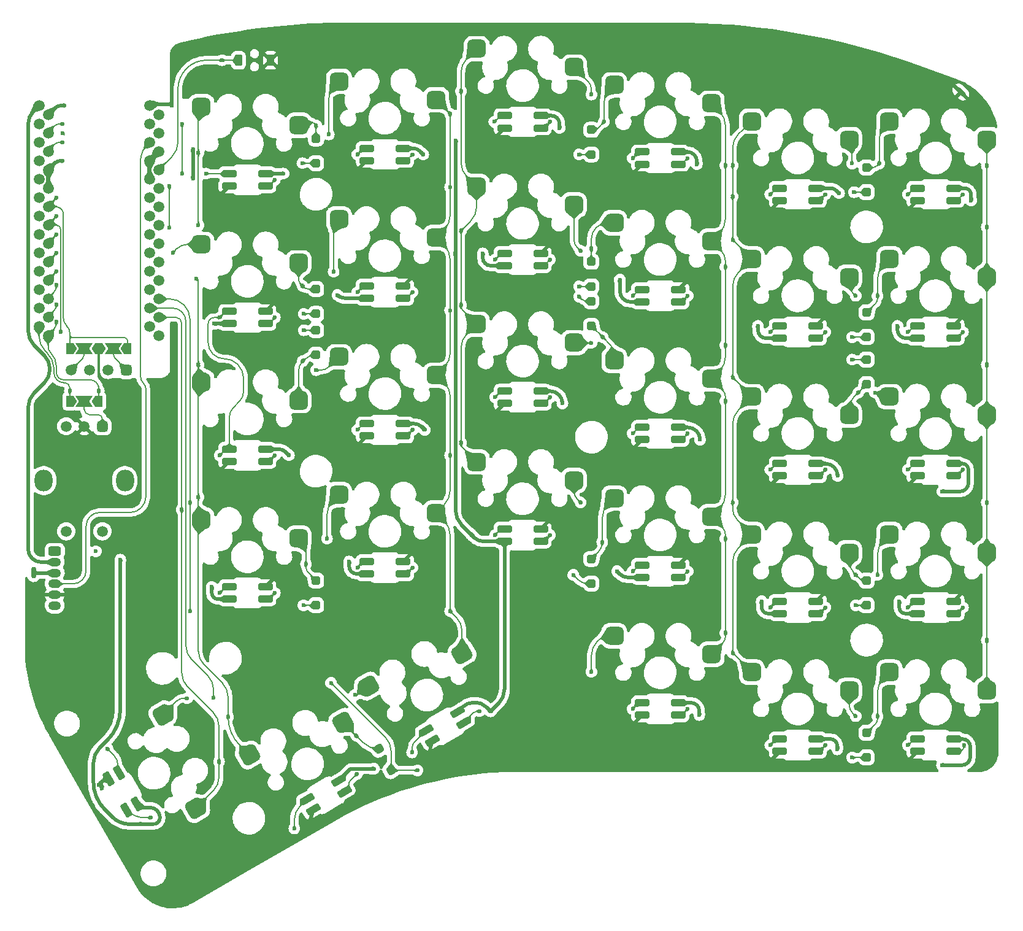
<source format=gbr>
%TF.GenerationSoftware,KiCad,Pcbnew,7.0.5*%
%TF.CreationDate,2023-10-09T17:56:40+09:00*%
%TF.ProjectId,Ultramarine-2,556c7472-616d-4617-9269-6e652d322e6b,rev?*%
%TF.SameCoordinates,Original*%
%TF.FileFunction,Copper,L1,Top*%
%TF.FilePolarity,Positive*%
%FSLAX46Y46*%
G04 Gerber Fmt 4.6, Leading zero omitted, Abs format (unit mm)*
G04 Created by KiCad (PCBNEW 7.0.5) date 2023-10-09 17:56:40*
%MOMM*%
%LPD*%
G01*
G04 APERTURE LIST*
G04 Aperture macros list*
%AMRoundRect*
0 Rectangle with rounded corners*
0 $1 Rounding radius*
0 $2 $3 $4 $5 $6 $7 $8 $9 X,Y pos of 4 corners*
0 Add a 4 corners polygon primitive as box body*
4,1,4,$2,$3,$4,$5,$6,$7,$8,$9,$2,$3,0*
0 Add four circle primitives for the rounded corners*
1,1,$1+$1,$2,$3*
1,1,$1+$1,$4,$5*
1,1,$1+$1,$6,$7*
1,1,$1+$1,$8,$9*
0 Add four rect primitives between the rounded corners*
20,1,$1+$1,$2,$3,$4,$5,0*
20,1,$1+$1,$4,$5,$6,$7,0*
20,1,$1+$1,$6,$7,$8,$9,0*
20,1,$1+$1,$8,$9,$2,$3,0*%
%AMHorizOval*
0 Thick line with rounded ends*
0 $1 width*
0 $2 $3 position (X,Y) of the first rounded end (center of the circle)*
0 $4 $5 position (X,Y) of the second rounded end (center of the circle)*
0 Add line between two ends*
20,1,$1,$2,$3,$4,$5,0*
0 Add two circle primitives to create the rounded ends*
1,1,$1,$2,$3*
1,1,$1,$4,$5*%
%AMFreePoly0*
4,1,6,1.000000,0.000000,0.500000,-0.750000,-0.500000,-0.750000,-0.500000,0.750000,0.500000,0.750000,1.000000,0.000000,1.000000,0.000000,$1*%
%AMFreePoly1*
4,1,7,0.700000,0.000000,1.200000,-0.750000,-1.200000,-0.750000,-0.700000,0.000000,-1.200000,0.750000,1.200000,0.750000,0.700000,0.000000,0.700000,0.000000,$1*%
G04 Aperture macros list end*
%TA.AperFunction,SMDPad,CuDef*%
%ADD10RoundRect,0.625000X-0.650000X-0.625000X0.650000X-0.625000X0.650000X0.625000X-0.650000X0.625000X0*%
%TD*%
%TA.AperFunction,SMDPad,CuDef*%
%ADD11RoundRect,0.300000X0.409808X-0.109808X0.109808X0.409808X-0.409808X0.109808X-0.109808X-0.409808X0*%
%TD*%
%TA.AperFunction,SMDPad,CuDef*%
%ADD12RoundRect,0.300000X0.300000X-0.300000X0.300000X0.300000X-0.300000X0.300000X-0.300000X-0.300000X0*%
%TD*%
%TA.AperFunction,SMDPad,CuDef*%
%ADD13RoundRect,0.262500X-0.262500X0.537500X-0.262500X-0.537500X0.262500X-0.537500X0.262500X0.537500X0*%
%TD*%
%TA.AperFunction,SMDPad,CuDef*%
%ADD14FreePoly0,0.000000*%
%TD*%
%TA.AperFunction,SMDPad,CuDef*%
%ADD15FreePoly1,0.000000*%
%TD*%
%TA.AperFunction,SMDPad,CuDef*%
%ADD16FreePoly0,180.000000*%
%TD*%
%TA.AperFunction,ComponentPad*%
%ADD17C,1.500000*%
%TD*%
%TA.AperFunction,SMDPad,CuDef*%
%ADD18FreePoly1,180.000000*%
%TD*%
%TA.AperFunction,SMDPad,CuDef*%
%ADD19RoundRect,0.625000X-0.250417X-0.866266X0.875417X-0.216266X0.250417X0.866266X-0.875417X0.216266X0*%
%TD*%
%TA.AperFunction,SMDPad,CuDef*%
%ADD20RoundRect,0.300000X-0.300000X0.300000X-0.300000X-0.300000X0.300000X-0.300000X0.300000X0.300000X0*%
%TD*%
%TA.AperFunction,ComponentPad*%
%ADD21RoundRect,0.325000X-0.550000X0.325000X-0.550000X-0.325000X0.550000X-0.325000X0.550000X0.325000X0*%
%TD*%
%TA.AperFunction,ComponentPad*%
%ADD22O,1.750000X1.200000*%
%TD*%
%TA.AperFunction,ComponentPad*%
%ADD23RoundRect,0.375000X-0.375000X-0.375000X0.375000X-0.375000X0.375000X0.375000X-0.375000X0.375000X0*%
%TD*%
%TA.AperFunction,ComponentPad*%
%ADD24RoundRect,0.375000X-0.375000X0.375000X-0.375000X-0.375000X0.375000X-0.375000X0.375000X0.375000X0*%
%TD*%
%TA.AperFunction,ComponentPad*%
%ADD25O,2.500000X3.000000*%
%TD*%
%TA.AperFunction,SMDPad,CuDef*%
%ADD26RoundRect,0.250000X0.750000X0.250000X-0.750000X0.250000X-0.750000X-0.250000X0.750000X-0.250000X0*%
%TD*%
%TA.AperFunction,SMDPad,CuDef*%
%ADD27RoundRect,0.250000X-0.750000X-0.250000X0.750000X-0.250000X0.750000X0.250000X-0.750000X0.250000X0*%
%TD*%
%TA.AperFunction,SMDPad,CuDef*%
%ADD28RoundRect,0.625000X0.650000X0.625000X-0.650000X0.625000X-0.650000X-0.625000X0.650000X-0.625000X0*%
%TD*%
%TA.AperFunction,ComponentPad*%
%ADD29HorizOval,0.700000X-0.318198X0.318198X0.318198X-0.318198X0*%
%TD*%
%TA.AperFunction,SMDPad,CuDef*%
%ADD30RoundRect,0.250000X0.524519X0.591506X-0.774519X-0.158494X-0.524519X-0.591506X0.774519X0.158494X0*%
%TD*%
%TA.AperFunction,SMDPad,CuDef*%
%ADD31RoundRect,0.625000X0.250417X0.866266X-0.875417X0.216266X-0.250417X-0.866266X0.875417X-0.216266X0*%
%TD*%
%TA.AperFunction,SMDPad,CuDef*%
%ADD32RoundRect,0.250000X0.591506X-0.524519X-0.158494X0.774519X-0.591506X0.524519X0.158494X-0.774519X0*%
%TD*%
%TA.AperFunction,SMDPad,CuDef*%
%ADD33RoundRect,0.625000X0.866266X-0.250417X0.216266X0.875417X-0.866266X0.250417X-0.216266X-0.875417X0*%
%TD*%
%TA.AperFunction,ComponentPad*%
%ADD34O,0.700000X1.600000*%
%TD*%
%TA.AperFunction,ViaPad*%
%ADD35C,0.600000*%
%TD*%
%TA.AperFunction,Conductor*%
%ADD36C,0.500000*%
%TD*%
%TA.AperFunction,Conductor*%
%ADD37C,0.300000*%
%TD*%
%TA.AperFunction,Conductor*%
%ADD38C,0.150000*%
%TD*%
G04 APERTURE END LIST*
D10*
%TO.P,SW27,1,1*%
%TO.N,Net-(D28-A)*%
X169658000Y-115920000D03*
%TO.P,SW27,2,2*%
%TO.N,/C2*%
X183085000Y-118460000D03*
%TD*%
%TO.P,SW13,1,1*%
%TO.N,Net-(D13-A)*%
X207658000Y-82920000D03*
%TO.P,SW13,2,2*%
%TO.N,/C0*%
X221085000Y-85460000D03*
%TD*%
D11*
%TO.P,D30,1,K*%
%TO.N,/R4*%
X138850000Y-134472243D03*
%TO.P,D30,2,A*%
%TO.N,Net-(D30-A)*%
X137150000Y-131527757D03*
%TD*%
D12*
%TO.P,D7,1,K*%
%TO.N,/R1*%
X204500000Y-74700000D03*
%TO.P,D7,2,A*%
%TO.N,Net-(D7-A)*%
X204500000Y-71300000D03*
%TD*%
D10*
%TO.P,SW1,1,1*%
%TO.N,Net-(D1-A)*%
X207658000Y-44920000D03*
%TO.P,SW1,2,2*%
%TO.N,/C0*%
X221085000Y-47460000D03*
%TD*%
D13*
%TO.P,SW32,1,1*%
%TO.N,GND*%
X122225000Y-36500000D03*
%TO.P,SW32,2,2*%
%TO.N,/Reset*%
X117775000Y-36500000D03*
%TD*%
D10*
%TO.P,SW21,1,1*%
%TO.N,Net-(D21-A)*%
X169658000Y-96920000D03*
%TO.P,SW21,2,2*%
%TO.N,/C2*%
X183085000Y-99460000D03*
%TD*%
%TO.P,SW7,1,1*%
%TO.N,Net-(D7-A)*%
X207658000Y-63920000D03*
%TO.P,SW7,2,2*%
%TO.N,/C0*%
X221085000Y-66460000D03*
%TD*%
%TO.P,SW5,1,1*%
%TO.N,Net-(D5-A)*%
X131658000Y-39420000D03*
%TO.P,SW5,2,2*%
%TO.N,/C4*%
X145085000Y-41960000D03*
%TD*%
D12*
%TO.P,D6,1,K*%
%TO.N,/R0*%
X128500000Y-50700000D03*
%TO.P,D6,2,A*%
%TO.N,Net-(D6-A)*%
X128500000Y-47300000D03*
%TD*%
D14*
%TO.P,JP1,1,A*%
%TO.N,/SDA*%
X94500000Y-76250000D03*
D15*
%TO.P,JP1,2,C*%
%TO.N,Net-(J1-Pin_1)*%
X96500000Y-76250000D03*
D16*
%TO.P,JP1,3,B*%
%TO.N,GND*%
X98500000Y-76250000D03*
%TD*%
D17*
%TO.P,U1,0,GND*%
%TO.N,GND*%
X105485000Y-42760000D03*
%TO.P,U1,1,D3*%
%TO.N,/LED*%
X105485000Y-45300000D03*
%TO.P,U1,2,D2*%
%TO.N,/data*%
X105485000Y-47840000D03*
%TO.P,U1,3,GND*%
%TO.N,GND*%
X105485000Y-50380000D03*
%TO.P,U1,4,GND*%
X105485000Y-52920000D03*
%TO.P,U1,5,D1*%
%TO.N,/SDA*%
X105485000Y-55460000D03*
%TO.P,U1,6,D0*%
%TO.N,/SCL*%
X105485000Y-58000000D03*
%TO.P,U1,7,D4*%
%TO.N,/C1*%
X105485000Y-60540000D03*
%TO.P,U1,8,C6*%
%TO.N,/C5*%
X105485000Y-63080000D03*
%TO.P,U1,9,D7*%
%TO.N,/R2*%
X105485000Y-65620000D03*
%TO.P,U1,10,E6*%
%TO.N,/C3*%
X105485000Y-68160000D03*
%TO.P,U1,11,B4*%
%TO.N,/R4*%
X105485000Y-70700000D03*
%TO.P,U1,12,B5*%
%TO.N,/RE_A*%
X105485000Y-73240000D03*
%TO.P,U1,13,B6*%
%TO.N,/RE_B*%
X90245000Y-73240000D03*
%TO.P,U1,14,B2*%
%TO.N,/C6*%
X90245000Y-70700000D03*
%TO.P,U1,15,B3*%
%TO.N,/R3*%
X90245000Y-68160000D03*
%TO.P,U1,16,B1*%
%TO.N,/C2*%
X90245000Y-65620000D03*
%TO.P,U1,17,F7*%
%TO.N,/R1*%
X90245000Y-63080000D03*
%TO.P,U1,18,F6*%
%TO.N,/C4*%
X90245000Y-60540000D03*
%TO.P,U1,19,F5*%
%TO.N,/C0*%
X90245000Y-58000000D03*
%TO.P,U1,20,F4*%
%TO.N,/R0*%
X90245000Y-55460000D03*
%TO.P,U1,21,4.3V*%
%TO.N,unconnected-(U1-4.3V-Pad21)*%
X90245000Y-52920000D03*
%TO.P,U1,22,RST*%
%TO.N,/Reset*%
X90245000Y-50380000D03*
%TO.P,U1,23,GND*%
%TO.N,GND*%
X90245000Y-47840000D03*
%TO.P,U1,24,5V*%
%TO.N,+5V*%
X90245000Y-45300000D03*
%TO.P,U1,25,Bat+*%
%TO.N,/Bat+*%
X90245000Y-42760000D03*
%TD*%
D10*
%TO.P,SW3,1,1*%
%TO.N,Net-(D3-A)*%
X169658000Y-39920000D03*
%TO.P,SW3,2,2*%
%TO.N,/C2*%
X183085000Y-42460000D03*
%TD*%
D12*
%TO.P,D21,1,K*%
%TO.N,/R3*%
X166500000Y-108700000D03*
%TO.P,D21,2,A*%
%TO.N,Net-(D21-A)*%
X166500000Y-105300000D03*
%TD*%
D16*
%TO.P,JP3,1,A*%
%TO.N,/RE_A*%
X98500000Y-83550000D03*
D18*
%TO.P,JP3,2,C*%
%TO.N,Net-(JP3-C)*%
X96500000Y-83550000D03*
D14*
%TO.P,JP3,3,B*%
%TO.N,/RE_B*%
X94500000Y-83550000D03*
%TD*%
D10*
%TO.P,SW25,1,1*%
%TO.N,Net-(D26-A)*%
X207658000Y-120920000D03*
%TO.P,SW25,2,2*%
%TO.N,/C0*%
X221085000Y-123460000D03*
%TD*%
D12*
%TO.P,D3,1,K*%
%TO.N,/R0*%
X166500000Y-49500000D03*
%TO.P,D3,2,A*%
%TO.N,Net-(D3-A)*%
X166500000Y-46100000D03*
%TD*%
D10*
%TO.P,SW23,1,1*%
%TO.N,Net-(D23-A)*%
X131658000Y-96420000D03*
%TO.P,SW23,2,2*%
%TO.N,/C4*%
X145085000Y-98960000D03*
%TD*%
D19*
%TO.P,SW29,1,1*%
%TO.N,/C5*%
X119298667Y-132352591D03*
%TO.P,SW29,2,2*%
%TO.N,Net-(D30-A)*%
X132196790Y-127838795D03*
%TD*%
D20*
%TO.P,D18,1,K*%
%TO.N,/R2*%
X128500000Y-73750000D03*
%TO.P,D18,2,A*%
%TO.N,Net-(D18-A)*%
X128500000Y-77150000D03*
%TD*%
D10*
%TO.P,SW19,1,1*%
%TO.N,Net-(D19-A)*%
X207658000Y-101920000D03*
%TO.P,SW19,2,2*%
%TO.N,/C0*%
X221085000Y-104460000D03*
%TD*%
D12*
%TO.P,D24,1,K*%
%TO.N,/R3*%
X128500000Y-111700000D03*
%TO.P,D24,2,A*%
%TO.N,Net-(D24-A)*%
X128500000Y-108300000D03*
%TD*%
D20*
%TO.P,D14,1,K*%
%TO.N,/R2*%
X204500000Y-77800000D03*
%TO.P,D14,2,A*%
%TO.N,Net-(D14-A)*%
X204500000Y-81200000D03*
%TD*%
D21*
%TO.P,J3,1,Pin_1*%
%TO.N,+5V*%
X92424000Y-104250000D03*
D22*
%TO.P,J3,2,Pin_2*%
%TO.N,/Bat+*%
X92404000Y-105750000D03*
%TO.P,J3,3,Pin_3*%
%TO.N,Net-(J2-Pin_1)*%
X92424000Y-107250000D03*
%TO.P,J3,4,Pin_4*%
%TO.N,/data*%
X92404000Y-108750000D03*
%TO.P,J3,5,Pin_5*%
%TO.N,GND*%
X92424000Y-110250000D03*
%TO.P,J3,6,Pin_6*%
%TO.N,unconnected-(J3-Pin_6-Pad6)*%
X92404000Y-111750000D03*
%TD*%
D17*
%TO.P,J1,1,Pin_1*%
%TO.N,Net-(J1-Pin_1)*%
X94690000Y-79240000D03*
%TO.P,J1,2,Pin_2*%
%TO.N,Net-(J1-Pin_2)*%
X97230000Y-79240000D03*
%TO.P,J1,3,Pin_3*%
%TO.N,Net-(J1-Pin_3)*%
X99770000Y-79240000D03*
D23*
%TO.P,J1,4,Pin_4*%
%TO.N,Net-(J1-Pin_4)*%
X102310000Y-79240000D03*
%TD*%
D10*
%TO.P,SW9,1,1*%
%TO.N,Net-(D9-A)*%
X169658000Y-58920000D03*
%TO.P,SW9,2,2*%
%TO.N,/C2*%
X183085000Y-61460000D03*
%TD*%
D20*
%TO.P,D15,1,K*%
%TO.N,/R2*%
X166500000Y-69750000D03*
%TO.P,D15,2,A*%
%TO.N,Net-(D15-A)*%
X166500000Y-73150000D03*
%TD*%
D12*
%TO.P,D20,1,K*%
%TO.N,/R3*%
X204500000Y-111700000D03*
%TO.P,D20,2,A*%
%TO.N,Net-(D20-A)*%
X204500000Y-108300000D03*
%TD*%
D24*
%TO.P,SW31,A,A*%
%TO.N,Net-(JP3-C)*%
X99000000Y-87000000D03*
D17*
%TO.P,SW31,B,B*%
%TO.N,Net-(JP4-C)*%
X94000000Y-87000000D03*
%TO.P,SW31,C,C*%
%TO.N,GND*%
X96500000Y-87000000D03*
D25*
%TO.P,SW31,MP*%
%TO.N,N/C*%
X102100000Y-94500000D03*
X90900000Y-94500000D03*
D17*
%TO.P,SW31,S1,S1*%
%TO.N,/C6*%
X99000000Y-101500000D03*
%TO.P,SW31,S2,S2*%
%TO.N,/RE_S2*%
X94000000Y-101500000D03*
%TD*%
D10*
%TO.P,SW11,1,1*%
%TO.N,Net-(D11-A)*%
X131658000Y-58420000D03*
%TO.P,SW11,2,2*%
%TO.N,/C4*%
X145085000Y-60960000D03*
%TD*%
%TO.P,SW15,1,1*%
%TO.N,Net-(D15-A)*%
X169658000Y-77920000D03*
%TO.P,SW15,2,2*%
%TO.N,/C2*%
X183085000Y-80460000D03*
%TD*%
D14*
%TO.P,JP6,1,A*%
%TO.N,GND*%
X98500000Y-76250000D03*
D15*
%TO.P,JP6,2,C*%
%TO.N,Net-(J1-Pin_4)*%
X100500000Y-76250000D03*
D16*
%TO.P,JP6,3,B*%
%TO.N,/SDA*%
X102500000Y-76250000D03*
%TD*%
D12*
%TO.P,D12,1,K*%
%TO.N,/R1*%
X128500000Y-71500000D03*
%TO.P,D12,2,A*%
%TO.N,Net-(D12-A)*%
X128500000Y-68100000D03*
%TD*%
%TO.P,D9,1,K*%
%TO.N,/R1*%
X166500000Y-67700000D03*
%TO.P,D9,2,A*%
%TO.N,Net-(D9-A)*%
X166500000Y-64300000D03*
%TD*%
%TO.P,D1,1,K*%
%TO.N,/R0*%
X204500000Y-54700000D03*
%TO.P,D1,2,A*%
%TO.N,Net-(D1-A)*%
X204500000Y-51300000D03*
%TD*%
%TO.P,D26,1,K*%
%TO.N,/R4*%
X204500000Y-132700000D03*
%TO.P,D26,2,A*%
%TO.N,Net-(D26-A)*%
X204500000Y-129300000D03*
%TD*%
D10*
%TO.P,SW17,1,1*%
%TO.N,Net-(D17-A)*%
X131658000Y-77420000D03*
%TO.P,SW17,2,2*%
%TO.N,/C4*%
X145085000Y-79960000D03*
%TD*%
D26*
%TO.P,D56,1,VDD*%
%TO.N,+5V*%
X216500000Y-130150000D03*
%TO.P,D56,2,DOUT*%
%TO.N,unconnected-(D56-DOUT-Pad2)*%
X216500000Y-131850000D03*
%TO.P,D56,3,VSS*%
%TO.N,GND*%
X211500000Y-131850000D03*
%TO.P,D56,4,DIN*%
%TO.N,Net-(D56-DIN)*%
X211500000Y-130150000D03*
%TD*%
%TO.P,D45,1,VDD*%
%TO.N,+5V*%
X197500000Y-92150000D03*
%TO.P,D45,2,DOUT*%
%TO.N,Net-(D44-DIN)*%
X197500000Y-93850000D03*
%TO.P,D45,3,VSS*%
%TO.N,GND*%
X192500000Y-93850000D03*
%TO.P,D45,4,DIN*%
%TO.N,Net-(D45-DIN)*%
X192500000Y-92150000D03*
%TD*%
%TO.P,D49,1,VDD*%
%TO.N,+5V*%
X121500000Y-90150000D03*
%TO.P,D49,2,DOUT*%
%TO.N,Net-(D48-DIN)*%
X121500000Y-91850000D03*
%TO.P,D49,3,VSS*%
%TO.N,GND*%
X116500000Y-91850000D03*
%TO.P,D49,4,DIN*%
%TO.N,Net-(D43-DOUT)*%
X116500000Y-90150000D03*
%TD*%
D27*
%TO.P,D53,1,VDD*%
%TO.N,+5V*%
X154500000Y-102850000D03*
%TO.P,D53,2,DOUT*%
%TO.N,Net-(D53-DOUT)*%
X154500000Y-101150000D03*
%TO.P,D53,3,VSS*%
%TO.N,GND*%
X159500000Y-101150000D03*
%TO.P,D53,4,DIN*%
%TO.N,Net-(D52-DOUT)*%
X159500000Y-102850000D03*
%TD*%
D28*
%TO.P,SW2,1,1*%
%TO.N,Net-(D2-A)*%
X202085000Y-47460000D03*
%TO.P,SW2,2,2*%
%TO.N,/C1*%
X188658000Y-44920000D03*
%TD*%
D17*
%TO.P,U2,0,GND*%
%TO.N,GND*%
X91515000Y-44030000D03*
%TO.P,U2,1,D3*%
%TO.N,/LED*%
X91515000Y-46570000D03*
%TO.P,U2,2,D2*%
%TO.N,/data*%
X91515000Y-49110000D03*
%TO.P,U2,3,GND*%
%TO.N,GND*%
X91515000Y-51650000D03*
%TO.P,U2,4,GND*%
X91515000Y-54190000D03*
%TO.P,U2,5,D1*%
%TO.N,/SDA*%
X91515000Y-56730000D03*
%TO.P,U2,6,D0*%
%TO.N,/SCL*%
X91515000Y-59270000D03*
%TO.P,U2,7,D4*%
%TO.N,/C1*%
X91515000Y-61810000D03*
%TO.P,U2,8,C6*%
%TO.N,/C5*%
X91515000Y-64350000D03*
%TO.P,U2,9,D7*%
%TO.N,/R2*%
X91515000Y-66890000D03*
%TO.P,U2,10,E6*%
%TO.N,/C3*%
X91515000Y-69430000D03*
%TO.P,U2,11,B4*%
%TO.N,/R4*%
X91515000Y-71970000D03*
%TO.P,U2,12,B5*%
%TO.N,/RE_A*%
X91515000Y-74510000D03*
%TO.P,U2,13,B6*%
%TO.N,/RE_B*%
X106755000Y-74510000D03*
%TO.P,U2,14,B2*%
%TO.N,/C6*%
X106755000Y-71970000D03*
%TO.P,U2,15,B3*%
%TO.N,/R3*%
X106755000Y-69430000D03*
%TO.P,U2,16,B1*%
%TO.N,/C2*%
X106755000Y-66890000D03*
%TO.P,U2,17,F7*%
%TO.N,/R1*%
X106755000Y-64350000D03*
%TO.P,U2,18,F6*%
%TO.N,/C4*%
X106755000Y-61810000D03*
%TO.P,U2,19,F5*%
%TO.N,/C0*%
X106755000Y-59270000D03*
%TO.P,U2,20,F4*%
%TO.N,/R0*%
X106755000Y-56730000D03*
%TO.P,U2,21,4.3V*%
%TO.N,unconnected-(U2-4.3V-Pad21)*%
X106755000Y-54190000D03*
%TO.P,U2,22,RST*%
%TO.N,/Reset*%
X106755000Y-51650000D03*
%TO.P,U2,23,GND*%
%TO.N,GND*%
X106755000Y-49110000D03*
%TO.P,U2,24,5V*%
%TO.N,+5V*%
X106755000Y-46570000D03*
%TO.P,U2,25,Bat+*%
%TO.N,/Bat+*%
X106755000Y-44030000D03*
%TD*%
D28*
%TO.P,SW24,1,1*%
%TO.N,Net-(D24-A)*%
X126085000Y-102460000D03*
%TO.P,SW24,2,2*%
%TO.N,/C5*%
X112658000Y-99920000D03*
%TD*%
D29*
%TO.P,J4,1,Pin_1*%
%TO.N,GND*%
X217500000Y-40900000D03*
%TD*%
D26*
%TO.P,D36,1,VDD*%
%TO.N,+5V*%
X140500000Y-48650000D03*
%TO.P,D36,2,DOUT*%
%TO.N,Net-(D35-DIN)*%
X140500000Y-50350000D03*
%TO.P,D36,3,VSS*%
%TO.N,GND*%
X135500000Y-50350000D03*
%TO.P,D36,4,DIN*%
%TO.N,Net-(D36-DIN)*%
X135500000Y-48650000D03*
%TD*%
D27*
%TO.P,D39,1,VDD*%
%TO.N,+5V*%
X192500000Y-74850000D03*
%TO.P,D39,2,DOUT*%
%TO.N,Net-(D39-DOUT)*%
X192500000Y-73150000D03*
%TO.P,D39,3,VSS*%
%TO.N,GND*%
X197500000Y-73150000D03*
%TO.P,D39,4,DIN*%
%TO.N,Net-(D38-DOUT)*%
X197500000Y-74850000D03*
%TD*%
D28*
%TO.P,SW20,1,1*%
%TO.N,Net-(D20-A)*%
X202085000Y-104460000D03*
%TO.P,SW20,2,2*%
%TO.N,/C1*%
X188658000Y-101920000D03*
%TD*%
%TO.P,SW12,1,1*%
%TO.N,Net-(D12-A)*%
X126085000Y-64460000D03*
%TO.P,SW12,2,2*%
%TO.N,/C5*%
X112658000Y-61920000D03*
%TD*%
D27*
%TO.P,D50,1,VDD*%
%TO.N,+5V*%
X211500000Y-112850000D03*
%TO.P,D50,2,DOUT*%
%TO.N,Net-(D50-DOUT)*%
X211500000Y-111150000D03*
%TO.P,D50,3,VSS*%
%TO.N,GND*%
X216500000Y-111150000D03*
%TO.P,D50,4,DIN*%
%TO.N,Net-(D44-DOUT)*%
X216500000Y-112850000D03*
%TD*%
D30*
%TO.P,D59,1,VDD*%
%TO.N,+5V*%
X148026064Y-126424878D03*
%TO.P,D59,2,DOUT*%
%TO.N,Net-(D58-DIN)*%
X148876064Y-127897122D03*
%TO.P,D59,3,VSS*%
%TO.N,GND*%
X144545936Y-130397122D03*
%TO.P,D59,4,DIN*%
%TO.N,Net-(D59-DIN)*%
X143695936Y-128924878D03*
%TD*%
D28*
%TO.P,SW14,1,1*%
%TO.N,Net-(D14-A)*%
X202085000Y-85460000D03*
%TO.P,SW14,2,2*%
%TO.N,/C1*%
X188658000Y-82920000D03*
%TD*%
D27*
%TO.P,D40,1,VDD*%
%TO.N,+5V*%
X173500000Y-69850000D03*
%TO.P,D40,2,DOUT*%
%TO.N,Net-(D40-DOUT)*%
X173500000Y-68150000D03*
%TO.P,D40,3,VSS*%
%TO.N,GND*%
X178500000Y-68150000D03*
%TO.P,D40,4,DIN*%
%TO.N,Net-(D39-DOUT)*%
X178500000Y-69850000D03*
%TD*%
D31*
%TO.P,SW28,1,1*%
%TO.N,/C4*%
X148651790Y-118338795D03*
%TO.P,SW28,2,2*%
%TO.N,Net-(D29-A)*%
X135753667Y-122852591D03*
%TD*%
D27*
%TO.P,D38,1,VDD*%
%TO.N,+5V*%
X211500000Y-74850000D03*
%TO.P,D38,2,DOUT*%
%TO.N,Net-(D38-DOUT)*%
X211500000Y-73150000D03*
%TO.P,D38,3,VSS*%
%TO.N,GND*%
X216500000Y-73150000D03*
%TO.P,D38,4,DIN*%
%TO.N,Net-(D32-DOUT)*%
X216500000Y-74850000D03*
%TD*%
D28*
%TO.P,SW4,1,1*%
%TO.N,Net-(D4-A)*%
X164085000Y-37460000D03*
%TO.P,SW4,2,2*%
%TO.N,/C3*%
X150658000Y-34920000D03*
%TD*%
D26*
%TO.P,D35,1,VDD*%
%TO.N,+5V*%
X159500000Y-44150000D03*
%TO.P,D35,2,DOUT*%
%TO.N,Net-(D34-DIN)*%
X159500000Y-45850000D03*
%TO.P,D35,3,VSS*%
%TO.N,GND*%
X154500000Y-45850000D03*
%TO.P,D35,4,DIN*%
%TO.N,Net-(D35-DIN)*%
X154500000Y-44150000D03*
%TD*%
D27*
%TO.P,D41,1,VDD*%
%TO.N,+5V*%
X154500000Y-64850000D03*
%TO.P,D41,2,DOUT*%
%TO.N,Net-(D41-DOUT)*%
X154500000Y-63150000D03*
%TO.P,D41,3,VSS*%
%TO.N,GND*%
X159500000Y-63150000D03*
%TO.P,D41,4,DIN*%
%TO.N,Net-(D40-DOUT)*%
X159500000Y-64850000D03*
%TD*%
D26*
%TO.P,D46,1,VDD*%
%TO.N,+5V*%
X178500000Y-87150000D03*
%TO.P,D46,2,DOUT*%
%TO.N,Net-(D45-DIN)*%
X178500000Y-88850000D03*
%TO.P,D46,3,VSS*%
%TO.N,GND*%
X173500000Y-88850000D03*
%TO.P,D46,4,DIN*%
%TO.N,Net-(D46-DIN)*%
X173500000Y-87150000D03*
%TD*%
%TO.P,D33,1,VDD*%
%TO.N,+5V*%
X197500000Y-54150000D03*
%TO.P,D33,2,DOUT*%
%TO.N,Net-(D32-DIN)*%
X197500000Y-55850000D03*
%TO.P,D33,3,VSS*%
%TO.N,GND*%
X192500000Y-55850000D03*
%TO.P,D33,4,DIN*%
%TO.N,Net-(D33-DIN)*%
X192500000Y-54150000D03*
%TD*%
%TO.P,D37,1,VDD*%
%TO.N,+5V*%
X121500000Y-52150000D03*
%TO.P,D37,2,DOUT*%
%TO.N,Net-(D36-DIN)*%
X121500000Y-53850000D03*
%TO.P,D37,3,VSS*%
%TO.N,GND*%
X116500000Y-53850000D03*
%TO.P,D37,4,DIN*%
%TO.N,/LED*%
X116500000Y-52150000D03*
%TD*%
D28*
%TO.P,SW8,1,1*%
%TO.N,Net-(D8-A)*%
X202085000Y-66460000D03*
%TO.P,SW8,2,2*%
%TO.N,/C1*%
X188658000Y-63920000D03*
%TD*%
D27*
%TO.P,D42,1,VDD*%
%TO.N,+5V*%
X135500000Y-69350000D03*
%TO.P,D42,2,DOUT*%
%TO.N,Net-(D42-DOUT)*%
X135500000Y-67650000D03*
%TO.P,D42,3,VSS*%
%TO.N,GND*%
X140500000Y-67650000D03*
%TO.P,D42,4,DIN*%
%TO.N,Net-(D41-DOUT)*%
X140500000Y-69350000D03*
%TD*%
D32*
%TO.P,D61,1,VDD*%
%TO.N,+5V*%
X103783122Y-139094064D03*
%TO.P,D61,2,DOUT*%
%TO.N,Net-(D60-DIN)*%
X102310878Y-139944064D03*
%TO.P,D61,3,VSS*%
%TO.N,GND*%
X99810878Y-135613936D03*
%TO.P,D61,4,DIN*%
%TO.N,Net-(D55-DOUT)*%
X101283122Y-134763936D03*
%TD*%
D27*
%TO.P,D55,1,VDD*%
%TO.N,+5V*%
X116500000Y-110850000D03*
%TO.P,D55,2,DOUT*%
%TO.N,Net-(D55-DOUT)*%
X116500000Y-109150000D03*
%TO.P,D55,3,VSS*%
%TO.N,GND*%
X121500000Y-109150000D03*
%TO.P,D55,4,DIN*%
%TO.N,Net-(D54-DOUT)*%
X121500000Y-110850000D03*
%TD*%
D28*
%TO.P,SW22,1,1*%
%TO.N,Net-(D22-A)*%
X164085000Y-94460000D03*
%TO.P,SW22,2,2*%
%TO.N,/C3*%
X150658000Y-91920000D03*
%TD*%
D27*
%TO.P,D54,1,VDD*%
%TO.N,+5V*%
X135500000Y-107350000D03*
%TO.P,D54,2,DOUT*%
%TO.N,Net-(D54-DOUT)*%
X135500000Y-105650000D03*
%TO.P,D54,3,VSS*%
%TO.N,GND*%
X140500000Y-105650000D03*
%TO.P,D54,4,DIN*%
%TO.N,Net-(D53-DOUT)*%
X140500000Y-107350000D03*
%TD*%
D26*
%TO.P,D58,1,VDD*%
%TO.N,+5V*%
X178500000Y-125150000D03*
%TO.P,D58,2,DOUT*%
%TO.N,Net-(D57-DIN)*%
X178500000Y-126850000D03*
%TO.P,D58,3,VSS*%
%TO.N,GND*%
X173500000Y-126850000D03*
%TO.P,D58,4,DIN*%
%TO.N,Net-(D58-DIN)*%
X173500000Y-125150000D03*
%TD*%
%TO.P,D57,1,VDD*%
%TO.N,+5V*%
X197500000Y-130150000D03*
%TO.P,D57,2,DOUT*%
%TO.N,Net-(D56-DIN)*%
X197500000Y-131850000D03*
%TO.P,D57,3,VSS*%
%TO.N,GND*%
X192500000Y-131850000D03*
%TO.P,D57,4,DIN*%
%TO.N,Net-(D57-DIN)*%
X192500000Y-130150000D03*
%TD*%
D33*
%TO.P,SW30,1,1*%
%TO.N,/C6*%
X111869205Y-139719790D03*
%TO.P,SW30,2,2*%
%TO.N,Net-(D31-A)*%
X107355409Y-126821667D03*
%TD*%
D26*
%TO.P,D34,1,VDD*%
%TO.N,+5V*%
X178500000Y-49150000D03*
%TO.P,D34,2,DOUT*%
%TO.N,Net-(D33-DIN)*%
X178500000Y-50850000D03*
%TO.P,D34,3,VSS*%
%TO.N,GND*%
X173500000Y-50850000D03*
%TO.P,D34,4,DIN*%
%TO.N,Net-(D34-DIN)*%
X173500000Y-49150000D03*
%TD*%
D28*
%TO.P,SW16,1,1*%
%TO.N,Net-(D16-A)*%
X164085000Y-75460000D03*
%TO.P,SW16,2,2*%
%TO.N,/C3*%
X150658000Y-72920000D03*
%TD*%
D26*
%TO.P,D44,1,VDD*%
%TO.N,+5V*%
X216500000Y-92150000D03*
%TO.P,D44,2,DOUT*%
%TO.N,Net-(D44-DOUT)*%
X216500000Y-93850000D03*
%TO.P,D44,3,VSS*%
%TO.N,GND*%
X211500000Y-93850000D03*
%TO.P,D44,4,DIN*%
%TO.N,Net-(D44-DIN)*%
X211500000Y-92150000D03*
%TD*%
D34*
%TO.P,J2,1,Pin_1*%
%TO.N,Net-(J2-Pin_1)*%
X89500000Y-107200000D03*
%TD*%
D27*
%TO.P,D51,1,VDD*%
%TO.N,+5V*%
X192500000Y-112850000D03*
%TO.P,D51,2,DOUT*%
%TO.N,Net-(D51-DOUT)*%
X192500000Y-111150000D03*
%TO.P,D51,3,VSS*%
%TO.N,GND*%
X197500000Y-111150000D03*
%TO.P,D51,4,DIN*%
%TO.N,Net-(D50-DOUT)*%
X197500000Y-112850000D03*
%TD*%
D28*
%TO.P,SW6,1,1*%
%TO.N,Net-(D6-A)*%
X126085000Y-45460000D03*
%TO.P,SW6,2,2*%
%TO.N,/C5*%
X112658000Y-42920000D03*
%TD*%
D30*
%TO.P,D60,1,VDD*%
%TO.N,+5V*%
X131571064Y-135924878D03*
%TO.P,D60,2,DOUT*%
%TO.N,Net-(D59-DIN)*%
X132421064Y-137397122D03*
%TO.P,D60,3,VSS*%
%TO.N,GND*%
X128090936Y-139897122D03*
%TO.P,D60,4,DIN*%
%TO.N,Net-(D60-DIN)*%
X127240936Y-138424878D03*
%TD*%
D26*
%TO.P,D32,1,VDD*%
%TO.N,+5V*%
X216500000Y-54150000D03*
%TO.P,D32,2,DOUT*%
%TO.N,Net-(D32-DOUT)*%
X216500000Y-55850000D03*
%TO.P,D32,3,VSS*%
%TO.N,GND*%
X211500000Y-55850000D03*
%TO.P,D32,4,DIN*%
%TO.N,Net-(D32-DIN)*%
X211500000Y-54150000D03*
%TD*%
D28*
%TO.P,SW18,1,1*%
%TO.N,Net-(D18-A)*%
X126085000Y-83460000D03*
%TO.P,SW18,2,2*%
%TO.N,/C5*%
X112658000Y-80920000D03*
%TD*%
D26*
%TO.P,D47,1,VDD*%
%TO.N,+5V*%
X159500000Y-82150000D03*
%TO.P,D47,2,DOUT*%
%TO.N,Net-(D46-DIN)*%
X159500000Y-83850000D03*
%TO.P,D47,3,VSS*%
%TO.N,GND*%
X154500000Y-83850000D03*
%TO.P,D47,4,DIN*%
%TO.N,Net-(D47-DIN)*%
X154500000Y-82150000D03*
%TD*%
D27*
%TO.P,D52,1,VDD*%
%TO.N,+5V*%
X173500000Y-107850000D03*
%TO.P,D52,2,DOUT*%
%TO.N,Net-(D52-DOUT)*%
X173500000Y-106150000D03*
%TO.P,D52,3,VSS*%
%TO.N,GND*%
X178500000Y-106150000D03*
%TO.P,D52,4,DIN*%
%TO.N,Net-(D51-DOUT)*%
X178500000Y-107850000D03*
%TD*%
D28*
%TO.P,SW10,1,1*%
%TO.N,Net-(D10-A)*%
X164085000Y-56460000D03*
%TO.P,SW10,2,2*%
%TO.N,/C3*%
X150658000Y-53920000D03*
%TD*%
D26*
%TO.P,D48,1,VDD*%
%TO.N,+5V*%
X140500000Y-86650000D03*
%TO.P,D48,2,DOUT*%
%TO.N,Net-(D47-DIN)*%
X140500000Y-88350000D03*
%TO.P,D48,3,VSS*%
%TO.N,GND*%
X135500000Y-88350000D03*
%TO.P,D48,4,DIN*%
%TO.N,Net-(D48-DIN)*%
X135500000Y-86650000D03*
%TD*%
D28*
%TO.P,SW26,1,1*%
%TO.N,Net-(D27-A)*%
X202085000Y-123460000D03*
%TO.P,SW26,2,2*%
%TO.N,/C1*%
X188658000Y-120920000D03*
%TD*%
D27*
%TO.P,D43,1,VDD*%
%TO.N,+5V*%
X116500000Y-72850000D03*
%TO.P,D43,2,DOUT*%
%TO.N,Net-(D43-DOUT)*%
X116500000Y-71150000D03*
%TO.P,D43,3,VSS*%
%TO.N,GND*%
X121500000Y-71150000D03*
%TO.P,D43,4,DIN*%
%TO.N,Net-(D42-DOUT)*%
X121500000Y-72850000D03*
%TD*%
D35*
%TO.N,GND*%
X93500000Y-50400000D03*
X150550000Y-111050000D03*
X130450000Y-67900000D03*
X123450000Y-138800000D03*
X219000000Y-78000000D03*
X142850000Y-69400000D03*
X191400000Y-127900000D03*
X138100000Y-92000000D03*
X152700000Y-130600000D03*
X150250000Y-69750000D03*
X102900000Y-132850000D03*
X188100000Y-78850000D03*
X143900000Y-74650000D03*
X151950000Y-42550000D03*
X108600000Y-42550000D03*
X189300000Y-97350000D03*
X172450000Y-47150000D03*
X193850000Y-39700000D03*
X142800000Y-107750000D03*
X171050000Y-92500000D03*
X114850000Y-95750000D03*
X211000000Y-108800000D03*
X93750000Y-121150000D03*
X126950000Y-58750000D03*
X93750000Y-42760000D03*
X108850000Y-73300000D03*
X183300000Y-65100000D03*
X181900000Y-108900000D03*
X114100000Y-69550000D03*
X161550000Y-103800000D03*
X137000000Y-137250000D03*
X172650000Y-103150000D03*
X107450000Y-83400000D03*
X111500000Y-148000000D03*
X178150000Y-133150000D03*
X210900000Y-52150000D03*
X210650000Y-61250000D03*
X168000000Y-57200000D03*
X152050000Y-87600000D03*
X123650000Y-72850000D03*
X152700000Y-99400000D03*
X200250000Y-74300000D03*
X114050000Y-78900000D03*
X163000000Y-113300000D03*
X191650000Y-108850000D03*
X131150000Y-118550000D03*
X123950000Y-110850000D03*
X114300000Y-50300000D03*
X160900000Y-66450000D03*
X145300000Y-52500000D03*
X141050000Y-34850000D03*
X199750000Y-113400000D03*
X180950000Y-70700000D03*
X98523368Y-136488311D03*
X115150000Y-106750000D03*
X211950000Y-97500000D03*
%TO.N,Net-(D1-A)*%
X206250000Y-50750000D03*
%TO.N,Net-(D2-A)*%
X202500000Y-50750000D03*
%TO.N,Net-(D3-A)*%
X168250000Y-45000000D03*
%TO.N,Net-(D4-A)*%
X166500000Y-41250000D03*
%TO.N,Net-(D5-A)*%
X130250000Y-46750000D03*
%TO.N,Net-(D6-A)*%
X128500000Y-45500000D03*
%TO.N,Net-(D8-A)*%
X203000000Y-69000000D03*
%TO.N,Net-(D9-A)*%
X166500000Y-62500000D03*
%TO.N,Net-(D10-A)*%
X165000000Y-62800000D03*
%TO.N,Net-(D11-A)*%
X130915000Y-65685000D03*
%TO.N,Net-(D12-A)*%
X126625000Y-67625000D03*
%TO.N,Net-(D13-A)*%
X205650000Y-82350000D03*
%TO.N,/R0*%
X126600000Y-50700000D03*
X202750000Y-54700000D03*
X164800000Y-49500000D03*
%TO.N,Net-(D15-A)*%
X168050000Y-74700000D03*
%TO.N,Net-(D16-A)*%
X166500000Y-75500000D03*
%TO.N,Net-(D17-A)*%
X128500000Y-79250000D03*
%TO.N,Net-(D18-A)*%
X126650000Y-78000000D03*
%TO.N,Net-(D19-A)*%
X206000000Y-107500000D03*
%TO.N,Net-(D20-A)*%
X203000000Y-107500000D03*
%TO.N,Net-(D22-A)*%
X165000000Y-97500000D03*
%TO.N,Net-(D23-A)*%
X130000000Y-102500000D03*
%TO.N,Net-(D24-A)*%
X127100000Y-106000000D03*
%TO.N,Net-(D26-A)*%
X206000000Y-127000000D03*
%TO.N,Net-(D27-A)*%
X203000000Y-127000000D03*
%TO.N,Net-(D30-A)*%
X134053998Y-129696002D03*
%TO.N,Net-(D31-A)*%
X110700000Y-124527757D03*
%TO.N,Net-(D29-A)*%
X133850000Y-124050000D03*
%TO.N,Net-(D7-A)*%
X206000000Y-69000000D03*
%TO.N,Net-(D14-A)*%
X203350000Y-82350000D03*
%TO.N,Net-(D21-A)*%
X168000000Y-103000000D03*
%TO.N,/R1*%
X164800000Y-67700000D03*
X202500000Y-74700000D03*
X126800000Y-71500000D03*
%TO.N,/R2*%
X202500000Y-77800000D03*
X126800000Y-73750000D03*
X164800000Y-69100000D03*
X92667490Y-65620000D03*
%TO.N,/R3*%
X111100000Y-97500000D03*
X164000000Y-107500000D03*
X111100000Y-112500000D03*
X126750000Y-111700000D03*
X203000000Y-111700000D03*
%TO.N,/R4*%
X130550000Y-122400000D03*
X202500000Y-132700000D03*
X114350000Y-124500000D03*
X92675500Y-70150000D03*
X142500000Y-134472243D03*
%TO.N,/SDA*%
X92667490Y-55460000D03*
%TO.N,/SCL*%
X92667490Y-58000000D03*
X93250000Y-74000000D03*
%TO.N,/C0*%
X221085000Y-116500000D03*
X221085000Y-51000000D03*
X221085000Y-59500000D03*
X221085000Y-97500000D03*
X221085000Y-78500000D03*
%TO.N,/C1*%
X186000000Y-97500000D03*
X186000000Y-61262000D03*
X92667490Y-60540000D03*
X186000000Y-80262000D03*
X186000000Y-55300000D03*
X186000000Y-118262000D03*
X186000000Y-51000000D03*
%TO.N,/C2*%
X185000000Y-102500000D03*
X185000000Y-65000000D03*
X185000000Y-75800000D03*
X185000000Y-115500000D03*
X185000000Y-83500000D03*
X185000000Y-51000000D03*
%TO.N,/C3*%
X148500000Y-89262000D03*
X148500000Y-60000000D03*
X148500000Y-40750000D03*
X148500000Y-70250000D03*
X92667490Y-67500000D03*
%TO.N,/C4*%
X147000000Y-71000000D03*
X147000000Y-43875000D03*
X147000000Y-91000000D03*
X147000000Y-112500000D03*
X147000000Y-54000000D03*
%TO.N,/C5*%
X116350000Y-127100000D03*
X112250000Y-96750000D03*
X112250000Y-49250000D03*
X111915000Y-66600000D03*
X108700000Y-63080000D03*
X112250000Y-78500000D03*
X92667490Y-63080000D03*
X112250000Y-59250000D03*
%TO.N,/C6*%
X115100000Y-133250000D03*
X109951000Y-98500000D03*
%TO.N,/RE_A*%
X92667490Y-72600000D03*
X98500000Y-82100000D03*
%TO.N,/RE_B*%
X94500000Y-82100000D03*
%TO.N,/LED*%
X113300000Y-52150000D03*
X110000000Y-52150000D03*
X93517510Y-45300000D03*
X110000000Y-45300000D03*
%TO.N,+5V*%
X208750000Y-73150000D03*
X124750000Y-91000000D03*
X170435002Y-66764998D03*
X101463025Y-105400000D03*
X124000000Y-52150000D03*
X162100000Y-45850000D03*
X189500000Y-73150000D03*
X200694670Y-54855330D03*
X114400000Y-72850000D03*
X150000000Y-102000000D03*
X200450000Y-131574500D03*
X93500000Y-46550000D03*
X181050000Y-50850000D03*
X190000000Y-111150000D03*
X114100000Y-109150000D03*
X147800000Y-47600000D03*
X143300000Y-49500000D03*
X136500000Y-134250000D03*
X108250000Y-59650000D03*
X147750000Y-85850000D03*
X214900000Y-133750000D03*
X111500000Y-48800000D03*
X147750000Y-63150000D03*
X111500000Y-52850000D03*
X131457107Y-68892893D03*
X181500000Y-88850000D03*
X152585529Y-126335529D03*
X170050000Y-107000000D03*
X200500000Y-93850000D03*
X143500000Y-87500000D03*
X218923018Y-55850000D03*
X104250000Y-141900000D03*
X162500000Y-83850000D03*
X151500000Y-63150000D03*
X181400000Y-126850000D03*
X209000000Y-111150000D03*
X98100000Y-104250000D03*
X108250000Y-53850000D03*
X133057538Y-105650000D03*
X214950000Y-96000000D03*
%TO.N,Net-(D28-A)*%
X166500000Y-120875000D03*
%TO.N,Net-(D32-DOUT)*%
X217800000Y-55000000D03*
X217800000Y-74000000D03*
%TO.N,Net-(D32-DIN)*%
X210200000Y-55000000D03*
X198800000Y-55000000D03*
%TO.N,/data*%
X93517510Y-47840000D03*
%TO.N,/Reset*%
X115500000Y-36500000D03*
%TO.N,Net-(D33-DIN)*%
X191200000Y-55000000D03*
X179800000Y-50000000D03*
%TO.N,Net-(D34-DIN)*%
X172200000Y-50000000D03*
X160800000Y-45000000D03*
%TO.N,Net-(D35-DIN)*%
X141800000Y-49500000D03*
X153100000Y-45000000D03*
%TO.N,Net-(D36-DIN)*%
X122800000Y-53000000D03*
X134200000Y-49500000D03*
%TO.N,Net-(D38-DOUT)*%
X198800000Y-74000000D03*
X210200000Y-74000000D03*
%TO.N,Net-(D39-DOUT)*%
X191200000Y-74000000D03*
X179800000Y-69000000D03*
%TO.N,Net-(D40-DOUT)*%
X160800000Y-64000000D03*
X172200000Y-69000000D03*
%TO.N,Net-(D41-DOUT)*%
X153200000Y-64000000D03*
X141800000Y-68500000D03*
%TO.N,Net-(D42-DOUT)*%
X134200000Y-68500000D03*
X122800000Y-72000000D03*
%TO.N,Net-(D43-DOUT)*%
X115200000Y-91000000D03*
X115200000Y-72000000D03*
%TO.N,Net-(D44-DOUT)*%
X217800000Y-112000000D03*
X217800000Y-93000000D03*
%TO.N,Net-(D45-DIN)*%
X179800000Y-88000000D03*
X191200000Y-93000000D03*
%TO.N,Net-(D46-DIN)*%
X160800000Y-83000000D03*
X172200000Y-88000000D03*
%TO.N,Net-(D47-DIN)*%
X141800000Y-87500000D03*
X153200000Y-83000000D03*
%TO.N,Net-(D48-DIN)*%
X134200000Y-87500000D03*
X122800000Y-91000000D03*
%TO.N,Net-(D44-DIN)*%
X210200000Y-93000000D03*
X198800000Y-93000000D03*
%TO.N,Net-(D51-DOUT)*%
X191200000Y-112000000D03*
X179800000Y-107000000D03*
%TO.N,Net-(D52-DOUT)*%
X172200000Y-107000000D03*
X160800000Y-102000000D03*
%TO.N,Net-(D53-DOUT)*%
X153200000Y-102000000D03*
X141800000Y-106500000D03*
%TO.N,Net-(D54-DOUT)*%
X134200000Y-106500000D03*
X122800000Y-110000000D03*
%TO.N,Net-(D55-DOUT)*%
X115200000Y-110000000D03*
X99700000Y-131500000D03*
%TO.N,Net-(D50-DOUT)*%
X198800000Y-112000000D03*
X210200000Y-112000000D03*
%TO.N,unconnected-(D56-DOUT-Pad2)*%
X217992357Y-131007254D03*
%TO.N,Net-(D57-DIN)*%
X179800000Y-126000000D03*
X191200000Y-131000000D03*
%TO.N,Net-(D58-DIN)*%
X172200000Y-126000000D03*
X151050000Y-126300000D03*
%TO.N,Net-(D59-DIN)*%
X134100000Y-135000000D03*
X141750000Y-132000000D03*
%TO.N,Net-(D60-DIN)*%
X125494029Y-142494029D03*
X105694529Y-141005471D03*
%TO.N,Net-(D56-DIN)*%
X210200000Y-131000000D03*
X198800000Y-131000000D03*
%TD*%
D36*
%TO.N,GND*%
X107200000Y-42550000D02*
X108600000Y-42550000D01*
D37*
X98500000Y-79487182D02*
X98500000Y-79512817D01*
D36*
X93132500Y-50400000D02*
X93500000Y-50400000D01*
D37*
X99624365Y-80650000D02*
X99700000Y-80650000D01*
X98500000Y-79512817D02*
X98500000Y-79487182D01*
D36*
X93267500Y-42760000D02*
X93750000Y-42760000D01*
X92443820Y-43101179D02*
X91515000Y-44030000D01*
D37*
X98500000Y-79525635D02*
X98500000Y-79550000D01*
X98500000Y-79512817D02*
X98500000Y-80150000D01*
X98500000Y-79512817D02*
X98500000Y-79525635D01*
D36*
X99105613Y-135906067D02*
X98523368Y-136488311D01*
X105991984Y-42550000D02*
X107200000Y-42550000D01*
X91515000Y-51650000D02*
X91515000Y-54190000D01*
X105485000Y-50380000D02*
X106755000Y-49110000D01*
X92505138Y-50659861D02*
X91515000Y-51650000D01*
D37*
X98500000Y-79487182D02*
X98500000Y-76250000D01*
D36*
X105485000Y-50380000D02*
X105485000Y-52920000D01*
D37*
X98935835Y-80585835D02*
X99250000Y-80585835D01*
D36*
X93267500Y-42760012D02*
G75*
G03*
X92443820Y-43101179I0J-1164888D01*
G01*
D38*
X92425000Y-109745000D02*
G75*
G03*
X92430000Y-109750000I5000J0D01*
G01*
D37*
X98500000Y-79525635D02*
G75*
G03*
X99624365Y-80650000I1124400J35D01*
G01*
X98499965Y-80150000D02*
G75*
G03*
X98935835Y-80585835I435835J0D01*
G01*
D36*
X93132500Y-50399993D02*
G75*
G03*
X92505138Y-50659861I0J-887207D01*
G01*
D37*
X98500000Y-79512817D02*
G75*
G02*
X98500000Y-79512817I0J0D01*
G01*
D36*
X99810878Y-135613912D02*
G75*
G03*
X99105613Y-135906067I22J-997388D01*
G01*
X105485000Y-42759990D02*
G75*
G03*
X105493534Y-42756463I0J12090D01*
G01*
X105991984Y-42549994D02*
G75*
G03*
X105485000Y-42760000I16J-717006D01*
G01*
%TO.N,/Bat+*%
X88750000Y-84376981D02*
X88750000Y-103950000D01*
X88750000Y-45312124D02*
X88750000Y-73873018D01*
X89546896Y-75796896D02*
X90954504Y-77204504D01*
X90245000Y-42760000D02*
X89497500Y-43507500D01*
X90550000Y-105750000D02*
X92404000Y-105750000D01*
X90954504Y-81045494D02*
X89546896Y-82453103D01*
X88749995Y-73873018D02*
G75*
G03*
X89546896Y-75796896I2720805J18D01*
G01*
X88750000Y-103950000D02*
G75*
G03*
X90550000Y-105750000I1800000J0D01*
G01*
X89497493Y-43507493D02*
G75*
G03*
X88750000Y-45312124I1804607J-1804607D01*
G01*
X90954507Y-81045497D02*
G75*
G03*
X91750000Y-79125000I-1920507J1920497D01*
G01*
X91749997Y-79125000D02*
G75*
G03*
X90954504Y-77204504I-2715997J0D01*
G01*
X89546900Y-82453107D02*
G75*
G03*
X88750000Y-84376981I1923900J-1923893D01*
G01*
D38*
%TO.N,Net-(D1-A)*%
X206250000Y-50750000D02*
X206250000Y-47323606D01*
X206250000Y-50750000D02*
X205975000Y-51025000D01*
X206954000Y-45624000D02*
X207658000Y-44920000D01*
X205311091Y-51300000D02*
X204500000Y-51300000D01*
X206953998Y-45623998D02*
G75*
G03*
X206250000Y-47323606I1699602J-1699602D01*
G01*
X205311091Y-51299996D02*
G75*
G03*
X205975000Y-51025000I9J938896D01*
G01*
%TO.N,Net-(D2-A)*%
X202292500Y-47667500D02*
X202085000Y-47460000D01*
X202500000Y-50750000D02*
X202500000Y-48168449D01*
X202500020Y-48168449D02*
G75*
G03*
X202292499Y-47667501I-708520J-51D01*
G01*
%TO.N,Net-(D3-A)*%
X168250000Y-45000000D02*
X168250000Y-42323606D01*
X166825000Y-46100000D02*
X166500000Y-46100000D01*
X167379809Y-45870190D02*
X168250000Y-45000000D01*
X168954000Y-40624000D02*
X169658000Y-39920000D01*
X168953998Y-40623998D02*
G75*
G03*
X168250000Y-42323606I1699602J-1699602D01*
G01*
X166825000Y-46100004D02*
G75*
G03*
X167379808Y-45870189I0J784604D01*
G01*
%TO.N,Net-(D4-A)*%
X166013864Y-39388864D02*
X164085000Y-37460000D01*
X166500000Y-40562500D02*
X166500000Y-41250000D01*
X166499991Y-40562500D02*
G75*
G03*
X166013863Y-39388865I-1659791J0D01*
G01*
%TO.N,Net-(D5-A)*%
X130954000Y-40124000D02*
X131658000Y-39420000D01*
X130250000Y-46750000D02*
X130250000Y-41823606D01*
X130953998Y-40123998D02*
G75*
G03*
X130250000Y-41823606I1699602J-1699602D01*
G01*
%TO.N,Net-(D6-A)*%
X128250000Y-45250000D02*
X128500000Y-45500000D01*
X127646446Y-45000000D02*
X126870269Y-45000000D01*
X126315000Y-45230000D02*
X126085000Y-45460000D01*
X128500000Y-45500000D02*
X128500000Y-47300000D01*
X126870269Y-44999988D02*
G75*
G03*
X126315001Y-45230001I31J-785312D01*
G01*
X128250016Y-45249984D02*
G75*
G03*
X127646446Y-45000000I-603516J-603516D01*
G01*
%TO.N,Net-(D8-A)*%
X202085000Y-67437997D02*
X202085000Y-66460000D01*
X203000000Y-69000000D02*
X202542500Y-68542500D01*
X202085002Y-67437997D02*
G75*
G03*
X202542501Y-68542499I1561998J-3D01*
G01*
%TO.N,Net-(D9-A)*%
X166500000Y-62500000D02*
X166500000Y-64300000D01*
X168744000Y-58920000D02*
X169658000Y-58920000D01*
X166500000Y-62500000D02*
X166500000Y-61190452D01*
X167183704Y-59566295D02*
X167165000Y-59585000D01*
X168744000Y-58920002D02*
G75*
G03*
X167183704Y-59566295I0J-2206598D01*
G01*
X167164985Y-59584985D02*
G75*
G03*
X166500000Y-61190452I1605415J-1605415D01*
G01*
%TO.N,Net-(D10-A)*%
X165000000Y-62800000D02*
X164542500Y-62342500D01*
X164085000Y-61237997D02*
X164085000Y-56460000D01*
X164085002Y-61237997D02*
G75*
G03*
X164542501Y-62342499I1561998J-3D01*
G01*
%TO.N,Net-(D11-A)*%
X131286500Y-58791500D02*
X131658000Y-58420000D01*
X130915000Y-65685000D02*
X130915000Y-59688380D01*
X131286506Y-58791506D02*
G75*
G03*
X130915000Y-59688380I896894J-896894D01*
G01*
%TO.N,Net-(D12-A)*%
X127435875Y-68100000D02*
X128500000Y-68100000D01*
X126355000Y-67355000D02*
X126625000Y-67625000D01*
X126862500Y-67862500D02*
X126625000Y-67625000D01*
X126085000Y-66703162D02*
X126085000Y-64460000D01*
X126862507Y-67862493D02*
G75*
G03*
X127435875Y-68100000I573393J573393D01*
G01*
X126085016Y-66703162D02*
G75*
G03*
X126355000Y-67355000I921784J-38D01*
G01*
%TO.N,Net-(D13-A)*%
X207373000Y-82635000D02*
X207658000Y-82920000D01*
X205650000Y-82350000D02*
X206684949Y-82350000D01*
X207372986Y-82635014D02*
G75*
G03*
X206684949Y-82350000I-688086J-688086D01*
G01*
%TO.N,/R0*%
X164800000Y-49500000D02*
X166500000Y-49500000D01*
X202750000Y-54700000D02*
X204500000Y-54700000D01*
X126600000Y-50700000D02*
X128500000Y-50700000D01*
%TO.N,Net-(D15-A)*%
X168050000Y-74700000D02*
X166500000Y-73150000D01*
X169088071Y-75738071D02*
X168050000Y-74700000D01*
X169658000Y-77114000D02*
X169658000Y-77920000D01*
X169657987Y-77114000D02*
G75*
G03*
X169088071Y-75738071I-1945887J0D01*
G01*
%TO.N,Net-(D16-A)*%
X164105000Y-75480000D02*
X164085000Y-75460000D01*
X164153284Y-75500000D02*
X166500000Y-75500000D01*
X164105005Y-75479995D02*
G75*
G03*
X164153284Y-75500000I48295J48295D01*
G01*
%TO.N,Net-(D17-A)*%
X128500000Y-79250000D02*
X129164000Y-79250000D01*
X130297518Y-78780481D02*
X131658000Y-77420000D01*
X129164000Y-79250010D02*
G75*
G03*
X130297518Y-78780481I0J1603010D01*
G01*
%TO.N,Net-(D18-A)*%
X126792893Y-77857107D02*
X126650000Y-78000000D01*
X126085000Y-79364030D02*
X126085000Y-83460000D01*
X128500000Y-77149997D02*
G75*
G03*
X126792894Y-77857108I0J-2414203D01*
G01*
X126649991Y-77999991D02*
G75*
G03*
X126085000Y-79364030I1364009J-1364009D01*
G01*
%TO.N,Net-(D19-A)*%
X206000000Y-104704981D02*
X206000000Y-107500000D01*
X206796896Y-102781103D02*
X207658000Y-101920000D01*
X206796900Y-102781107D02*
G75*
G03*
X206000000Y-104704981I1923900J-1923893D01*
G01*
%TO.N,Net-(D20-A)*%
X202085000Y-105522500D02*
X202085000Y-104460000D01*
X204150000Y-108300000D02*
X204500000Y-108300000D01*
X203552512Y-108052512D02*
X202836300Y-107336300D01*
X202085000Y-105522500D02*
G75*
G03*
X202836300Y-107336300I2565100J0D01*
G01*
X203552507Y-108052517D02*
G75*
G03*
X204150000Y-108300000I597493J597517D01*
G01*
%TO.N,Net-(D22-A)*%
X164542500Y-97042500D02*
X165000000Y-97500000D01*
X164085000Y-95937997D02*
X164085000Y-94460000D01*
X164085002Y-95937997D02*
G75*
G03*
X164542501Y-97042499I1561998J-3D01*
G01*
%TO.N,Net-(D23-A)*%
X130000000Y-102500000D02*
X130000000Y-99204981D01*
X130796896Y-97281103D02*
X131658000Y-96420000D01*
X130796900Y-97281107D02*
G75*
G03*
X130000000Y-99204981I1923900J-1923893D01*
G01*
%TO.N,Net-(D24-A)*%
X126592500Y-102967500D02*
X126085000Y-102460000D01*
X127100000Y-106450000D02*
X127100000Y-106000000D01*
X127100000Y-104192713D02*
X127100000Y-106000000D01*
X127418198Y-107218198D02*
X128500000Y-108300000D01*
X127100002Y-106450000D02*
G75*
G03*
X127418199Y-107218197I1086398J0D01*
G01*
X127099994Y-104192713D02*
G75*
G03*
X126592500Y-102967500I-1732694J13D01*
G01*
%TO.N,Net-(D26-A)*%
X206000000Y-127400000D02*
X206000000Y-127000000D01*
X205717157Y-128082842D02*
X204500000Y-129300000D01*
X206000000Y-127000000D02*
X206000000Y-123704981D01*
X206796896Y-121781103D02*
X207658000Y-120920000D01*
X205717161Y-128082846D02*
G75*
G03*
X206000000Y-127400000I-682861J682846D01*
G01*
X206796900Y-121781107D02*
G75*
G03*
X206000000Y-123704981I1923900J-1923893D01*
G01*
%TO.N,Net-(D27-A)*%
X202085000Y-125437997D02*
X202085000Y-123460000D01*
X202542500Y-126542500D02*
X203000000Y-127000000D01*
X202085002Y-125437997D02*
G75*
G03*
X202542501Y-126542499I1561998J-3D01*
G01*
%TO.N,Net-(D30-A)*%
X134053998Y-129696002D02*
X134991794Y-130633799D01*
X132196790Y-127838795D02*
X134053998Y-129696002D01*
X134991796Y-130633797D02*
G75*
G03*
X137150000Y-131527757I2158204J2158197D01*
G01*
%TO.N,Net-(D31-A)*%
X109277847Y-124899228D02*
X107355409Y-126821667D01*
X110700000Y-124527757D02*
X110174659Y-124527757D01*
X110174659Y-124527716D02*
G75*
G03*
X109277847Y-124899228I41J-1268284D01*
G01*
%TO.N,Net-(D29-A)*%
X135055658Y-123550600D02*
X135753667Y-122852591D01*
X133850000Y-124049987D02*
G75*
G03*
X135055658Y-123550600I0J1705087D01*
G01*
%TO.N,Net-(D7-A)*%
X205717157Y-70082842D02*
X204500000Y-71300000D01*
X206796896Y-64781103D02*
X207658000Y-63920000D01*
X206000000Y-66704981D02*
X206000000Y-69000000D01*
X206000000Y-69400000D02*
X206000000Y-69000000D01*
X206796900Y-64781107D02*
G75*
G03*
X206000000Y-66704981I1923900J-1923893D01*
G01*
X205717161Y-70082846D02*
G75*
G03*
X206000000Y-69400000I-682861J682846D01*
G01*
%TO.N,Net-(D14-A)*%
X202717500Y-82982500D02*
X203350000Y-82350000D01*
X202085000Y-84509490D02*
X202085000Y-85460000D01*
X203350000Y-82350000D02*
X204500000Y-81200000D01*
X202717503Y-82982503D02*
G75*
G03*
X202085000Y-84509490I1526997J-1526997D01*
G01*
%TO.N,Net-(D21-A)*%
X168796896Y-97781103D02*
X169658000Y-96920000D01*
X168000000Y-99704981D02*
X168000000Y-103000000D01*
X167434314Y-104365685D02*
X166500000Y-105300000D01*
X168796900Y-97781107D02*
G75*
G03*
X168000000Y-99704981I1923900J-1923893D01*
G01*
X167434321Y-104365692D02*
G75*
G03*
X168000000Y-103000000I-1365721J1365692D01*
G01*
%TO.N,/R1*%
X126800000Y-71500000D02*
X128500000Y-71500000D01*
X202500000Y-74700000D02*
X204500000Y-74700000D01*
X164800000Y-67700000D02*
X166500000Y-67700000D01*
%TO.N,/R2*%
X92667490Y-65620000D02*
X91397490Y-66890000D01*
X165909619Y-69750000D02*
X166500000Y-69750000D01*
X164800000Y-69100000D02*
X165125000Y-69425000D01*
X202500000Y-77800000D02*
X204500000Y-77800000D01*
X126800000Y-73750000D02*
X128500000Y-73750000D01*
X165124994Y-69425006D02*
G75*
G03*
X165909619Y-69750000I784606J784606D01*
G01*
%TO.N,/R3*%
X111100000Y-97500000D02*
X111100000Y-112500000D01*
X203000000Y-111700000D02*
X204500000Y-111700000D01*
X111100000Y-97500000D02*
X111100000Y-95700798D01*
X165942462Y-108700000D02*
X166500000Y-108700000D01*
X108303018Y-69430000D02*
X106755000Y-69430000D01*
X110284266Y-70284266D02*
X110226896Y-70226896D01*
X111100000Y-95700798D02*
X111085579Y-95686377D01*
X126750000Y-111700000D02*
X128500000Y-111700000D01*
X164000000Y-107500000D02*
X164675000Y-108175000D01*
X111081163Y-95667843D02*
X111081163Y-72208144D01*
X111081134Y-72208144D02*
G75*
G03*
X110284265Y-70284267I-2720734J44D01*
G01*
X110226892Y-70226900D02*
G75*
G03*
X108303018Y-69430000I-1923892J-1923900D01*
G01*
X164675011Y-108174989D02*
G75*
G03*
X165942462Y-108700000I1267489J1267489D01*
G01*
X111081157Y-95667843D02*
G75*
G03*
X111085579Y-95686377I56743J3743D01*
G01*
%TO.N,/R4*%
X138850000Y-134472243D02*
X142500000Y-134472243D01*
X92292255Y-71075235D02*
X91397490Y-71970000D01*
X113553103Y-121426121D02*
X111322396Y-119195414D01*
X130550000Y-122400000D02*
X138053103Y-129903103D01*
X138850000Y-134472243D02*
X138850000Y-131826981D01*
X114350000Y-123349999D02*
X114350000Y-124500000D01*
X110525500Y-72535993D02*
X110525500Y-117271536D01*
X108689506Y-70700000D02*
X105485000Y-70700000D01*
X202500000Y-132700000D02*
X204500000Y-132700000D01*
X92292259Y-71075239D02*
G75*
G03*
X92675500Y-70150000I-925259J925239D01*
G01*
X138850005Y-131826981D02*
G75*
G03*
X138053103Y-129903103I-2720805J-19D01*
G01*
X110525482Y-117271536D02*
G75*
G03*
X111322396Y-119195414I2720818J36D01*
G01*
X110525502Y-72535993D02*
G75*
G03*
X109987749Y-71237751I-1836002J-7D01*
G01*
X114349992Y-123349999D02*
G75*
G03*
X113553102Y-121426122I-2720792J-1D01*
G01*
X109987748Y-71237752D02*
G75*
G03*
X108689506Y-70700000I-1298248J-1298248D01*
G01*
%TO.N,/SDA*%
X102500000Y-76250000D02*
X102500000Y-75250000D01*
X93600000Y-72000000D02*
X93600000Y-57738309D01*
X94500000Y-75100000D02*
X94500000Y-74750000D01*
X94500000Y-74750000D02*
X94500000Y-74400000D01*
X94100000Y-73200000D02*
X94094975Y-73194975D01*
X94500000Y-76250000D02*
X94500000Y-75100000D01*
X92591691Y-56730000D02*
X91515000Y-56730000D01*
X94850000Y-74750000D02*
X94500000Y-74750000D01*
X92667490Y-55460000D02*
X91397490Y-56730000D01*
X102000000Y-74750000D02*
X94850000Y-74750000D01*
X94500000Y-74400000D02*
X94500000Y-74165685D01*
X91980000Y-56730000D02*
X91515000Y-56730000D01*
X93600000Y-57738309D02*
G75*
G03*
X92591691Y-56730000I-1008300J9D01*
G01*
X94850000Y-74750000D02*
G75*
G03*
X94500000Y-75100000I0J-350000D01*
G01*
X94500006Y-74165685D02*
G75*
G03*
X94100000Y-73200000I-1365706J-15D01*
G01*
X102500000Y-75250000D02*
G75*
G03*
X102000000Y-74750000I-500000J0D01*
G01*
X94500000Y-74400000D02*
G75*
G03*
X94850000Y-74750000I350000J0D01*
G01*
X93600015Y-72000000D02*
G75*
G03*
X94094975Y-73194975I1689985J0D01*
G01*
%TO.N,/SCL*%
X93250000Y-73232234D02*
X93250000Y-60800000D01*
X92667490Y-58000000D02*
X91397490Y-59270000D01*
X93250000Y-73232234D02*
X93250000Y-74000000D01*
X91515000Y-59270000D02*
X92663276Y-59270000D01*
X93250000Y-60800000D02*
X93250000Y-59856724D01*
X93250000Y-59856724D02*
G75*
G03*
X92663276Y-59270000I-586700J24D01*
G01*
%TO.N,/C0*%
X221085000Y-66460000D02*
X221085000Y-59500000D01*
X221085000Y-104460000D02*
X221085000Y-116500000D01*
X221085000Y-104460000D02*
X221085000Y-97500000D01*
X221085000Y-66460000D02*
X221085000Y-78500000D01*
X221085000Y-97500000D02*
X221085000Y-85460000D01*
X221085000Y-85460000D02*
X221085000Y-78500000D01*
X221085000Y-51000000D02*
X221085000Y-59500000D01*
X221085000Y-51000000D02*
X221085000Y-47460000D01*
X221085000Y-116500000D02*
X221085000Y-123460000D01*
%TO.N,/C1*%
X186000000Y-118262000D02*
X188658000Y-120920000D01*
X188658000Y-101920000D02*
X186622961Y-99884961D01*
X188658000Y-63920000D02*
X186796896Y-65781103D01*
X186000000Y-80262000D02*
X188658000Y-82920000D01*
X187472422Y-46027577D02*
X186750000Y-46750000D01*
X186000000Y-80262000D02*
X186000000Y-67704981D01*
X186796896Y-84781103D02*
X188658000Y-82920000D01*
X92667490Y-60540000D02*
X91397490Y-61810000D01*
X187605577Y-45972422D02*
X188658000Y-44920000D01*
X186000000Y-98381000D02*
X186000000Y-97500000D01*
X186000000Y-86704981D02*
X186000000Y-97500000D01*
X186000000Y-51000000D02*
X186000000Y-55300000D01*
X188658000Y-63920000D02*
X186000000Y-61262000D01*
X186000000Y-55300000D02*
X186000000Y-61262000D01*
X186000000Y-51000000D02*
X186000000Y-48560660D01*
X186000000Y-118262000D02*
X186000000Y-105704981D01*
X188658000Y-101920000D02*
X186796896Y-103781103D01*
X186796900Y-84781107D02*
G75*
G03*
X186000000Y-86704981I1923900J-1923893D01*
G01*
X186750032Y-46750032D02*
G75*
G03*
X186000000Y-48560660I1810568J-1810668D01*
G01*
X186796900Y-65781107D02*
G75*
G03*
X186000000Y-67704981I1923900J-1923893D01*
G01*
X187539000Y-46000013D02*
G75*
G03*
X187472422Y-46027577I0J-94187D01*
G01*
X185999994Y-98381000D02*
G75*
G03*
X186622961Y-99884961I2126906J0D01*
G01*
X187539000Y-45999985D02*
G75*
G03*
X187605576Y-45972421I0J94185D01*
G01*
X186796900Y-103781107D02*
G75*
G03*
X186000000Y-105704981I1923900J-1923893D01*
G01*
%TO.N,/C2*%
X185000000Y-77418018D02*
X185000000Y-75800000D01*
X184602252Y-100977252D02*
X183792106Y-100167106D01*
X183792106Y-81167106D02*
X184602252Y-81977252D01*
X183792106Y-98752893D02*
X184203103Y-98341896D01*
X185000000Y-45501981D02*
X185000000Y-51000000D01*
X184203103Y-43578103D02*
X183085000Y-42460000D01*
X185000000Y-58418018D02*
X185000000Y-51000000D01*
X184630536Y-116914463D02*
X183085000Y-118460000D01*
X184203103Y-60341896D02*
X183644051Y-60900948D01*
X185000000Y-115500000D02*
X185000000Y-116022500D01*
X185000000Y-64187500D02*
X185000000Y-65000000D01*
X185000000Y-115500000D02*
X185000000Y-102500000D01*
X184425475Y-62800475D02*
X183644051Y-62019051D01*
X185000000Y-83500000D02*
X185000000Y-96418018D01*
X185000000Y-82937500D02*
X185000000Y-83500000D01*
X185000000Y-102500000D02*
X185000000Y-101937500D01*
X184203103Y-79341896D02*
X183792106Y-79752893D01*
X185000000Y-65000000D02*
X185000000Y-75800000D01*
X184999984Y-64187500D02*
G75*
G03*
X184425474Y-62800476I-1961584J0D01*
G01*
X184999998Y-101937500D02*
G75*
G03*
X184602252Y-100977252I-1357998J0D01*
G01*
X183792107Y-98752894D02*
G75*
G03*
X183792106Y-100167106I707093J-707106D01*
G01*
X184203100Y-60341893D02*
G75*
G03*
X185000000Y-58418018I-1923900J1923893D01*
G01*
X183644052Y-60900949D02*
G75*
G03*
X183644051Y-62019051I559048J-559051D01*
G01*
X184630531Y-116914458D02*
G75*
G03*
X185000000Y-116022500I-891931J891958D01*
G01*
X185000005Y-45501981D02*
G75*
G03*
X184203103Y-43578103I-2720805J-19D01*
G01*
X183792107Y-79752894D02*
G75*
G03*
X183792106Y-81167106I707093J-707106D01*
G01*
X184999998Y-82937500D02*
G75*
G03*
X184602252Y-81977252I-1357998J0D01*
G01*
X184203100Y-79341893D02*
G75*
G03*
X185000000Y-77418018I-1923900J1923893D01*
G01*
X184203100Y-98341893D02*
G75*
G03*
X185000000Y-96418018I-1923900J1923893D01*
G01*
%TO.N,/C3*%
X148500000Y-70506000D02*
X148500000Y-70250000D01*
X150658000Y-53920000D02*
X149296896Y-52558896D01*
X150658000Y-56715018D02*
X150658000Y-53920000D01*
X148500000Y-70250000D02*
X148500000Y-60000000D01*
X92169772Y-68657718D02*
X92200800Y-68626691D01*
X148681019Y-70943019D02*
X150658000Y-72920000D01*
X148676776Y-89938776D02*
X150658000Y-91920000D01*
X150658000Y-72920000D02*
X149296896Y-74281103D01*
X148500000Y-89262000D02*
X148500000Y-76204981D01*
X92107717Y-68719772D02*
X91397490Y-69430000D01*
X92169772Y-68657718D02*
X92107717Y-68719772D01*
X148500000Y-40750000D02*
X148500000Y-50635018D01*
X148500000Y-38204981D02*
X148500000Y-40750000D01*
X149861103Y-58638896D02*
X148500000Y-60000000D01*
X149296896Y-36281103D02*
X150658000Y-34920000D01*
X148500000Y-89512000D02*
X148500000Y-89262000D01*
X149296900Y-74281107D02*
G75*
G03*
X148500000Y-76204981I1923900J-1923893D01*
G01*
X92200801Y-68626692D02*
G75*
G03*
X92667490Y-67500000I-1126701J1126692D01*
G01*
X148499995Y-50635018D02*
G75*
G03*
X149296896Y-52558896I2720805J18D01*
G01*
X149296900Y-36281107D02*
G75*
G03*
X148500000Y-38204981I1923900J-1923893D01*
G01*
X149861100Y-58638893D02*
G75*
G03*
X150658000Y-56715018I-1923900J1923893D01*
G01*
X148499985Y-89512000D02*
G75*
G03*
X148676776Y-89938776I603515J0D01*
G01*
X148499989Y-70506000D02*
G75*
G03*
X148681019Y-70943019I618011J0D01*
G01*
%TO.N,/C4*%
X146203103Y-78841896D02*
X145644051Y-79400948D01*
X145644051Y-61519051D02*
X146203103Y-62078103D01*
X147000000Y-91000000D02*
X147000000Y-95800000D01*
X145644051Y-60400948D02*
X146203103Y-59841896D01*
X147000000Y-43875000D02*
X145085000Y-41960000D01*
X148651790Y-115278771D02*
X148651790Y-118338795D01*
X147000000Y-112500000D02*
X147854893Y-113354893D01*
X146203103Y-100078103D02*
X145792106Y-99667106D01*
X146362500Y-81237500D02*
X145644051Y-80519051D01*
X147000000Y-76918018D02*
X147000000Y-64001981D01*
X147000000Y-112500000D02*
X147000000Y-102001981D01*
X146119651Y-97925349D02*
X145085000Y-98960000D01*
X147000000Y-57918018D02*
X147000000Y-43875000D01*
X147000000Y-91000000D02*
X147000000Y-82776561D01*
X146203100Y-78841893D02*
G75*
G03*
X147000000Y-76918018I-1923900J1923893D01*
G01*
X148651805Y-115278771D02*
G75*
G03*
X147854893Y-113354893I-2720805J-29D01*
G01*
X147000005Y-64001981D02*
G75*
G03*
X146203103Y-62078103I-2720805J-19D01*
G01*
X145792107Y-98252894D02*
G75*
G03*
X145792106Y-99667106I707093J-707106D01*
G01*
X146203100Y-59841893D02*
G75*
G03*
X147000000Y-57918018I-1923900J1923893D01*
G01*
X145644052Y-60400949D02*
G75*
G03*
X145644051Y-61519051I559048J-559051D01*
G01*
X146119652Y-97925350D02*
G75*
G03*
X147000000Y-95800000I-2125352J2125350D01*
G01*
X147000005Y-102001981D02*
G75*
G03*
X146203103Y-100078103I-2720805J-19D01*
G01*
X145644052Y-79400949D02*
G75*
G03*
X145644051Y-80519051I559048J-559051D01*
G01*
X147000016Y-82776561D02*
G75*
G03*
X146362500Y-81237500I-2176616J-39D01*
G01*
%TO.N,/C5*%
X92667490Y-63080000D02*
X91397490Y-64350000D01*
X112250000Y-78500000D02*
X112250000Y-80223500D01*
X112250000Y-43616499D02*
X112250000Y-49250000D01*
X116350000Y-127100000D02*
X116350000Y-124349999D01*
X112250000Y-96750000D02*
X112250000Y-99223500D01*
X112250000Y-96750000D02*
X112250000Y-81616499D01*
X112082500Y-66767500D02*
X111915000Y-66600000D01*
X112454000Y-43124000D02*
X112658000Y-42920000D01*
X110680243Y-61920000D02*
X112658000Y-61920000D01*
X112250000Y-78500000D02*
X112250000Y-67171880D01*
X112250000Y-59250000D02*
X112250000Y-49250000D01*
X113046896Y-119919914D02*
X115553103Y-122426121D01*
X112250000Y-117996036D02*
X112250000Y-100616499D01*
X117979120Y-131033045D02*
X119298667Y-132352591D01*
X109280000Y-62500000D02*
X108700000Y-63080000D01*
X112249982Y-117996036D02*
G75*
G03*
X113046896Y-119919914I2720818J36D01*
G01*
X112454000Y-43124000D02*
G75*
G03*
X112250000Y-43616499I492500J-492500D01*
G01*
X112250007Y-67171880D02*
G75*
G03*
X112082499Y-66767501I-571907J-20D01*
G01*
X112250000Y-80223500D02*
G75*
G03*
X112454000Y-80716000I696500J0D01*
G01*
X116349992Y-124349999D02*
G75*
G03*
X115553102Y-122426122I-2720792J-1D01*
G01*
X116350010Y-127100000D02*
G75*
G03*
X117979120Y-131033045I5562190J0D01*
G01*
X110680243Y-61920019D02*
G75*
G03*
X109280001Y-62500001I-43J-1980181D01*
G01*
X112454000Y-81124000D02*
G75*
G03*
X112454000Y-80716000I-204000J204000D01*
G01*
X112454000Y-100124000D02*
G75*
G03*
X112454000Y-99716000I-204000J204000D01*
G01*
X112250000Y-99223500D02*
G75*
G03*
X112454000Y-99716000I696500J0D01*
G01*
X112454000Y-100124000D02*
G75*
G03*
X112250000Y-100616499I492500J-492500D01*
G01*
X112454000Y-81124000D02*
G75*
G03*
X112250000Y-81616499I492500J-492500D01*
G01*
%TO.N,/C6*%
X110747896Y-122947896D02*
X114303103Y-126503103D01*
X115100000Y-133250000D02*
X115100000Y-128426981D01*
X109951000Y-98500000D02*
X109951000Y-121024018D01*
X114303103Y-137285891D02*
X111869205Y-139719790D01*
X115100000Y-133250000D02*
X115100000Y-135362013D01*
X109951000Y-98500000D02*
X109951000Y-72791118D01*
X109129881Y-71970000D02*
X106755000Y-71970000D01*
X109950995Y-121024018D02*
G75*
G03*
X110747896Y-122947896I2720805J18D01*
G01*
X115100005Y-128426981D02*
G75*
G03*
X114303103Y-126503103I-2720805J-19D01*
G01*
X109950992Y-72791118D02*
G75*
G03*
X109710500Y-72210500I-821092J18D01*
G01*
X109710505Y-72210495D02*
G75*
G03*
X109129881Y-71970000I-580605J-580605D01*
G01*
X114303102Y-137285890D02*
G75*
G03*
X115100000Y-135362013I-1923902J1923890D01*
G01*
%TO.N,/RE_A*%
X91515000Y-76041239D02*
X91515000Y-74510000D01*
X97300000Y-80600000D02*
X93650000Y-80600000D01*
X92650000Y-78781370D02*
X92650000Y-79600000D01*
X92214957Y-73692533D02*
X91397490Y-74510000D01*
X98500000Y-82100000D02*
X98500000Y-83550000D01*
X98500000Y-82100000D02*
X98500000Y-81800000D01*
X91514985Y-76041239D02*
G75*
G03*
X91850001Y-76849999I1143815J39D01*
G01*
X92650000Y-79600000D02*
G75*
G03*
X93650000Y-80600000I1000000J0D01*
G01*
X92214935Y-73692511D02*
G75*
G03*
X92667490Y-72600000I-1092435J1092511D01*
G01*
X98500000Y-81800000D02*
G75*
G03*
X97300000Y-80600000I-1200000J0D01*
G01*
X92650012Y-78781370D02*
G75*
G03*
X91850000Y-76850000I-2731412J-30D01*
G01*
%TO.N,/RE_B*%
X94500000Y-82100000D02*
X94500000Y-83550000D01*
X90245000Y-73240000D02*
X90245000Y-74535848D01*
X92297476Y-78966645D02*
X92297476Y-79597476D01*
X91100000Y-76600000D02*
X91176070Y-76676070D01*
X93800000Y-81000000D02*
X93700000Y-81000000D01*
X91181992Y-76678567D02*
X91342983Y-76839558D01*
X94500000Y-82100000D02*
X94500000Y-81700000D01*
X91182006Y-76678552D02*
G75*
G03*
X91179031Y-76677319I-3006J-3048D01*
G01*
X90244952Y-74535848D02*
G75*
G03*
X91100001Y-76599999I2919148J48D01*
G01*
X94500000Y-81700000D02*
G75*
G03*
X93800000Y-81000000I-700000J0D01*
G01*
X91176087Y-76676053D02*
G75*
G03*
X91179031Y-76677318I3013J2953D01*
G01*
X92297500Y-79597476D02*
G75*
G03*
X93700000Y-81000000I1402500J-24D01*
G01*
X92297457Y-78966646D02*
G75*
G03*
X91342983Y-76839558I-3281857J-194954D01*
G01*
%TO.N,/LED*%
X93033745Y-45300000D02*
X93400000Y-45300000D01*
X113300000Y-52150000D02*
X116700000Y-52150000D01*
X110000000Y-52150000D02*
X110000000Y-45300000D01*
X92408508Y-45558981D02*
X91397490Y-46570000D01*
X93033745Y-45300026D02*
G75*
G03*
X92408508Y-45558981I-45J-884174D01*
G01*
D36*
%TO.N,+5V*%
X214950000Y-96000000D02*
X217400000Y-96000000D01*
D38*
X108250000Y-59650000D02*
X108250000Y-53850000D01*
D36*
X170475000Y-107425000D02*
X170050000Y-107000000D01*
X209850000Y-112850000D02*
X211500000Y-112850000D01*
X218800000Y-131174264D02*
X218800000Y-132640380D01*
X147750000Y-98623018D02*
X147750000Y-63150000D01*
X150425000Y-102425000D02*
X150000000Y-102000000D01*
X179769669Y-49150000D02*
X178500000Y-49150000D01*
X160990380Y-44150000D02*
X159500000Y-44150000D01*
X211500000Y-74850000D02*
X209913543Y-74850000D01*
X99350000Y-139900000D02*
X100325000Y-140875000D01*
X190000000Y-111950000D02*
X190000000Y-111150000D01*
X147800000Y-47600000D02*
X147775000Y-47625000D01*
X216500000Y-54150000D02*
X218010661Y-54150000D01*
X133174999Y-134324999D02*
X131576556Y-135923443D01*
X142048959Y-86650000D02*
X140500000Y-86650000D01*
X200450000Y-131574500D02*
X200450000Y-131088908D01*
X200694670Y-54855330D02*
X200342005Y-54502665D01*
X160800000Y-82150000D02*
X159500000Y-82150000D01*
X180290380Y-125150000D02*
X178500000Y-125150000D01*
X217690380Y-133750000D02*
X214900000Y-133750000D01*
X170435002Y-68368135D02*
X170435002Y-66764998D01*
X208750000Y-73150000D02*
X208750000Y-73686457D01*
X154500000Y-64850000D02*
X152587218Y-64850000D01*
X199511091Y-130150000D02*
X197500000Y-130150000D01*
X148546896Y-100546896D02*
X150000000Y-102000000D01*
X180714124Y-49564124D02*
X180675000Y-49525000D01*
X114953553Y-110850000D02*
X116500000Y-110850000D01*
X218923018Y-55062357D02*
X218923018Y-55850000D01*
X181050000Y-50375000D02*
X181050000Y-50850000D01*
X103783122Y-139094064D02*
X103857056Y-139167998D01*
X154500000Y-102850000D02*
X154500000Y-123294076D01*
X162100000Y-45850000D02*
X162100000Y-45259619D01*
X133057538Y-106338604D02*
X133057538Y-105650000D01*
X150476349Y-125100000D02*
X150287772Y-125100000D01*
X192500000Y-74850000D02*
X190600000Y-74850000D01*
X102799568Y-141900000D02*
X104250000Y-141900000D01*
X153703103Y-125217954D02*
X152585529Y-126335529D01*
X148688503Y-125762439D02*
X148026064Y-126424878D01*
X99700000Y-130300000D02*
X98598528Y-131401472D01*
X181400000Y-126850000D02*
X181400000Y-126259619D01*
X199490596Y-54150000D02*
X197500000Y-54150000D01*
X124750000Y-91000000D02*
X124325000Y-90575000D01*
X151967764Y-125717764D02*
X152585529Y-126335529D01*
X111500000Y-48800000D02*
X111500000Y-52850000D01*
X97750000Y-133450000D02*
X97750000Y-136037259D01*
X217700000Y-92150000D02*
X216500000Y-92150000D01*
X217775735Y-130150000D02*
X216500000Y-130150000D01*
X171501040Y-107850000D02*
X173500000Y-107850000D01*
X135500000Y-69350000D02*
X132560660Y-69350000D01*
X106050000Y-141900000D02*
X104250000Y-141900000D01*
X143500000Y-87500000D02*
X143075000Y-87075000D01*
X134068933Y-107350000D02*
X135500000Y-107350000D01*
X151500000Y-63150000D02*
X151500000Y-63762782D01*
D38*
X93755025Y-46805026D02*
X93500000Y-46550000D01*
D36*
X189500000Y-73750000D02*
X189500000Y-73150000D01*
X209000000Y-111150000D02*
X209000000Y-112000000D01*
X114400000Y-72850000D02*
X116500000Y-72850000D01*
X123298959Y-90150000D02*
X121500000Y-90150000D01*
X114100000Y-109150000D02*
X114100000Y-109996446D01*
X104900000Y-139600000D02*
X105550000Y-139600000D01*
X192500000Y-112850000D02*
X190900000Y-112850000D01*
X179800000Y-87150000D02*
X178500000Y-87150000D01*
X218550000Y-93000000D02*
X218550000Y-94850000D01*
X173500000Y-69850000D02*
X171916867Y-69850000D01*
X198800000Y-92150000D02*
X197500000Y-92150000D01*
X142875000Y-49075000D02*
X143300000Y-49500000D01*
X133285355Y-134250000D02*
X136500000Y-134250000D01*
X131573093Y-135924878D02*
X131571064Y-135924878D01*
X133225000Y-134275000D02*
X133174999Y-134324999D01*
X124000000Y-52150000D02*
X121300000Y-52150000D01*
X141848959Y-48650000D02*
X140500000Y-48650000D01*
X147750000Y-47685355D02*
X147750000Y-63150000D01*
X101463025Y-105400000D02*
X101463025Y-126043682D01*
X154500000Y-102850000D02*
X151451040Y-102850000D01*
X181500000Y-88850000D02*
G75*
G03*
X179800000Y-87150000I-1700000J0D01*
G01*
X150424988Y-102425012D02*
G75*
G03*
X151451040Y-102850000I1026012J1026012D01*
G01*
X218499989Y-130450011D02*
G75*
G03*
X217775735Y-130150000I-724289J-724289D01*
G01*
X97750018Y-136037259D02*
G75*
G03*
X99350001Y-139899999I5462682J-41D01*
G01*
X150287772Y-125099978D02*
G75*
G03*
X148688503Y-125762439I28J-2261722D01*
G01*
X170435000Y-68368135D02*
G75*
G03*
X171916867Y-69850000I1481900J35D01*
G01*
X143075012Y-87074988D02*
G75*
G03*
X142048959Y-86650000I-1026012J-1026012D01*
G01*
X103857065Y-139167989D02*
G75*
G03*
X104900000Y-139600000I1042935J1042889D01*
G01*
X153703121Y-125217972D02*
G75*
G03*
X154500000Y-123294076I-1923921J1923872D01*
G01*
X99700006Y-130300006D02*
G75*
G03*
X101463025Y-126043682I-4256306J4256306D01*
G01*
X190000000Y-111950000D02*
G75*
G03*
X190900000Y-112850000I900000J0D01*
G01*
X106950000Y-141000000D02*
G75*
G03*
X105550000Y-139600000I-1400000J0D01*
G01*
X114350014Y-110599986D02*
G75*
G03*
X114953553Y-110850000I603586J603586D01*
G01*
X151500000Y-63762782D02*
G75*
G03*
X152587218Y-64850000I1087200J-18D01*
G01*
X151967794Y-125717734D02*
G75*
G03*
X150476349Y-125100000I-1491394J-1491466D01*
G01*
X162099991Y-45259619D02*
G75*
G03*
X161774999Y-44475001I-1109591J19D01*
G01*
X181049985Y-50375000D02*
G75*
G03*
X180714123Y-49564125I-1146785J0D01*
G01*
X200175003Y-130424997D02*
G75*
G03*
X199511091Y-130150000I-663903J-663903D01*
G01*
X200449996Y-131088908D02*
G75*
G03*
X200175000Y-130425000I-938896J8D01*
G01*
X106050000Y-141900000D02*
G75*
G03*
X106950000Y-141000000I0J900000D01*
G01*
X133353751Y-107053787D02*
G75*
G03*
X134068933Y-107350000I715149J715187D01*
G01*
X189500000Y-73750000D02*
G75*
G03*
X190600000Y-74850000I1100000J0D01*
G01*
X142875012Y-49074988D02*
G75*
G03*
X141848959Y-48650000I-1026012J-1026012D01*
G01*
X218923100Y-55062357D02*
G75*
G03*
X218010661Y-54150000I-912400J-43D01*
G01*
X114100023Y-109996446D02*
G75*
G03*
X114350001Y-110599999I853477J-54D01*
G01*
X209000000Y-112000000D02*
G75*
G03*
X209850000Y-112850000I850000J0D01*
G01*
X170474988Y-107425012D02*
G75*
G03*
X171501040Y-107850000I1026012J1026012D01*
G01*
X208750000Y-73686457D02*
G75*
G03*
X209913543Y-74850000I1163500J-43D01*
G01*
X218475006Y-133425006D02*
G75*
G03*
X218800000Y-132640380I-784606J784606D01*
G01*
X131573093Y-135924878D02*
G75*
G03*
X131576556Y-135923443I7J4878D01*
G01*
X217690380Y-133749991D02*
G75*
G03*
X218474999Y-133424999I20J1109591D01*
G01*
X147749995Y-98623018D02*
G75*
G03*
X148546896Y-100546896I2720805J18D01*
G01*
X133285355Y-134249982D02*
G75*
G03*
X133225000Y-134275000I45J-85418D01*
G01*
X181399991Y-126259619D02*
G75*
G03*
X181074999Y-125475001I-1109591J19D01*
G01*
X200500000Y-93850000D02*
G75*
G03*
X198800000Y-92150000I-1700000J0D01*
G01*
X218800014Y-131174264D02*
G75*
G03*
X218499999Y-130450001I-1024314J-36D01*
G01*
X200342012Y-54502658D02*
G75*
G03*
X199490596Y-54150000I-851412J-851442D01*
G01*
X100325009Y-140874991D02*
G75*
G03*
X102799568Y-141900000I2474591J2474591D01*
G01*
X217400000Y-96000000D02*
G75*
G03*
X218550000Y-94850000I0J1150000D01*
G01*
X133057526Y-106338604D02*
G75*
G03*
X133353770Y-107053768I1011374J4D01*
G01*
X180675009Y-49524991D02*
G75*
G03*
X179769669Y-49150000I-905309J-905309D01*
G01*
X218550000Y-93000000D02*
G75*
G03*
X217700000Y-92150000I-850000J0D01*
G01*
X162500000Y-83850000D02*
G75*
G03*
X160800000Y-82150000I-1700000J0D01*
G01*
X161775006Y-44474994D02*
G75*
G03*
X160990380Y-44150000I-784606J-784606D01*
G01*
X181075006Y-125474994D02*
G75*
G03*
X180290380Y-125150000I-784606J-784606D01*
G01*
X131457118Y-68892882D02*
G75*
G03*
X132560660Y-69350000I1103582J1103582D01*
G01*
X147775013Y-47625013D02*
G75*
G03*
X147750000Y-47685355I60387J-60387D01*
G01*
X124325012Y-90574988D02*
G75*
G03*
X123298959Y-90150000I-1026012J-1026012D01*
G01*
X98598519Y-131401463D02*
G75*
G03*
X97750000Y-133450000I2048581J-2048537D01*
G01*
D38*
%TO.N,Net-(D28-A)*%
X166500000Y-118617228D02*
X166500000Y-120875000D01*
X167289999Y-116709999D02*
X167522092Y-116477907D01*
X168869000Y-115920000D02*
X169658000Y-115920000D01*
X168869000Y-115919996D02*
G75*
G03*
X167522093Y-116477908I0J-1904804D01*
G01*
X167289992Y-116709992D02*
G75*
G03*
X166500000Y-118617228I1907208J-1907208D01*
G01*
%TO.N,Net-(D32-DOUT)*%
X217109099Y-74690900D02*
X217800000Y-74000000D01*
X217800000Y-55000000D02*
X217109099Y-55690900D01*
X216725000Y-74850000D02*
X216500000Y-74850000D01*
X216725000Y-55850000D02*
X216500000Y-55850000D01*
X216725000Y-55849998D02*
G75*
G03*
X217109098Y-55690899I0J543198D01*
G01*
X216725000Y-74849998D02*
G75*
G03*
X217109098Y-74690899I0J543198D01*
G01*
%TO.N,Net-(D32-DIN)*%
X198109099Y-55690900D02*
X198800000Y-55000000D01*
X197725000Y-55850000D02*
X197500000Y-55850000D01*
X210200000Y-55000000D02*
X210890900Y-54309099D01*
X211275000Y-54150000D02*
X211500000Y-54150000D01*
X211275000Y-54150000D02*
G75*
G03*
X210890900Y-54309099I0J-543200D01*
G01*
X197725000Y-55849998D02*
G75*
G03*
X198109098Y-55690899I0J543198D01*
G01*
%TO.N,/data*%
X93033745Y-47840000D02*
X93400000Y-47840000D01*
X104250000Y-50500000D02*
X104250000Y-80084315D01*
X96750000Y-100750000D02*
X96750000Y-106900000D01*
X105000000Y-81894974D02*
X105000000Y-96700000D01*
X102800000Y-98900000D02*
X98600000Y-98900000D01*
X105485000Y-47840000D02*
X105257628Y-48067372D01*
X94900000Y-108750000D02*
X92404000Y-108750000D01*
X92408508Y-48098981D02*
X91397490Y-49110000D01*
X94900000Y-108750000D02*
G75*
G03*
X96750000Y-106900000I0J1850000D01*
G01*
X102800000Y-98900000D02*
G75*
G03*
X105000000Y-96700000I0J2200000D01*
G01*
X105257619Y-48067363D02*
G75*
G03*
X104250000Y-50500000I2432681J-2432637D01*
G01*
X98600000Y-98900000D02*
G75*
G03*
X96750000Y-100750000I0J-1850000D01*
G01*
X104249994Y-80084315D02*
G75*
G03*
X104650000Y-81050000I1365706J15D01*
G01*
X105000010Y-81894974D02*
G75*
G03*
X104650000Y-81050000I-1195010J-26D01*
G01*
X93033745Y-47840026D02*
G75*
G03*
X92408508Y-48098981I-45J-884174D01*
G01*
%TO.N,/Reset*%
X115500000Y-36500000D02*
X117775000Y-36500000D01*
X109425000Y-47853018D02*
X109425000Y-40495355D01*
X106755000Y-51650000D02*
X108628103Y-49776896D01*
X113367717Y-36500000D02*
X115500000Y-36500000D01*
X108628100Y-49776893D02*
G75*
G03*
X109425000Y-47853018I-1923900J1923893D01*
G01*
X113367717Y-36500008D02*
G75*
G03*
X110606122Y-37643879I-17J-3905492D01*
G01*
X110606143Y-37643900D02*
G75*
G03*
X109425000Y-40495355I2851457J-2851500D01*
G01*
%TO.N,Net-(J1-Pin_4)*%
X100500000Y-77091219D02*
X100500000Y-76250000D01*
X100739555Y-77669555D02*
X102310000Y-79240000D01*
X100499990Y-77091219D02*
G75*
G03*
X100739555Y-77669555I817910J19D01*
G01*
%TO.N,Net-(D33-DIN)*%
X192275000Y-54150000D02*
X192500000Y-54150000D01*
X179800000Y-50000000D02*
X179109099Y-50690900D01*
X178725000Y-50850000D02*
X178500000Y-50850000D01*
X191200000Y-55000000D02*
X191890900Y-54309099D01*
X192275000Y-54150000D02*
G75*
G03*
X191890900Y-54309099I0J-543200D01*
G01*
X178725000Y-50849998D02*
G75*
G03*
X179109098Y-50690899I0J543198D01*
G01*
%TO.N,Net-(D34-DIN)*%
X160109099Y-45690900D02*
X160800000Y-45000000D01*
X172890900Y-49309099D02*
X172200000Y-50000000D01*
X173275000Y-49150000D02*
X173500000Y-49150000D01*
X159725000Y-45850000D02*
X159500000Y-45850000D01*
X159725000Y-45849998D02*
G75*
G03*
X160109098Y-45690899I0J543198D01*
G01*
X173275000Y-49150000D02*
G75*
G03*
X172890900Y-49309099I0J-543200D01*
G01*
%TO.N,Net-(D35-DIN)*%
X153100000Y-45000000D02*
X153755545Y-44344454D01*
X141800000Y-49500000D02*
X141109099Y-50190900D01*
X154225000Y-44150000D02*
X154500000Y-44150000D01*
X140725000Y-50350000D02*
X140500000Y-50350000D01*
X154225000Y-44149997D02*
G75*
G03*
X153755545Y-44344454I0J-663903D01*
G01*
X140725000Y-50349998D02*
G75*
G03*
X141109098Y-50190899I0J543198D01*
G01*
%TO.N,Net-(D36-DIN)*%
X135275000Y-48650000D02*
X135500000Y-48650000D01*
X134890900Y-48809099D02*
X134200000Y-49500000D01*
X122800000Y-53000000D02*
X122179809Y-53620190D01*
X121625000Y-53850000D02*
X121300000Y-53850000D01*
X121625000Y-53850004D02*
G75*
G03*
X122179808Y-53620189I0J784604D01*
G01*
X135275000Y-48650000D02*
G75*
G03*
X134890900Y-48809099I0J-543200D01*
G01*
%TO.N,Net-(D38-DOUT)*%
X198800000Y-74000000D02*
X198109099Y-74690900D01*
X210200000Y-74000000D02*
X210890900Y-73309099D01*
X197725000Y-74850000D02*
X197500000Y-74850000D01*
X211275000Y-73150000D02*
X211500000Y-73150000D01*
X211275000Y-73150000D02*
G75*
G03*
X210890900Y-73309099I0J-543200D01*
G01*
X197725000Y-74849998D02*
G75*
G03*
X198109098Y-74690899I0J543198D01*
G01*
%TO.N,Net-(D39-DOUT)*%
X191200000Y-74000000D02*
X191890900Y-73309099D01*
X179109099Y-69690900D02*
X179800000Y-69000000D01*
X178725000Y-69850000D02*
X178500000Y-69850000D01*
X192275000Y-73150000D02*
X192500000Y-73150000D01*
X192275000Y-73150000D02*
G75*
G03*
X191890900Y-73309099I0J-543200D01*
G01*
X178725000Y-69849998D02*
G75*
G03*
X179109098Y-69690899I0J543198D01*
G01*
%TO.N,Net-(D40-DOUT)*%
X172200000Y-69000000D02*
X172890900Y-68309099D01*
X160800000Y-64000000D02*
X160109099Y-64690900D01*
X159725000Y-64850000D02*
X159500000Y-64850000D01*
X173275000Y-68150000D02*
X173500000Y-68150000D01*
X173275000Y-68150000D02*
G75*
G03*
X172890900Y-68309099I0J-543200D01*
G01*
X159725000Y-64849998D02*
G75*
G03*
X160109098Y-64690899I0J543198D01*
G01*
%TO.N,Net-(D41-DOUT)*%
X141800000Y-68500000D02*
X141109099Y-69190900D01*
X140725000Y-69350000D02*
X140500000Y-69350000D01*
X153200000Y-64000000D02*
X153890900Y-63309099D01*
X154275000Y-63150000D02*
X154500000Y-63150000D01*
X140725000Y-69349998D02*
G75*
G03*
X141109098Y-69190899I0J543198D01*
G01*
X154275000Y-63150000D02*
G75*
G03*
X153890900Y-63309099I0J-543200D01*
G01*
%TO.N,Net-(D42-DOUT)*%
X122800000Y-72000000D02*
X122109099Y-72690900D01*
X135275000Y-67650000D02*
X135500000Y-67650000D01*
X134890900Y-67809099D02*
X134200000Y-68500000D01*
X121725000Y-72850000D02*
X121500000Y-72850000D01*
D36*
X135425000Y-67500000D02*
X135600000Y-67500000D01*
D38*
X135275000Y-67650000D02*
G75*
G03*
X134890900Y-67809099I0J-543200D01*
G01*
X121725000Y-72849998D02*
G75*
G03*
X122109098Y-72690899I0J543198D01*
G01*
%TO.N,Net-(D43-DOUT)*%
X115200000Y-91000000D02*
X115890900Y-90309099D01*
X116500000Y-89925000D02*
X116500000Y-85848528D01*
X115200000Y-72000000D02*
X115890900Y-71309099D01*
X116275000Y-71150000D02*
X116500000Y-71150000D01*
X113600000Y-75480761D02*
X113600000Y-72853553D01*
X117607106Y-78407106D02*
X117703103Y-78503103D01*
X117900000Y-83600000D02*
X117100000Y-84400000D01*
X118500000Y-82151472D02*
X118500000Y-80426981D01*
X115200000Y-72000000D02*
X114453553Y-72000000D01*
X115819238Y-77700000D02*
X115900000Y-77700000D01*
X113600017Y-75480761D02*
G75*
G03*
X114250001Y-77049999I2219183J-39D01*
G01*
X113849984Y-72249984D02*
G75*
G03*
X113600000Y-72853553I603516J-603516D01*
G01*
X116275000Y-71150000D02*
G75*
G03*
X115890900Y-71309099I0J-543200D01*
G01*
X114249989Y-77050011D02*
G75*
G03*
X115819238Y-77700000I1569211J1569211D01*
G01*
X117900008Y-83600008D02*
G75*
G03*
X118500000Y-82151472I-1448508J1448508D01*
G01*
X118500005Y-80426981D02*
G75*
G03*
X117703103Y-78503103I-2720805J-19D01*
G01*
X114453553Y-72000023D02*
G75*
G03*
X113850001Y-72250001I-53J-853477D01*
G01*
X116275000Y-90150000D02*
G75*
G03*
X115890900Y-90309099I0J-543200D01*
G01*
X117607103Y-78407109D02*
G75*
G03*
X115900000Y-77700000I-1707103J-1707091D01*
G01*
X116275000Y-90150000D02*
G75*
G03*
X116500000Y-89925000I0J225000D01*
G01*
X117099992Y-84399992D02*
G75*
G03*
X116500000Y-85848528I1448508J-1448508D01*
G01*
%TO.N,Net-(D44-DOUT)*%
X216725000Y-93850000D02*
X216500000Y-93850000D01*
X217109099Y-93690900D02*
X217800000Y-93000000D01*
X216725000Y-112850000D02*
X216500000Y-112850000D01*
X217109099Y-112690900D02*
X217800000Y-112000000D01*
X216725000Y-93849998D02*
G75*
G03*
X217109098Y-93690899I0J543198D01*
G01*
X216725000Y-112849998D02*
G75*
G03*
X217109098Y-112690899I0J543198D01*
G01*
%TO.N,Net-(D45-DIN)*%
X191200000Y-93000000D02*
X191890900Y-92309099D01*
X192275000Y-92150000D02*
X192500000Y-92150000D01*
X178725000Y-88850000D02*
X178500000Y-88850000D01*
X179800000Y-88000000D02*
X179109099Y-88690900D01*
X178725000Y-88849998D02*
G75*
G03*
X179109098Y-88690899I0J543198D01*
G01*
X192275000Y-92150000D02*
G75*
G03*
X191890900Y-92309099I0J-543200D01*
G01*
%TO.N,Net-(D46-DIN)*%
X160800000Y-83000000D02*
X160109099Y-83690900D01*
X172200000Y-88000000D02*
X172890900Y-87309099D01*
X173275000Y-87150000D02*
X173500000Y-87150000D01*
X159725000Y-83850000D02*
X159500000Y-83850000D01*
X159725000Y-83849998D02*
G75*
G03*
X160109098Y-83690899I0J543198D01*
G01*
X173275000Y-87150000D02*
G75*
G03*
X172890900Y-87309099I0J-543200D01*
G01*
%TO.N,Net-(D47-DIN)*%
X153200000Y-83000000D02*
X153890900Y-82309099D01*
X140725000Y-88350000D02*
X140500000Y-88350000D01*
X141109099Y-88190900D02*
X141800000Y-87500000D01*
X154275000Y-82150000D02*
X154500000Y-82150000D01*
X140725000Y-88349998D02*
G75*
G03*
X141109098Y-88190899I0J543198D01*
G01*
X154275000Y-82150000D02*
G75*
G03*
X153890900Y-82309099I0J-543200D01*
G01*
%TO.N,Net-(D48-DIN)*%
X122109099Y-91690900D02*
X122800000Y-91000000D01*
X135275000Y-86650000D02*
X135500000Y-86650000D01*
X121725000Y-91850000D02*
X121500000Y-91850000D01*
X134200000Y-87500000D02*
X134890900Y-86809099D01*
X121725000Y-91849998D02*
G75*
G03*
X122109098Y-91690899I0J543198D01*
G01*
X135275000Y-86650000D02*
G75*
G03*
X134890900Y-86809099I0J-543200D01*
G01*
%TO.N,Net-(D44-DIN)*%
X197725000Y-93850000D02*
X197500000Y-93850000D01*
X211275000Y-92150000D02*
X211500000Y-92150000D01*
X210200000Y-93000000D02*
X210890900Y-92309099D01*
X198109099Y-93690900D02*
X198800000Y-93000000D01*
X197725000Y-93849998D02*
G75*
G03*
X198109098Y-93690899I0J543198D01*
G01*
X211275000Y-92150000D02*
G75*
G03*
X210890900Y-92309099I0J-543200D01*
G01*
%TO.N,Net-(D51-DOUT)*%
X179800000Y-107000000D02*
X179109099Y-107690900D01*
X192275000Y-111150000D02*
X192500000Y-111150000D01*
X191890900Y-111309099D02*
X191200000Y-112000000D01*
X178725000Y-107850000D02*
X178500000Y-107850000D01*
X192275000Y-111150000D02*
G75*
G03*
X191890900Y-111309099I0J-543200D01*
G01*
X178725000Y-107849998D02*
G75*
G03*
X179109098Y-107690899I0J543198D01*
G01*
%TO.N,Net-(D52-DOUT)*%
X160109099Y-102690900D02*
X160800000Y-102000000D01*
X173275000Y-106150000D02*
X173500000Y-106150000D01*
X159725000Y-102850000D02*
X159500000Y-102850000D01*
X172200000Y-107000000D02*
X172890900Y-106309099D01*
X159725000Y-102849998D02*
G75*
G03*
X160109098Y-102690899I0J543198D01*
G01*
X173275000Y-106150000D02*
G75*
G03*
X172890900Y-106309099I0J-543200D01*
G01*
%TO.N,Net-(D53-DOUT)*%
X141109099Y-107190900D02*
X141800000Y-106500000D01*
X153200000Y-102000000D02*
X153890900Y-101309099D01*
X140725000Y-107350000D02*
X140500000Y-107350000D01*
X154275000Y-101150000D02*
X154500000Y-101150000D01*
X140725000Y-107349998D02*
G75*
G03*
X141109098Y-107190899I0J543198D01*
G01*
X154275000Y-101150000D02*
G75*
G03*
X153890900Y-101309099I0J-543200D01*
G01*
%TO.N,Net-(D54-DOUT)*%
X134890900Y-105809099D02*
X134200000Y-106500000D01*
X121725000Y-110850000D02*
X121500000Y-110850000D01*
X122109099Y-110690900D02*
X122800000Y-110000000D01*
X135275000Y-105650000D02*
X135500000Y-105650000D01*
X121725000Y-110849998D02*
G75*
G03*
X122109098Y-110690899I0J543198D01*
G01*
X135275000Y-105650000D02*
G75*
G03*
X134890900Y-105809099I0J-543200D01*
G01*
%TO.N,Net-(D55-DOUT)*%
X100555742Y-132355742D02*
X99700000Y-131500000D01*
X101216561Y-134697375D02*
X101283122Y-134763936D01*
X116275000Y-109150000D02*
X116500000Y-109150000D01*
X115200000Y-110000000D02*
X115890900Y-109309099D01*
X101150000Y-133790407D02*
X101150000Y-134536682D01*
X101150001Y-133790407D02*
G75*
G03*
X100555742Y-132355742I-2028901J7D01*
G01*
X116275000Y-109150000D02*
G75*
G03*
X115890900Y-109309099I0J-543200D01*
G01*
X101149997Y-134536682D02*
G75*
G03*
X101216561Y-134697375I227203J-18D01*
G01*
%TO.N,Net-(D50-DOUT)*%
X210890900Y-111309099D02*
X210200000Y-112000000D01*
X197725000Y-112850000D02*
X197500000Y-112850000D01*
X198109099Y-112690900D02*
X198800000Y-112000000D01*
X211275000Y-111150000D02*
X211500000Y-111150000D01*
X211275000Y-111150000D02*
G75*
G03*
X210890900Y-111309099I0J-543200D01*
G01*
X197725000Y-112849998D02*
G75*
G03*
X198109098Y-112690899I0J543198D01*
G01*
%TO.N,unconnected-(D56-DOUT-Pad2)*%
X216500000Y-131850000D02*
X217149611Y-131850000D01*
X217149611Y-131850057D02*
G75*
G03*
X217992357Y-131007254I-11J842757D01*
G01*
%TO.N,Net-(D57-DIN)*%
X179800000Y-126000000D02*
X179109099Y-126690900D01*
X191890900Y-130309099D02*
X191200000Y-131000000D01*
X178725000Y-126850000D02*
X178500000Y-126850000D01*
X192275000Y-130150000D02*
X192500000Y-130150000D01*
X192275000Y-130150000D02*
G75*
G03*
X191890900Y-130309099I0J-543200D01*
G01*
X178725000Y-126849998D02*
G75*
G03*
X179109098Y-126690899I0J543198D01*
G01*
%TO.N,Net-(D58-DIN)*%
X150750000Y-126300000D02*
X151050000Y-126300000D01*
X172890900Y-125309099D02*
X172200000Y-126000000D01*
X148876064Y-127885529D02*
X148876064Y-127897122D01*
X148884261Y-127865738D02*
X150237867Y-126512132D01*
X173275000Y-125150000D02*
X173500000Y-125150000D01*
X148884258Y-127865735D02*
G75*
G03*
X148876064Y-127885529I19742J-19765D01*
G01*
X150750000Y-126300010D02*
G75*
G03*
X150237867Y-126512132I0J-724290D01*
G01*
X173275000Y-125150000D02*
G75*
G03*
X172890900Y-125309099I0J-543200D01*
G01*
%TO.N,Net-(D59-DIN)*%
X133253917Y-135846082D02*
X134100000Y-135000000D01*
X141750000Y-131435407D02*
X141750000Y-132000000D01*
X142149227Y-130471586D02*
X143695936Y-128924878D01*
X132746082Y-137072103D02*
X132421064Y-137397122D01*
X133253927Y-135846092D02*
G75*
G03*
X133000000Y-136459093I612973J-613008D01*
G01*
X132746080Y-137072101D02*
G75*
G03*
X133000000Y-136459093I-612980J613001D01*
G01*
X142149234Y-130471593D02*
G75*
G03*
X141750000Y-131435407I963766J-963807D01*
G01*
%TO.N,Net-(D60-DIN)*%
X126290925Y-139374888D02*
X127240936Y-138424878D01*
X105694529Y-141005471D02*
X104873341Y-141005471D01*
X125494029Y-142494029D02*
X125494029Y-141298766D01*
X102310857Y-139944085D02*
G75*
G03*
X104873341Y-141005471I2562443J2562485D01*
G01*
X126290943Y-139374906D02*
G75*
G03*
X125494029Y-141298766I1923857J-1923894D01*
G01*
%TO.N,Net-(D56-DIN)*%
X210200000Y-131000000D02*
X210890900Y-130309099D01*
X211275000Y-130150000D02*
X211500000Y-130150000D01*
X197725000Y-131850000D02*
X197500000Y-131850000D01*
X198109099Y-131690900D02*
X198800000Y-131000000D01*
X197725000Y-131849998D02*
G75*
G03*
X198109098Y-131690899I0J543198D01*
G01*
X211275000Y-130150000D02*
G75*
G03*
X210890900Y-130309099I0J-543200D01*
G01*
%TO.N,Net-(J1-Pin_1)*%
X96270778Y-77659222D02*
X94690000Y-79240000D01*
X96500000Y-77105832D02*
X96500000Y-76250000D01*
X96270760Y-77659204D02*
G75*
G03*
X96500000Y-77105832I-553360J553404D01*
G01*
D36*
%TO.N,Net-(J2-Pin_1)*%
X92424000Y-107250000D02*
X89550000Y-107250000D01*
X89500000Y-107200000D02*
G75*
G03*
X89550000Y-107250000I50000J0D01*
G01*
X89500008Y-107199992D02*
G75*
G03*
X89512071Y-107205000I12092J12092D01*
G01*
D38*
%TO.N,Net-(JP3-C)*%
X97200000Y-85400000D02*
X98400000Y-85400000D01*
X99000000Y-86000000D02*
X99000000Y-87000000D01*
X96500000Y-83550000D02*
X96500000Y-84700000D01*
X99000000Y-86000000D02*
G75*
G03*
X98400000Y-85400000I-600000J0D01*
G01*
X96500000Y-84700000D02*
G75*
G03*
X97200000Y-85400000I700000J0D01*
G01*
%TD*%
%TA.AperFunction,Conductor*%
%TO.N,Net-(D32-DIN)*%
G36*
X210578801Y-54530274D02*
G01*
X210669724Y-54621197D01*
X210673151Y-54629470D01*
X210670423Y-54636979D01*
X210594778Y-54727363D01*
X210594776Y-54727366D01*
X210594775Y-54727368D01*
X210579589Y-54759423D01*
X210555531Y-54810206D01*
X210537551Y-54892280D01*
X210537543Y-54892315D01*
X210537537Y-54892347D01*
X210528168Y-54940492D01*
X210518827Y-54988495D01*
X210518639Y-54989213D01*
X210481101Y-55102881D01*
X210475252Y-55109662D01*
X210466322Y-55110322D01*
X210465547Y-55110035D01*
X210203815Y-55002563D01*
X210197463Y-54996251D01*
X210197436Y-54996184D01*
X210121070Y-54810206D01*
X210089964Y-54734450D01*
X210089991Y-54725497D01*
X210096343Y-54719185D01*
X210097111Y-54718900D01*
X210210792Y-54681355D01*
X210211493Y-54681172D01*
X210307650Y-54662461D01*
X210389792Y-54644465D01*
X210472630Y-54605223D01*
X210563018Y-54529575D01*
X210571563Y-54526893D01*
X210578801Y-54530274D01*
G37*
%TD.AperFunction*%
%TD*%
%TA.AperFunction,Conductor*%
%TO.N,+5V*%
G36*
X123996320Y-51853556D02*
G01*
X124000033Y-51861705D01*
X124000040Y-51862074D01*
X124001000Y-52150039D01*
X124000040Y-52437925D01*
X123996586Y-52446187D01*
X123988301Y-52449586D01*
X123987932Y-52449579D01*
X123851139Y-52444808D01*
X123850659Y-52444771D01*
X123745578Y-52432415D01*
X123745321Y-52432379D01*
X123654552Y-52417600D01*
X123654544Y-52417599D01*
X123549094Y-52405199D01*
X123411292Y-52400393D01*
X123403143Y-52396680D01*
X123400000Y-52388700D01*
X123400000Y-51911299D01*
X123403427Y-51903026D01*
X123411291Y-51899606D01*
X123549099Y-51894800D01*
X123654549Y-51882400D01*
X123745357Y-51867614D01*
X123745541Y-51867589D01*
X123850667Y-51855227D01*
X123851123Y-51855192D01*
X123987934Y-51850420D01*
X123996320Y-51853556D01*
G37*
%TD.AperFunction*%
%TD*%
%TA.AperFunction,Conductor*%
%TO.N,Net-(D9-A)*%
G36*
X166577120Y-63343427D02*
G01*
X166578487Y-63345070D01*
X166662432Y-63467131D01*
X166749852Y-63575472D01*
X166749853Y-63575474D01*
X166837271Y-63665037D01*
X166837279Y-63665045D01*
X166837288Y-63665053D01*
X166837290Y-63665054D01*
X166924694Y-63735836D01*
X166924698Y-63735839D01*
X166924701Y-63735840D01*
X166924705Y-63735844D01*
X166999218Y-63780183D01*
X167004575Y-63787359D01*
X167003290Y-63796221D01*
X167001516Y-63798503D01*
X166508281Y-64292702D01*
X166500011Y-64296137D01*
X166491735Y-64292718D01*
X166491719Y-64292702D01*
X165998482Y-63798503D01*
X165995063Y-63790227D01*
X165998498Y-63781957D01*
X166000771Y-63780189D01*
X166075294Y-63735844D01*
X166162720Y-63665045D01*
X166250147Y-63575472D01*
X166337573Y-63467123D01*
X166421513Y-63345069D01*
X166429024Y-63340195D01*
X166431153Y-63340000D01*
X166568847Y-63340000D01*
X166577120Y-63343427D01*
G37*
%TD.AperFunction*%
%TD*%
%TA.AperFunction,Conductor*%
%TO.N,+5V*%
G36*
X209037835Y-73149959D02*
G01*
X209046096Y-73153413D01*
X209049495Y-73161698D01*
X209049485Y-73162154D01*
X209044408Y-73282139D01*
X209044356Y-73282709D01*
X209031213Y-73375846D01*
X209031167Y-73376126D01*
X209015787Y-73456601D01*
X209015786Y-73456609D01*
X209003577Y-73550172D01*
X209000274Y-73671370D01*
X208996623Y-73679547D01*
X208988760Y-73682750D01*
X208511325Y-73690161D01*
X208502999Y-73686863D01*
X208499458Y-73679055D01*
X208493210Y-73556018D01*
X208493210Y-73556015D01*
X208480603Y-73461107D01*
X208480600Y-73461081D01*
X208466421Y-73379421D01*
X208466379Y-73379131D01*
X208454829Y-73284590D01*
X208454789Y-73284089D01*
X208450431Y-73162077D01*
X208453561Y-73153686D01*
X208461706Y-73149966D01*
X208462035Y-73149959D01*
X208749985Y-73149001D01*
X209037835Y-73149959D01*
G37*
%TD.AperFunction*%
%TD*%
%TA.AperFunction,Conductor*%
%TO.N,/RE_A*%
G36*
X98694791Y-82180387D02*
G01*
X98765577Y-82209964D01*
X98771889Y-82216316D01*
X98771862Y-82225271D01*
X98771516Y-82226021D01*
X98717687Y-82332937D01*
X98717312Y-82333577D01*
X98662541Y-82414813D01*
X98617195Y-82485604D01*
X98617195Y-82485605D01*
X98586370Y-82571923D01*
X98586369Y-82571929D01*
X98575947Y-82689335D01*
X98571802Y-82697272D01*
X98564293Y-82700000D01*
X98435707Y-82700000D01*
X98427434Y-82696573D01*
X98424053Y-82689335D01*
X98413630Y-82571928D01*
X98382803Y-82485604D01*
X98337445Y-82414796D01*
X98282686Y-82333577D01*
X98282316Y-82332947D01*
X98228481Y-82226018D01*
X98227822Y-82217091D01*
X98233671Y-82210310D01*
X98234408Y-82209969D01*
X98495490Y-82100883D01*
X98504444Y-82100857D01*
X98694791Y-82180387D01*
G37*
%TD.AperFunction*%
%TD*%
%TA.AperFunction,Conductor*%
%TO.N,/C0*%
G36*
X221157566Y-58903427D02*
G01*
X221160947Y-58910665D01*
X221171369Y-59028068D01*
X221171370Y-59028074D01*
X221202195Y-59114392D01*
X221202195Y-59114393D01*
X221247516Y-59185146D01*
X221247541Y-59185185D01*
X221302312Y-59266421D01*
X221302687Y-59267061D01*
X221356516Y-59373978D01*
X221357176Y-59382908D01*
X221351327Y-59389689D01*
X221350577Y-59390035D01*
X221089511Y-59499115D01*
X221080556Y-59499142D01*
X221080489Y-59499115D01*
X220819421Y-59390035D01*
X220813109Y-59383683D01*
X220813136Y-59374728D01*
X220813467Y-59374010D01*
X220867320Y-59267044D01*
X220867681Y-59266428D01*
X220922445Y-59185203D01*
X220967803Y-59114394D01*
X220998630Y-59028070D01*
X221009053Y-58910664D01*
X221013198Y-58902728D01*
X221020707Y-58900000D01*
X221149293Y-58900000D01*
X221157566Y-58903427D01*
G37*
%TD.AperFunction*%
%TD*%
%TA.AperFunction,Conductor*%
%TO.N,+5V*%
G36*
X198351899Y-91674253D02*
G01*
X198436536Y-91745224D01*
X198527402Y-91806417D01*
X198618268Y-91852612D01*
X198709134Y-91883806D01*
X198790354Y-91898281D01*
X198797896Y-91903106D01*
X198800000Y-91909799D01*
X198800000Y-92390200D01*
X198796573Y-92398473D01*
X198790353Y-92401718D01*
X198709133Y-92416193D01*
X198709131Y-92416194D01*
X198618265Y-92447389D01*
X198570548Y-92471647D01*
X198527402Y-92493582D01*
X198527399Y-92493583D01*
X198527399Y-92493584D01*
X198436537Y-92554774D01*
X198351899Y-92625746D01*
X198343357Y-92628436D01*
X198338602Y-92626954D01*
X197921834Y-92390200D01*
X197516906Y-92160172D01*
X197511406Y-92153107D01*
X197512513Y-92144221D01*
X197516905Y-92139828D01*
X198338603Y-91673044D01*
X198347488Y-91671938D01*
X198351899Y-91674253D01*
G37*
%TD.AperFunction*%
%TD*%
%TA.AperFunction,Conductor*%
%TO.N,GND*%
G36*
X91787342Y-53006818D02*
G01*
X91849744Y-53224100D01*
X91945265Y-53404272D01*
X92066967Y-53609759D01*
X92207910Y-53902987D01*
X91515000Y-54191000D01*
X90822090Y-53902987D01*
X90963032Y-53609759D01*
X91084734Y-53404272D01*
X91180255Y-53224100D01*
X91242657Y-53006818D01*
X91265000Y-52690000D01*
X91765000Y-52690000D01*
X91787342Y-53006818D01*
G37*
%TD.AperFunction*%
%TD*%
%TA.AperFunction,Conductor*%
%TO.N,+5V*%
G36*
X179351899Y-86674253D02*
G01*
X179436536Y-86745224D01*
X179527402Y-86806417D01*
X179618268Y-86852612D01*
X179709134Y-86883806D01*
X179790354Y-86898281D01*
X179797896Y-86903106D01*
X179800000Y-86909799D01*
X179800000Y-87390200D01*
X179796573Y-87398473D01*
X179790353Y-87401718D01*
X179709133Y-87416193D01*
X179709131Y-87416194D01*
X179618265Y-87447389D01*
X179570548Y-87471647D01*
X179527402Y-87493582D01*
X179527399Y-87493583D01*
X179527399Y-87493584D01*
X179436537Y-87554774D01*
X179351899Y-87625746D01*
X179343357Y-87628436D01*
X179338602Y-87626954D01*
X178921834Y-87390200D01*
X178516906Y-87160172D01*
X178511406Y-87153107D01*
X178512513Y-87144221D01*
X178516905Y-87139828D01*
X179338603Y-86673044D01*
X179347488Y-86671938D01*
X179351899Y-86674253D01*
G37*
%TD.AperFunction*%
%TD*%
%TA.AperFunction,Conductor*%
%TO.N,Net-(J1-Pin_4)*%
G36*
X101412280Y-78232575D02*
G01*
X101647868Y-78355509D01*
X101786853Y-78406710D01*
X101891062Y-78445100D01*
X101891065Y-78445100D01*
X101891066Y-78445101D01*
X102134264Y-78497380D01*
X102377462Y-78512346D01*
X102601391Y-78491770D01*
X102609942Y-78494426D01*
X102614112Y-78502350D01*
X102613275Y-78507886D01*
X102312562Y-79236213D01*
X102306238Y-79242552D01*
X102306213Y-79242562D01*
X101573618Y-79545037D01*
X101564663Y-79545027D01*
X101558339Y-79538688D01*
X101557609Y-79536126D01*
X101507720Y-79232835D01*
X101455441Y-78952324D01*
X101403162Y-78709126D01*
X101353195Y-78512345D01*
X101350886Y-78503251D01*
X101347325Y-78491770D01*
X101300695Y-78341412D01*
X101301518Y-78332498D01*
X101303594Y-78329679D01*
X101398598Y-78234675D01*
X101406870Y-78231249D01*
X101412280Y-78232575D01*
G37*
%TD.AperFunction*%
%TD*%
%TA.AperFunction,Conductor*%
%TO.N,/SCL*%
G36*
X92401924Y-57889957D02*
G01*
X92603166Y-57972590D01*
X92663674Y-57997436D01*
X92670026Y-58003748D01*
X92670053Y-58003815D01*
X92777525Y-58265547D01*
X92777498Y-58274502D01*
X92771146Y-58280814D01*
X92770371Y-58281101D01*
X92656703Y-58318639D01*
X92655985Y-58318827D01*
X92609735Y-58327827D01*
X92559837Y-58337537D01*
X92559808Y-58337543D01*
X92559784Y-58337548D01*
X92477696Y-58355532D01*
X92428577Y-58378802D01*
X92394858Y-58394776D01*
X92394856Y-58394777D01*
X92394853Y-58394779D01*
X92304469Y-58470424D01*
X92295925Y-58473106D01*
X92288687Y-58469725D01*
X92197764Y-58378802D01*
X92194337Y-58370529D01*
X92197065Y-58363020D01*
X92272710Y-58272635D01*
X92272711Y-58272633D01*
X92272710Y-58272633D01*
X92272713Y-58272631D01*
X92311955Y-58189793D01*
X92329951Y-58107651D01*
X92348662Y-58011493D01*
X92348845Y-58010792D01*
X92386388Y-57897117D01*
X92392237Y-57890337D01*
X92401167Y-57889677D01*
X92401924Y-57889957D01*
G37*
%TD.AperFunction*%
%TD*%
%TA.AperFunction,Conductor*%
%TO.N,/C1*%
G36*
X186072566Y-60665427D02*
G01*
X186075947Y-60672665D01*
X186086369Y-60790068D01*
X186086370Y-60790074D01*
X186117195Y-60876392D01*
X186117195Y-60876393D01*
X186162516Y-60947146D01*
X186162541Y-60947185D01*
X186217312Y-61028421D01*
X186217687Y-61029061D01*
X186271516Y-61135978D01*
X186272176Y-61144908D01*
X186266327Y-61151689D01*
X186265577Y-61152035D01*
X186004511Y-61261115D01*
X185995556Y-61261142D01*
X185995489Y-61261115D01*
X185734421Y-61152035D01*
X185728109Y-61145683D01*
X185728136Y-61136728D01*
X185728467Y-61136010D01*
X185782320Y-61029044D01*
X185782681Y-61028428D01*
X185837445Y-60947203D01*
X185882803Y-60876394D01*
X185913630Y-60790070D01*
X185924053Y-60672664D01*
X185928198Y-60664728D01*
X185935707Y-60662000D01*
X186064293Y-60662000D01*
X186072566Y-60665427D01*
G37*
%TD.AperFunction*%
%TD*%
%TA.AperFunction,Conductor*%
%TO.N,/C2*%
G36*
X185072566Y-64403427D02*
G01*
X185075947Y-64410665D01*
X185086369Y-64528068D01*
X185086370Y-64528074D01*
X185117195Y-64614392D01*
X185117195Y-64614393D01*
X185162516Y-64685146D01*
X185162541Y-64685185D01*
X185217312Y-64766421D01*
X185217687Y-64767061D01*
X185271516Y-64873978D01*
X185272176Y-64882908D01*
X185266327Y-64889689D01*
X185265577Y-64890035D01*
X185004511Y-64999115D01*
X184995556Y-64999142D01*
X184995489Y-64999115D01*
X184734421Y-64890035D01*
X184728109Y-64883683D01*
X184728136Y-64874728D01*
X184728467Y-64874010D01*
X184782320Y-64767044D01*
X184782681Y-64766428D01*
X184837445Y-64685203D01*
X184882803Y-64614394D01*
X184913630Y-64528070D01*
X184924053Y-64410664D01*
X184928198Y-64402728D01*
X184935707Y-64400000D01*
X185064293Y-64400000D01*
X185072566Y-64403427D01*
G37*
%TD.AperFunction*%
%TD*%
%TA.AperFunction,Conductor*%
%TO.N,/R4*%
G36*
X105782324Y-70012765D02*
G01*
X105783412Y-70013285D01*
X106073298Y-70170832D01*
X106075170Y-70172098D01*
X106274615Y-70337119D01*
X106445092Y-70482512D01*
X106445095Y-70482513D01*
X106445096Y-70482514D01*
X106657844Y-70585741D01*
X106657845Y-70585741D01*
X106657847Y-70585742D01*
X106974693Y-70623763D01*
X106982499Y-70628151D01*
X106984999Y-70635380D01*
X106984999Y-70764619D01*
X106981572Y-70772892D01*
X106974693Y-70776236D01*
X106657844Y-70814257D01*
X106445096Y-70917484D01*
X106445088Y-70917489D01*
X106274625Y-71062871D01*
X106075170Y-71227899D01*
X106073298Y-71229165D01*
X105783420Y-71386710D01*
X105774515Y-71387650D01*
X105767553Y-71382017D01*
X105767034Y-71380931D01*
X105485865Y-70704489D01*
X105485855Y-70695536D01*
X105767030Y-70019076D01*
X105773369Y-70012754D01*
X105782324Y-70012765D01*
G37*
%TD.AperFunction*%
%TD*%
%TA.AperFunction,Conductor*%
%TO.N,/C4*%
G36*
X146357502Y-98863568D02*
G01*
X146361488Y-98870882D01*
X146419443Y-99297143D01*
X146478895Y-99683359D01*
X146478897Y-99683370D01*
X146538344Y-100018487D01*
X146538344Y-100018488D01*
X146597788Y-100302548D01*
X146597791Y-100302560D01*
X146597792Y-100302564D01*
X146630968Y-100432605D01*
X146655132Y-100527323D01*
X146653857Y-100536186D01*
X146650020Y-100540122D01*
X146536088Y-100611710D01*
X146527259Y-100613210D01*
X146524183Y-100612032D01*
X146386507Y-100535586D01*
X146201041Y-100432604D01*
X145871851Y-100300672D01*
X145542660Y-100219594D01*
X145542655Y-100219593D01*
X145542653Y-100219593D01*
X145280768Y-100195548D01*
X145213470Y-100189369D01*
X145213469Y-100189369D01*
X144898876Y-100209085D01*
X144890405Y-100206182D01*
X144886467Y-100198140D01*
X144886591Y-100195559D01*
X144968563Y-99683370D01*
X145083011Y-98968253D01*
X145087702Y-98960627D01*
X145093656Y-98958439D01*
X146348989Y-98860793D01*
X146357502Y-98863568D01*
G37*
%TD.AperFunction*%
%TD*%
%TA.AperFunction,Conductor*%
%TO.N,Net-(D52-DOUT)*%
G36*
X172578801Y-106530274D02*
G01*
X172669724Y-106621197D01*
X172673151Y-106629470D01*
X172670423Y-106636979D01*
X172594778Y-106727363D01*
X172594776Y-106727366D01*
X172594775Y-106727368D01*
X172579589Y-106759423D01*
X172555531Y-106810206D01*
X172537551Y-106892280D01*
X172537543Y-106892315D01*
X172537537Y-106892347D01*
X172528168Y-106940492D01*
X172518827Y-106988495D01*
X172518639Y-106989213D01*
X172481101Y-107102881D01*
X172475252Y-107109662D01*
X172466322Y-107110322D01*
X172465547Y-107110035D01*
X172203815Y-107002563D01*
X172197463Y-106996251D01*
X172197436Y-106996184D01*
X172121070Y-106810206D01*
X172089964Y-106734450D01*
X172089991Y-106725497D01*
X172096343Y-106719185D01*
X172097111Y-106718900D01*
X172210792Y-106681355D01*
X172211493Y-106681172D01*
X172307650Y-106662461D01*
X172389792Y-106644465D01*
X172472630Y-106605223D01*
X172563018Y-106529575D01*
X172571563Y-106526893D01*
X172578801Y-106530274D01*
G37*
%TD.AperFunction*%
%TD*%
%TA.AperFunction,Conductor*%
%TO.N,Net-(D13-A)*%
G36*
X206775780Y-81727007D02*
G01*
X206776196Y-81727535D01*
X207326388Y-82470718D01*
X207547960Y-82770011D01*
X207650959Y-82909138D01*
X207653127Y-82917827D01*
X207648517Y-82925504D01*
X207647098Y-82926403D01*
X206404957Y-83594708D01*
X206396048Y-83595610D01*
X206389111Y-83589948D01*
X206388822Y-83589374D01*
X206245243Y-83281985D01*
X206096432Y-83005132D01*
X205947621Y-82770017D01*
X205947617Y-82770011D01*
X205798819Y-82576651D01*
X205798808Y-82576638D01*
X205653349Y-82428412D01*
X205650000Y-82420217D01*
X205650000Y-82284946D01*
X205653427Y-82276673D01*
X205659813Y-82273399D01*
X205873764Y-82238514D01*
X206097529Y-82164529D01*
X206321293Y-82053044D01*
X206545058Y-81904059D01*
X206759303Y-81725508D01*
X206767851Y-81722845D01*
X206775780Y-81727007D01*
G37*
%TD.AperFunction*%
%TD*%
%TA.AperFunction,Conductor*%
%TO.N,+5V*%
G36*
X219169992Y-55253427D02*
G01*
X219173412Y-55261292D01*
X219178217Y-55399094D01*
X219190617Y-55504544D01*
X219190618Y-55504552D01*
X219205397Y-55595321D01*
X219205433Y-55595578D01*
X219217789Y-55700659D01*
X219217826Y-55701139D01*
X219222597Y-55837932D01*
X219219461Y-55846320D01*
X219211312Y-55850033D01*
X219210943Y-55850040D01*
X218923018Y-55850999D01*
X218635092Y-55850040D01*
X218626830Y-55846586D01*
X218623431Y-55838301D01*
X218623436Y-55837987D01*
X218628210Y-55701123D01*
X218628246Y-55700659D01*
X218640607Y-55595541D01*
X218640632Y-55595357D01*
X218655418Y-55504549D01*
X218667818Y-55399099D01*
X218672624Y-55261291D01*
X218676337Y-55253144D01*
X218684317Y-55250000D01*
X219161719Y-55250000D01*
X219169992Y-55253427D01*
G37*
%TD.AperFunction*%
%TD*%
%TA.AperFunction,Conductor*%
%TO.N,/R3*%
G36*
X164274502Y-107389991D02*
G01*
X164280814Y-107396343D01*
X164281101Y-107397118D01*
X164318639Y-107510784D01*
X164318827Y-107511502D01*
X164337537Y-107607651D01*
X164337539Y-107607658D01*
X164337547Y-107607699D01*
X164355532Y-107689792D01*
X164368193Y-107716517D01*
X164394776Y-107772631D01*
X164394778Y-107772634D01*
X164394779Y-107772635D01*
X164470424Y-107863020D01*
X164473106Y-107871564D01*
X164469725Y-107878802D01*
X164378802Y-107969725D01*
X164370529Y-107973152D01*
X164363020Y-107970424D01*
X164272635Y-107894779D01*
X164272634Y-107894778D01*
X164272631Y-107894776D01*
X164216517Y-107868193D01*
X164189792Y-107855532D01*
X164107703Y-107837548D01*
X164107686Y-107837544D01*
X164107651Y-107837537D01*
X164043598Y-107825073D01*
X164011502Y-107818827D01*
X164010784Y-107818639D01*
X163897118Y-107781101D01*
X163890337Y-107775252D01*
X163889677Y-107766322D01*
X163889953Y-107765574D01*
X163997436Y-107503814D01*
X164003746Y-107497464D01*
X164265549Y-107389964D01*
X164274502Y-107389991D01*
G37*
%TD.AperFunction*%
%TD*%
%TA.AperFunction,Conductor*%
%TO.N,+5V*%
G36*
X160351899Y-81674253D02*
G01*
X160436536Y-81745224D01*
X160527402Y-81806418D01*
X160618268Y-81852612D01*
X160709134Y-81883806D01*
X160790354Y-81898281D01*
X160797896Y-81903106D01*
X160800000Y-81909799D01*
X160800000Y-82390200D01*
X160796573Y-82398473D01*
X160790353Y-82401718D01*
X160709133Y-82416193D01*
X160709131Y-82416194D01*
X160618265Y-82447389D01*
X160570548Y-82471647D01*
X160527402Y-82493582D01*
X160527399Y-82493583D01*
X160527399Y-82493584D01*
X160436537Y-82554774D01*
X160351899Y-82625746D01*
X160343357Y-82628436D01*
X160338602Y-82626954D01*
X159921834Y-82390200D01*
X159516906Y-82160172D01*
X159511406Y-82153107D01*
X159512513Y-82144221D01*
X159516905Y-82139828D01*
X160338603Y-81673044D01*
X160347488Y-81671938D01*
X160351899Y-81674253D01*
G37*
%TD.AperFunction*%
%TD*%
%TA.AperFunction,Conductor*%
%TO.N,+5V*%
G36*
X141351899Y-48174253D02*
G01*
X141436536Y-48245224D01*
X141527402Y-48306418D01*
X141618268Y-48352612D01*
X141709134Y-48383806D01*
X141790354Y-48398281D01*
X141797896Y-48403106D01*
X141800000Y-48409799D01*
X141800000Y-48890200D01*
X141796573Y-48898473D01*
X141790353Y-48901718D01*
X141709133Y-48916193D01*
X141709131Y-48916194D01*
X141618265Y-48947389D01*
X141570548Y-48971647D01*
X141527402Y-48993582D01*
X141527399Y-48993583D01*
X141527399Y-48993584D01*
X141436537Y-49054774D01*
X141351899Y-49125746D01*
X141343357Y-49128436D01*
X141338602Y-49126954D01*
X140921834Y-48890200D01*
X140516906Y-48660172D01*
X140511406Y-48653107D01*
X140512513Y-48644221D01*
X140516905Y-48639828D01*
X141338603Y-48173044D01*
X141347488Y-48171938D01*
X141351899Y-48174253D01*
G37*
%TD.AperFunction*%
%TD*%
%TA.AperFunction,Conductor*%
%TO.N,/Reset*%
G36*
X115625271Y-36228136D02*
G01*
X115625999Y-36228472D01*
X115732947Y-36282316D01*
X115733577Y-36282686D01*
X115814796Y-36337445D01*
X115814813Y-36337456D01*
X115814812Y-36337456D01*
X115885604Y-36382802D01*
X115885604Y-36382803D01*
X115971928Y-36413630D01*
X116089335Y-36424053D01*
X116097272Y-36428198D01*
X116100000Y-36435707D01*
X116100000Y-36564292D01*
X116096573Y-36572565D01*
X116089335Y-36575946D01*
X115984564Y-36585247D01*
X115971928Y-36586369D01*
X115971927Y-36586369D01*
X115971923Y-36586370D01*
X115885605Y-36617195D01*
X115885604Y-36617195D01*
X115814813Y-36662541D01*
X115733577Y-36717312D01*
X115732937Y-36717687D01*
X115626021Y-36771516D01*
X115617091Y-36772176D01*
X115610310Y-36766327D01*
X115609964Y-36765577D01*
X115547967Y-36617196D01*
X115500883Y-36504509D01*
X115500857Y-36495556D01*
X115500862Y-36495542D01*
X115609964Y-36234420D01*
X115616316Y-36228109D01*
X115625271Y-36228136D01*
G37*
%TD.AperFunction*%
%TD*%
%TA.AperFunction,Conductor*%
%TO.N,Net-(D36-DIN)*%
G36*
X135499959Y-48652729D02*
G01*
X135503086Y-48658040D01*
X135632740Y-49134663D01*
X135631605Y-49143545D01*
X135624521Y-49149024D01*
X135621028Y-49149426D01*
X135398356Y-49141392D01*
X135159793Y-49158286D01*
X135159789Y-49158286D01*
X135159786Y-49158287D01*
X135075000Y-49173353D01*
X134921225Y-49200680D01*
X134752299Y-49248756D01*
X134682660Y-49268575D01*
X134682658Y-49268575D01*
X134682657Y-49268576D01*
X134451223Y-49359179D01*
X134442270Y-49359004D01*
X134438685Y-49356557D01*
X134343466Y-49261338D01*
X134340039Y-49253065D01*
X134340859Y-49248761D01*
X134370424Y-49174128D01*
X134402818Y-49073901D01*
X134435212Y-48955221D01*
X134467606Y-48818087D01*
X134498086Y-48671689D01*
X134503127Y-48664290D01*
X134509385Y-48662377D01*
X135491643Y-48649412D01*
X135499959Y-48652729D01*
G37*
%TD.AperFunction*%
%TD*%
%TA.AperFunction,Conductor*%
%TO.N,Net-(D1-A)*%
G36*
X205985213Y-50640282D02*
G01*
X206080292Y-50679357D01*
X206246309Y-50747586D01*
X206252659Y-50753901D01*
X206252686Y-50753966D01*
X206360045Y-51015566D01*
X206360016Y-51024521D01*
X206353663Y-51030832D01*
X206352907Y-51031112D01*
X206256448Y-51063130D01*
X206254791Y-51063549D01*
X206173308Y-51077900D01*
X206173138Y-51077927D01*
X206119419Y-51085759D01*
X206101432Y-51088382D01*
X206101430Y-51088382D01*
X206101427Y-51088383D01*
X206024140Y-51112471D01*
X205934638Y-51162580D01*
X205925745Y-51163631D01*
X205919195Y-51158872D01*
X205847395Y-51051414D01*
X205845649Y-51042632D01*
X205849144Y-51036360D01*
X205916018Y-50974013D01*
X205941307Y-50905130D01*
X205942618Y-50830016D01*
X205944799Y-50743547D01*
X205945175Y-50740893D01*
X205969448Y-50648140D01*
X205974857Y-50641006D01*
X205983728Y-50639785D01*
X205985213Y-50640282D01*
G37*
%TD.AperFunction*%
%TD*%
%TA.AperFunction,Conductor*%
%TO.N,Net-(D8-A)*%
G36*
X202092817Y-66467707D02*
G01*
X202094568Y-66469116D01*
X203167147Y-67517369D01*
X203170668Y-67525602D01*
X203167336Y-67533914D01*
X203165957Y-67535120D01*
X203038890Y-67629737D01*
X203038878Y-67629747D01*
X202900851Y-67765141D01*
X202900829Y-67765164D01*
X202762795Y-67933182D01*
X202762785Y-67933194D01*
X202636861Y-68116226D01*
X202624738Y-68133848D01*
X202546010Y-68266882D01*
X202487921Y-68365043D01*
X202484729Y-68368550D01*
X202373760Y-68449173D01*
X202365053Y-68451263D01*
X202358278Y-68447634D01*
X202148837Y-68220288D01*
X202148833Y-68220284D01*
X202148829Y-68220280D01*
X201932323Y-68025216D01*
X201932319Y-68025213D01*
X201932320Y-68025213D01*
X201832803Y-67953915D01*
X201715818Y-67870103D01*
X201499312Y-67754939D01*
X201499310Y-67754938D01*
X201499304Y-67754935D01*
X201296988Y-67684653D01*
X201290297Y-67678701D01*
X201289775Y-67669762D01*
X201291045Y-67667182D01*
X202076616Y-66471061D01*
X202084020Y-66466029D01*
X202092817Y-66467707D01*
G37*
%TD.AperFunction*%
%TD*%
%TA.AperFunction,Conductor*%
%TO.N,+5V*%
G36*
X104246320Y-141603556D02*
G01*
X104250033Y-141611705D01*
X104250040Y-141612074D01*
X104251000Y-141900039D01*
X104250040Y-142187925D01*
X104246586Y-142196187D01*
X104238301Y-142199586D01*
X104237932Y-142199579D01*
X104101139Y-142194808D01*
X104100659Y-142194771D01*
X103995578Y-142182415D01*
X103995321Y-142182379D01*
X103904552Y-142167600D01*
X103904544Y-142167599D01*
X103799094Y-142155199D01*
X103661292Y-142150393D01*
X103653143Y-142146680D01*
X103650000Y-142138700D01*
X103650000Y-141661299D01*
X103653427Y-141653026D01*
X103661291Y-141649606D01*
X103799099Y-141644800D01*
X103904549Y-141632400D01*
X103995357Y-141617614D01*
X103995541Y-141617589D01*
X104100667Y-141605227D01*
X104101123Y-141605192D01*
X104237934Y-141600420D01*
X104246320Y-141603556D01*
G37*
%TD.AperFunction*%
%TD*%
%TA.AperFunction,Conductor*%
%TO.N,Net-(D23-A)*%
G36*
X130072566Y-101903427D02*
G01*
X130075947Y-101910665D01*
X130086369Y-102028068D01*
X130086370Y-102028074D01*
X130117195Y-102114392D01*
X130117195Y-102114393D01*
X130162516Y-102185146D01*
X130162541Y-102185185D01*
X130217312Y-102266421D01*
X130217687Y-102267061D01*
X130271516Y-102373978D01*
X130272176Y-102382908D01*
X130266327Y-102389689D01*
X130265577Y-102390035D01*
X130004511Y-102499115D01*
X129995556Y-102499142D01*
X129995489Y-102499115D01*
X129734421Y-102390035D01*
X129728109Y-102383683D01*
X129728136Y-102374728D01*
X129728467Y-102374010D01*
X129782320Y-102267044D01*
X129782681Y-102266428D01*
X129837445Y-102185203D01*
X129882803Y-102114394D01*
X129913630Y-102028070D01*
X129924053Y-101910664D01*
X129928198Y-101902728D01*
X129935707Y-101900000D01*
X130064293Y-101900000D01*
X130072566Y-101903427D01*
G37*
%TD.AperFunction*%
%TD*%
%TA.AperFunction,Conductor*%
%TO.N,Net-(D14-A)*%
G36*
X203913479Y-80957033D02*
G01*
X204496208Y-81197437D01*
X204502549Y-81203760D01*
X204502562Y-81203791D01*
X204741252Y-81782365D01*
X204741239Y-81791320D01*
X204734898Y-81797643D01*
X204729510Y-81798490D01*
X204556096Y-81784727D01*
X204556095Y-81784727D01*
X204556092Y-81784727D01*
X204556091Y-81784727D01*
X204446127Y-81792919D01*
X204363651Y-81799063D01*
X204171218Y-81843006D01*
X204171217Y-81843007D01*
X204015700Y-81902448D01*
X203978779Y-81916561D01*
X203839597Y-81991174D01*
X203794000Y-82015618D01*
X203785089Y-82016506D01*
X203780199Y-82013579D01*
X203685372Y-81918752D01*
X203681945Y-81910479D01*
X203682534Y-81906814D01*
X203703582Y-81843007D01*
X203724221Y-81780437D01*
X203768166Y-81617608D01*
X203812110Y-81425171D01*
X203826758Y-81351155D01*
X203856043Y-81203190D01*
X203856045Y-81203172D01*
X203856055Y-81203126D01*
X203897491Y-80965834D01*
X203902290Y-80958276D01*
X203911030Y-80956323D01*
X203913479Y-80957033D01*
G37*
%TD.AperFunction*%
%TD*%
%TA.AperFunction,Conductor*%
%TO.N,/SDA*%
G36*
X92459678Y-55576732D02*
G01*
X92551084Y-55668138D01*
X92554511Y-55676411D01*
X92552179Y-55683420D01*
X92359024Y-55941608D01*
X92359021Y-55941615D01*
X92299549Y-56174894D01*
X92299548Y-56174900D01*
X92304652Y-56409064D01*
X92304652Y-56409311D01*
X92299195Y-56677133D01*
X92298794Y-56679941D01*
X92211373Y-57004167D01*
X92205910Y-57011263D01*
X92197030Y-57012418D01*
X92195612Y-57011936D01*
X91518788Y-56732562D01*
X91512448Y-56726238D01*
X91512437Y-56726211D01*
X91492179Y-56677133D01*
X91232837Y-56048839D01*
X91232848Y-56039887D01*
X91239188Y-56033563D01*
X91240093Y-56033232D01*
X91542474Y-55936881D01*
X91544148Y-55936483D01*
X91695977Y-55912122D01*
X91786931Y-55897530D01*
X91786981Y-55897521D01*
X91786990Y-55897520D01*
X91995453Y-55861869D01*
X92205059Y-55771748D01*
X92443989Y-55575954D01*
X92452560Y-55573362D01*
X92459678Y-55576732D01*
G37*
%TD.AperFunction*%
%TD*%
%TA.AperFunction,Conductor*%
%TO.N,Net-(D11-A)*%
G36*
X130987566Y-65088427D02*
G01*
X130990947Y-65095665D01*
X131001369Y-65213068D01*
X131001370Y-65213074D01*
X131032195Y-65299392D01*
X131032195Y-65299393D01*
X131077516Y-65370146D01*
X131077541Y-65370185D01*
X131132312Y-65451421D01*
X131132687Y-65452061D01*
X131186516Y-65558978D01*
X131187176Y-65567908D01*
X131181327Y-65574689D01*
X131180577Y-65575035D01*
X130919510Y-65684115D01*
X130910555Y-65684142D01*
X130910502Y-65684120D01*
X130828693Y-65649939D01*
X130649421Y-65575035D01*
X130643109Y-65568683D01*
X130643136Y-65559728D01*
X130643467Y-65559010D01*
X130697320Y-65452044D01*
X130697681Y-65451428D01*
X130752445Y-65370203D01*
X130797803Y-65299394D01*
X130828630Y-65213070D01*
X130839053Y-65095664D01*
X130843198Y-65087728D01*
X130850707Y-65085000D01*
X130979293Y-65085000D01*
X130987566Y-65088427D01*
G37*
%TD.AperFunction*%
%TD*%
%TA.AperFunction,Conductor*%
%TO.N,/C2*%
G36*
X184536085Y-59808291D02*
G01*
X184650018Y-59879879D01*
X184655200Y-59887182D01*
X184655130Y-59892678D01*
X184597791Y-60117433D01*
X184597786Y-60117452D01*
X184538342Y-60401512D01*
X184538342Y-60401513D01*
X184478904Y-60736586D01*
X184478894Y-60736640D01*
X184419442Y-61122855D01*
X184361488Y-61549116D01*
X184356978Y-61556852D01*
X184348988Y-61559205D01*
X183093657Y-61461560D01*
X183085674Y-61457502D01*
X183083011Y-61451744D01*
X183030370Y-61122824D01*
X182886591Y-60224440D01*
X182888668Y-60215729D01*
X182896296Y-60211038D01*
X182898870Y-60210914D01*
X183213470Y-60230630D01*
X183542660Y-60200406D01*
X183871849Y-60119328D01*
X184201039Y-59987397D01*
X184524181Y-59807969D01*
X184533078Y-59806950D01*
X184536085Y-59808291D01*
G37*
%TD.AperFunction*%
%TD*%
%TA.AperFunction,Conductor*%
%TO.N,/C2*%
G36*
X185072566Y-114903427D02*
G01*
X185075947Y-114910665D01*
X185086369Y-115028068D01*
X185086370Y-115028074D01*
X185117195Y-115114392D01*
X185117195Y-115114393D01*
X185162516Y-115185146D01*
X185162541Y-115185185D01*
X185217312Y-115266421D01*
X185217687Y-115267061D01*
X185271516Y-115373978D01*
X185272176Y-115382908D01*
X185266327Y-115389689D01*
X185265577Y-115390035D01*
X185004511Y-115499115D01*
X184995556Y-115499142D01*
X184995489Y-115499115D01*
X184734421Y-115390035D01*
X184728109Y-115383683D01*
X184728136Y-115374728D01*
X184728467Y-115374010D01*
X184782320Y-115267044D01*
X184782681Y-115266428D01*
X184837445Y-115185203D01*
X184882803Y-115114394D01*
X184913630Y-115028070D01*
X184924053Y-114910664D01*
X184928198Y-114902728D01*
X184935707Y-114900000D01*
X185064293Y-114900000D01*
X185072566Y-114903427D01*
G37*
%TD.AperFunction*%
%TD*%
%TA.AperFunction,Conductor*%
%TO.N,Net-(D18-A)*%
G36*
X127994801Y-76649371D02*
G01*
X127997779Y-76651511D01*
X128492561Y-77141340D01*
X128496030Y-77149595D01*
X128492645Y-77157885D01*
X128492599Y-77157932D01*
X127996452Y-77653556D01*
X127988177Y-77656978D01*
X127979905Y-77653547D01*
X127979610Y-77653240D01*
X127913951Y-77582537D01*
X127913943Y-77582530D01*
X127840030Y-77516529D01*
X127840027Y-77516526D01*
X127766116Y-77464121D01*
X127692199Y-77425301D01*
X127623286Y-77401782D01*
X127616563Y-77395867D01*
X127616256Y-77395186D01*
X127563990Y-77269004D01*
X127563990Y-77260050D01*
X127566831Y-77255960D01*
X127645968Y-77182409D01*
X127731058Y-77080736D01*
X127816147Y-76956472D01*
X127901237Y-76809618D01*
X127979094Y-76654575D01*
X127985869Y-76648721D01*
X127994801Y-76649371D01*
G37*
%TD.AperFunction*%
%TD*%
%TA.AperFunction,Conductor*%
%TO.N,Net-(D18-A)*%
G36*
X126384728Y-77890075D02*
G01*
X126645979Y-77997279D01*
X126652331Y-78003589D01*
X126652357Y-78003653D01*
X126760022Y-78265531D01*
X126759999Y-78274486D01*
X126753650Y-78280801D01*
X126752857Y-78281094D01*
X126660192Y-78311580D01*
X126659616Y-78311738D01*
X126577302Y-78329785D01*
X126577277Y-78329792D01*
X126509309Y-78350717D01*
X126509304Y-78350720D01*
X126448429Y-78393644D01*
X126448428Y-78393645D01*
X126393245Y-78469280D01*
X126385600Y-78473944D01*
X126377943Y-78472517D01*
X126266295Y-78408057D01*
X126260845Y-78400953D01*
X126261471Y-78393134D01*
X126310347Y-78284279D01*
X126325918Y-78191934D01*
X126326457Y-78107309D01*
X126326477Y-78106854D01*
X126326536Y-78106147D01*
X126334460Y-78012276D01*
X126334922Y-78009873D01*
X126369095Y-77897495D01*
X126374781Y-77890578D01*
X126383693Y-77889706D01*
X126384728Y-77890075D01*
G37*
%TD.AperFunction*%
%TD*%
%TA.AperFunction,Conductor*%
%TO.N,/C6*%
G36*
X107052324Y-71282765D02*
G01*
X107053412Y-71283285D01*
X107343298Y-71440832D01*
X107345170Y-71442098D01*
X107544615Y-71607119D01*
X107715092Y-71752512D01*
X107715095Y-71752513D01*
X107715096Y-71752514D01*
X107927844Y-71855741D01*
X107927845Y-71855741D01*
X107927847Y-71855742D01*
X108244693Y-71893763D01*
X108252499Y-71898151D01*
X108254999Y-71905380D01*
X108254999Y-72034619D01*
X108251572Y-72042892D01*
X108244693Y-72046236D01*
X107927844Y-72084257D01*
X107715096Y-72187484D01*
X107715088Y-72187489D01*
X107544625Y-72332871D01*
X107345170Y-72497899D01*
X107343298Y-72499165D01*
X107053420Y-72656710D01*
X107044515Y-72657650D01*
X107037553Y-72652017D01*
X107037034Y-72650931D01*
X106755865Y-71974489D01*
X106755855Y-71965537D01*
X107037030Y-71289076D01*
X107043369Y-71282754D01*
X107052324Y-71282765D01*
G37*
%TD.AperFunction*%
%TD*%
%TA.AperFunction,Conductor*%
%TO.N,+5V*%
G36*
X148087488Y-47599958D02*
G01*
X148095750Y-47603412D01*
X148099149Y-47611697D01*
X148099120Y-47612481D01*
X148089668Y-47746578D01*
X148089373Y-47748488D01*
X148064860Y-47850532D01*
X148064719Y-47851021D01*
X148035196Y-47939277D01*
X148035196Y-47939279D01*
X148010401Y-48042501D01*
X148010399Y-48042515D01*
X148000767Y-48179177D01*
X147996767Y-48187188D01*
X147989096Y-48190054D01*
X147511700Y-48190054D01*
X147503427Y-48186627D01*
X147500000Y-48178354D01*
X147500000Y-48043720D01*
X147499999Y-47939871D01*
X147500000Y-47850182D01*
X147500000Y-47611661D01*
X147503427Y-47603388D01*
X147511660Y-47599961D01*
X147800000Y-47599000D01*
X148087488Y-47599958D01*
G37*
%TD.AperFunction*%
%TD*%
%TA.AperFunction,Conductor*%
%TO.N,/R1*%
G36*
X203996169Y-74196370D02*
G01*
X203997618Y-74197599D01*
X204492702Y-74691719D01*
X204496137Y-74699989D01*
X204492718Y-74708265D01*
X204492702Y-74708281D01*
X203997618Y-75202400D01*
X203989342Y-75205819D01*
X203981072Y-75202384D01*
X203979843Y-75200935D01*
X203898290Y-75087150D01*
X203808719Y-74980953D01*
X203719152Y-74893532D01*
X203719153Y-74893532D01*
X203719147Y-74893527D01*
X203719137Y-74893519D01*
X203629575Y-74824877D01*
X203629565Y-74824870D01*
X203546008Y-74778345D01*
X203540447Y-74771326D01*
X203540000Y-74768123D01*
X203540000Y-74631876D01*
X203543427Y-74623603D01*
X203546005Y-74621656D01*
X203629573Y-74575123D01*
X203719147Y-74506472D01*
X203808720Y-74419045D01*
X203898294Y-74312844D01*
X203979843Y-74199063D01*
X203987448Y-74194336D01*
X203996169Y-74196370D01*
G37*
%TD.AperFunction*%
%TD*%
%TA.AperFunction,Conductor*%
%TO.N,/C2*%
G36*
X184357502Y-42363568D02*
G01*
X184361488Y-42370882D01*
X184419443Y-42797143D01*
X184478895Y-43183359D01*
X184478897Y-43183370D01*
X184538344Y-43518487D01*
X184538344Y-43518488D01*
X184597788Y-43802548D01*
X184597791Y-43802560D01*
X184597792Y-43802564D01*
X184630968Y-43932605D01*
X184655132Y-44027323D01*
X184653857Y-44036186D01*
X184650020Y-44040122D01*
X184536088Y-44111710D01*
X184527259Y-44113210D01*
X184524183Y-44112032D01*
X184386507Y-44035586D01*
X184201041Y-43932604D01*
X183871851Y-43800672D01*
X183542660Y-43719594D01*
X183542655Y-43719593D01*
X183542653Y-43719593D01*
X183280768Y-43695548D01*
X183213470Y-43689369D01*
X183213469Y-43689369D01*
X182898876Y-43709085D01*
X182890405Y-43706182D01*
X182886467Y-43698140D01*
X182886591Y-43695559D01*
X182968563Y-43183370D01*
X183083011Y-42468253D01*
X183087702Y-42460627D01*
X183093656Y-42458439D01*
X184348989Y-42360793D01*
X184357502Y-42363568D01*
G37*
%TD.AperFunction*%
%TD*%
%TA.AperFunction,Conductor*%
%TO.N,Net-(D44-DOUT)*%
G36*
X217557729Y-112140995D02*
G01*
X217561314Y-112143442D01*
X217656533Y-112238661D01*
X217659960Y-112246934D01*
X217659138Y-112251243D01*
X217629570Y-112325882D01*
X217597177Y-112426109D01*
X217597174Y-112426117D01*
X217564794Y-112544748D01*
X217532394Y-112681903D01*
X217501913Y-112828307D01*
X217496872Y-112835708D01*
X217490613Y-112837621D01*
X216508357Y-112850587D01*
X216500040Y-112847270D01*
X216496913Y-112841959D01*
X216495733Y-112837621D01*
X216367259Y-112365334D01*
X216368394Y-112356454D01*
X216375478Y-112350975D01*
X216378971Y-112350573D01*
X216601643Y-112358606D01*
X216601645Y-112358605D01*
X216601651Y-112358606D01*
X216840214Y-112341712D01*
X217078777Y-112299318D01*
X217317340Y-112231424D01*
X217548778Y-112140820D01*
X217557729Y-112140995D01*
G37*
%TD.AperFunction*%
%TD*%
%TA.AperFunction,Conductor*%
%TO.N,Net-(D50-DOUT)*%
G36*
X198534434Y-111889957D02*
G01*
X198735676Y-111972590D01*
X198796184Y-111997436D01*
X198802536Y-112003748D01*
X198802563Y-112003815D01*
X198910035Y-112265547D01*
X198910008Y-112274502D01*
X198903656Y-112280814D01*
X198902881Y-112281101D01*
X198789213Y-112318639D01*
X198788495Y-112318827D01*
X198742245Y-112327827D01*
X198692347Y-112337537D01*
X198692318Y-112337543D01*
X198692294Y-112337548D01*
X198610206Y-112355531D01*
X198561087Y-112378801D01*
X198527368Y-112394775D01*
X198527366Y-112394776D01*
X198527363Y-112394778D01*
X198436979Y-112470423D01*
X198428435Y-112473105D01*
X198421197Y-112469724D01*
X198330274Y-112378801D01*
X198326847Y-112370528D01*
X198329575Y-112363019D01*
X198405220Y-112272634D01*
X198405221Y-112272632D01*
X198405220Y-112272632D01*
X198405223Y-112272630D01*
X198444465Y-112189792D01*
X198462461Y-112107650D01*
X198481172Y-112011493D01*
X198481355Y-112010792D01*
X198518898Y-111897117D01*
X198524747Y-111890337D01*
X198533677Y-111889677D01*
X198534434Y-111889957D01*
G37*
%TD.AperFunction*%
%TD*%
%TA.AperFunction,Conductor*%
%TO.N,/Bat+*%
G36*
X89563130Y-42477543D02*
G01*
X90241037Y-42757299D01*
X90247376Y-42763621D01*
X90247387Y-42763647D01*
X90527130Y-43441086D01*
X90527121Y-43450041D01*
X90520782Y-43456366D01*
X90519802Y-43456721D01*
X90233259Y-43546162D01*
X90232481Y-43546347D01*
X89994875Y-43586118D01*
X89994828Y-43586127D01*
X89796225Y-43630688D01*
X89796224Y-43630688D01*
X89615344Y-43738221D01*
X89615343Y-43738222D01*
X89437057Y-43958884D01*
X89429192Y-43963166D01*
X89421731Y-43961438D01*
X89016803Y-43707007D01*
X89011621Y-43699704D01*
X89012953Y-43691152D01*
X89176392Y-43414414D01*
X89279332Y-43201732D01*
X89352151Y-43009521D01*
X89352160Y-43009492D01*
X89352176Y-43009452D01*
X89398953Y-42875922D01*
X89430990Y-42784471D01*
X89431046Y-42784319D01*
X89439084Y-42763647D01*
X89547762Y-42484117D01*
X89553954Y-42477649D01*
X89562907Y-42477453D01*
X89563130Y-42477543D01*
G37*
%TD.AperFunction*%
%TD*%
%TA.AperFunction,Conductor*%
%TO.N,/Reset*%
G36*
X107769965Y-50543646D02*
G01*
X107861351Y-50635032D01*
X107864778Y-50643305D01*
X107862278Y-50650534D01*
X107665118Y-50901464D01*
X107587673Y-51124898D01*
X107569937Y-51348243D01*
X107545595Y-51605966D01*
X107545167Y-51608184D01*
X107451592Y-51924562D01*
X107445959Y-51931524D01*
X107437054Y-51932464D01*
X107435908Y-51932059D01*
X107417745Y-51924562D01*
X107308933Y-51879647D01*
X106758788Y-51652562D01*
X106752448Y-51646238D01*
X106752437Y-51646211D01*
X106472940Y-50969089D01*
X106472951Y-50960136D01*
X106479291Y-50953812D01*
X106480426Y-50953410D01*
X106796815Y-50859830D01*
X106799030Y-50859403D01*
X107056746Y-50835061D01*
X107280099Y-50817324D01*
X107503535Y-50739879D01*
X107754466Y-50542718D01*
X107763086Y-50540302D01*
X107769965Y-50543646D01*
G37*
%TD.AperFunction*%
%TD*%
%TA.AperFunction,Conductor*%
%TO.N,+5V*%
G36*
X114412013Y-72550418D02*
G01*
X114548873Y-72555192D01*
X114549333Y-72555227D01*
X114654450Y-72567587D01*
X114654646Y-72567614D01*
X114745449Y-72582400D01*
X114850900Y-72594800D01*
X114988708Y-72599606D01*
X114996856Y-72603319D01*
X115000000Y-72611299D01*
X115000000Y-73088700D01*
X114996573Y-73096973D01*
X114988708Y-73100393D01*
X114850904Y-73105199D01*
X114745453Y-73117598D01*
X114745445Y-73117599D01*
X114654676Y-73132379D01*
X114654419Y-73132415D01*
X114549339Y-73144771D01*
X114548859Y-73144808D01*
X114412067Y-73149579D01*
X114403679Y-73146443D01*
X114399966Y-73138294D01*
X114399959Y-73137972D01*
X114399000Y-72850000D01*
X114399959Y-72562072D01*
X114403413Y-72553812D01*
X114411698Y-72550413D01*
X114412013Y-72550418D01*
G37*
%TD.AperFunction*%
%TD*%
%TA.AperFunction,Conductor*%
%TO.N,Net-(D41-DOUT)*%
G36*
X141534434Y-68389957D02*
G01*
X141735676Y-68472590D01*
X141796184Y-68497436D01*
X141802536Y-68503748D01*
X141802563Y-68503815D01*
X141910035Y-68765547D01*
X141910008Y-68774502D01*
X141903656Y-68780814D01*
X141902881Y-68781101D01*
X141789213Y-68818639D01*
X141788495Y-68818827D01*
X141742245Y-68827827D01*
X141692347Y-68837537D01*
X141692318Y-68837543D01*
X141692294Y-68837548D01*
X141610206Y-68855531D01*
X141561087Y-68878801D01*
X141527368Y-68894775D01*
X141527366Y-68894776D01*
X141527363Y-68894778D01*
X141436979Y-68970423D01*
X141428435Y-68973105D01*
X141421197Y-68969724D01*
X141330274Y-68878801D01*
X141326847Y-68870528D01*
X141329575Y-68863019D01*
X141405220Y-68772634D01*
X141405221Y-68772632D01*
X141405220Y-68772632D01*
X141405223Y-68772630D01*
X141444465Y-68689792D01*
X141462461Y-68607650D01*
X141481172Y-68511493D01*
X141481355Y-68510792D01*
X141518898Y-68397117D01*
X141524747Y-68390337D01*
X141533677Y-68389677D01*
X141534434Y-68389957D01*
G37*
%TD.AperFunction*%
%TD*%
%TA.AperFunction,Conductor*%
%TO.N,/C0*%
G36*
X221279791Y-51080387D02*
G01*
X221350577Y-51109964D01*
X221356889Y-51116316D01*
X221356862Y-51125271D01*
X221356516Y-51126021D01*
X221302687Y-51232937D01*
X221302312Y-51233577D01*
X221247541Y-51314813D01*
X221202195Y-51385604D01*
X221202195Y-51385605D01*
X221171370Y-51471923D01*
X221171369Y-51471929D01*
X221160947Y-51589335D01*
X221156802Y-51597272D01*
X221149293Y-51600000D01*
X221020707Y-51600000D01*
X221012434Y-51596573D01*
X221009053Y-51589335D01*
X220998630Y-51471928D01*
X220967803Y-51385604D01*
X220922445Y-51314796D01*
X220867686Y-51233577D01*
X220867316Y-51232947D01*
X220813481Y-51126018D01*
X220812822Y-51117091D01*
X220818671Y-51110310D01*
X220819408Y-51109969D01*
X221080490Y-51000883D01*
X221089444Y-51000857D01*
X221279791Y-51080387D01*
G37*
%TD.AperFunction*%
%TD*%
%TA.AperFunction,Conductor*%
%TO.N,Net-(D53-DOUT)*%
G36*
X153578801Y-101530274D02*
G01*
X153669724Y-101621197D01*
X153673151Y-101629470D01*
X153670423Y-101636979D01*
X153594778Y-101727363D01*
X153594776Y-101727366D01*
X153594775Y-101727368D01*
X153579589Y-101759423D01*
X153555531Y-101810206D01*
X153537551Y-101892280D01*
X153537543Y-101892315D01*
X153537537Y-101892347D01*
X153528168Y-101940492D01*
X153518827Y-101988495D01*
X153518639Y-101989213D01*
X153481101Y-102102881D01*
X153475252Y-102109662D01*
X153466322Y-102110322D01*
X153465547Y-102110035D01*
X153203815Y-102002563D01*
X153197463Y-101996251D01*
X153197436Y-101996184D01*
X153121070Y-101810206D01*
X153089964Y-101734450D01*
X153089991Y-101725497D01*
X153096343Y-101719185D01*
X153097111Y-101718900D01*
X153210792Y-101681355D01*
X153211493Y-101681172D01*
X153307650Y-101662461D01*
X153389792Y-101644465D01*
X153472630Y-101605223D01*
X153563018Y-101529575D01*
X153571563Y-101526893D01*
X153578801Y-101530274D01*
G37*
%TD.AperFunction*%
%TD*%
%TA.AperFunction,Conductor*%
%TO.N,/C5*%
G36*
X112664210Y-42928964D02*
G01*
X112664746Y-42929746D01*
X113223926Y-43820401D01*
X113420475Y-44133461D01*
X113421972Y-44142290D01*
X113416787Y-44149591D01*
X113414282Y-44150776D01*
X113207708Y-44219976D01*
X113207693Y-44219982D01*
X112987029Y-44334333D01*
X112766342Y-44489130D01*
X112545676Y-44684344D01*
X112390548Y-44850002D01*
X112331199Y-44913381D01*
X112328468Y-44916297D01*
X112320312Y-44919994D01*
X112319928Y-44920000D01*
X112182348Y-44920000D01*
X112174075Y-44916573D01*
X112171809Y-44913381D01*
X112030782Y-44620859D01*
X111886562Y-44361194D01*
X111742343Y-44141012D01*
X111742332Y-44140997D01*
X111598121Y-43960307D01*
X111598119Y-43960304D01*
X111463656Y-43828638D01*
X111460143Y-43820401D01*
X111463482Y-43812092D01*
X111464831Y-43810911D01*
X112647836Y-42926597D01*
X112656512Y-42924389D01*
X112664210Y-42928964D01*
G37*
%TD.AperFunction*%
%TD*%
%TA.AperFunction,Conductor*%
%TO.N,/C1*%
G36*
X186072566Y-96903427D02*
G01*
X186075947Y-96910665D01*
X186086369Y-97028068D01*
X186086370Y-97028074D01*
X186117195Y-97114392D01*
X186117195Y-97114393D01*
X186162516Y-97185146D01*
X186162541Y-97185185D01*
X186217312Y-97266421D01*
X186217687Y-97267061D01*
X186271516Y-97373978D01*
X186272176Y-97382908D01*
X186266327Y-97389689D01*
X186265577Y-97390035D01*
X186004510Y-97499115D01*
X185995555Y-97499142D01*
X185995502Y-97499120D01*
X185913693Y-97464939D01*
X185734421Y-97390035D01*
X185728109Y-97383683D01*
X185728136Y-97374728D01*
X185728467Y-97374010D01*
X185782320Y-97267044D01*
X185782681Y-97266428D01*
X185837445Y-97185203D01*
X185882803Y-97114394D01*
X185913630Y-97028070D01*
X185924053Y-96910664D01*
X185928198Y-96902728D01*
X185935707Y-96900000D01*
X186064293Y-96900000D01*
X186072566Y-96903427D01*
G37*
%TD.AperFunction*%
%TD*%
%TA.AperFunction,Conductor*%
%TO.N,GND*%
G36*
X108601000Y-42550000D02*
G01*
X108600000Y-42850000D01*
X108450900Y-42844800D01*
X108345449Y-42832400D01*
X108254549Y-42817600D01*
X108149099Y-42805200D01*
X108000000Y-42800000D01*
X108000000Y-42300000D01*
X108149099Y-42294800D01*
X108254549Y-42282400D01*
X108345449Y-42267600D01*
X108450900Y-42255200D01*
X108600000Y-42250000D01*
X108601000Y-42550000D01*
G37*
%TD.AperFunction*%
%TD*%
%TA.AperFunction,Conductor*%
%TO.N,Net-(D29-A)*%
G36*
X135740917Y-122850940D02*
G01*
X135748771Y-122855241D01*
X135751282Y-122863837D01*
X135750915Y-122865737D01*
X135345272Y-124309096D01*
X135339734Y-124316133D01*
X135330842Y-124317194D01*
X135328903Y-124316458D01*
X135279043Y-124292280D01*
X135096773Y-124203893D01*
X135096767Y-124203891D01*
X135096765Y-124203890D01*
X134852062Y-124122523D01*
X134852059Y-124122522D01*
X134852055Y-124122521D01*
X134852054Y-124122521D01*
X134607347Y-124078450D01*
X134607350Y-124078450D01*
X134432549Y-124073610D01*
X134362631Y-124071675D01*
X134362630Y-124071675D01*
X134362629Y-124071675D01*
X134129150Y-124100796D01*
X134120516Y-124098419D01*
X134116146Y-124091016D01*
X134094769Y-123956048D01*
X134094827Y-123952053D01*
X134127649Y-123777702D01*
X134127650Y-123777696D01*
X134160837Y-123563172D01*
X134160856Y-123563040D01*
X134178035Y-123432187D01*
X134194042Y-123310275D01*
X134227239Y-123019182D01*
X134259253Y-122701569D01*
X134263492Y-122693682D01*
X134272065Y-122691102D01*
X135740917Y-122850940D01*
G37*
%TD.AperFunction*%
%TD*%
%TA.AperFunction,Conductor*%
%TO.N,+5V*%
G36*
X217351899Y-53674253D02*
G01*
X217436536Y-53745224D01*
X217527402Y-53806418D01*
X217618268Y-53852612D01*
X217709134Y-53883806D01*
X217790354Y-53898281D01*
X217797896Y-53903106D01*
X217800000Y-53909799D01*
X217800000Y-54390200D01*
X217796573Y-54398473D01*
X217790353Y-54401718D01*
X217709133Y-54416193D01*
X217709131Y-54416194D01*
X217618265Y-54447389D01*
X217570548Y-54471647D01*
X217527402Y-54493582D01*
X217527399Y-54493583D01*
X217527399Y-54493584D01*
X217436537Y-54554774D01*
X217351899Y-54625746D01*
X217343357Y-54628436D01*
X217338602Y-54626954D01*
X216516907Y-54160172D01*
X216511406Y-54153106D01*
X216512513Y-54144220D01*
X216516903Y-54139829D01*
X217338603Y-53673044D01*
X217347488Y-53671938D01*
X217351899Y-53674253D01*
G37*
%TD.AperFunction*%
%TD*%
%TA.AperFunction,Conductor*%
%TO.N,/RE_A*%
G36*
X92195922Y-74792030D02*
G01*
X92202245Y-74798369D01*
X92202234Y-74807324D01*
X92201710Y-74808420D01*
X92044165Y-75098298D01*
X92042899Y-75100170D01*
X91877871Y-75299625D01*
X91732489Y-75470088D01*
X91732484Y-75470096D01*
X91629257Y-75682844D01*
X91591237Y-75999694D01*
X91586849Y-76007500D01*
X91579620Y-76010000D01*
X91450380Y-76010000D01*
X91442107Y-76006573D01*
X91438763Y-75999694D01*
X91400742Y-75682847D01*
X91297512Y-75470092D01*
X91152119Y-75299615D01*
X90987098Y-75100170D01*
X90985832Y-75098298D01*
X90828289Y-74808420D01*
X90827349Y-74799515D01*
X90832982Y-74792553D01*
X90834060Y-74792037D01*
X91510510Y-74510865D01*
X91519462Y-74510855D01*
X92195922Y-74792030D01*
G37*
%TD.AperFunction*%
%TD*%
%TA.AperFunction,Conductor*%
%TO.N,Net-(D45-DIN)*%
G36*
X191578801Y-92530274D02*
G01*
X191669724Y-92621197D01*
X191673151Y-92629470D01*
X191670423Y-92636979D01*
X191594778Y-92727363D01*
X191594776Y-92727366D01*
X191594775Y-92727368D01*
X191579589Y-92759423D01*
X191555531Y-92810206D01*
X191537551Y-92892280D01*
X191537543Y-92892315D01*
X191537537Y-92892347D01*
X191528168Y-92940492D01*
X191518827Y-92988495D01*
X191518639Y-92989213D01*
X191481101Y-93102881D01*
X191475252Y-93109662D01*
X191466322Y-93110322D01*
X191465547Y-93110035D01*
X191203815Y-93002563D01*
X191197463Y-92996251D01*
X191197436Y-92996184D01*
X191121070Y-92810206D01*
X191089964Y-92734450D01*
X191089991Y-92725497D01*
X191096343Y-92719185D01*
X191097111Y-92718900D01*
X191210792Y-92681355D01*
X191211493Y-92681172D01*
X191307650Y-92662461D01*
X191389792Y-92644465D01*
X191472630Y-92605223D01*
X191563018Y-92529575D01*
X191571563Y-92526893D01*
X191578801Y-92530274D01*
G37*
%TD.AperFunction*%
%TD*%
%TA.AperFunction,Conductor*%
%TO.N,/R2*%
G36*
X202625271Y-77528136D02*
G01*
X202625999Y-77528472D01*
X202732947Y-77582316D01*
X202733577Y-77582686D01*
X202814796Y-77637445D01*
X202814813Y-77637456D01*
X202814812Y-77637456D01*
X202885604Y-77682802D01*
X202885604Y-77682803D01*
X202971928Y-77713630D01*
X203089335Y-77724053D01*
X203097272Y-77728198D01*
X203100000Y-77735707D01*
X203100000Y-77864292D01*
X203096573Y-77872565D01*
X203089335Y-77875946D01*
X202984564Y-77885247D01*
X202971928Y-77886369D01*
X202971927Y-77886369D01*
X202971923Y-77886370D01*
X202885605Y-77917195D01*
X202885604Y-77917195D01*
X202814813Y-77962541D01*
X202733577Y-78017312D01*
X202732937Y-78017687D01*
X202626021Y-78071516D01*
X202617091Y-78072176D01*
X202610310Y-78066327D01*
X202609964Y-78065577D01*
X202547967Y-77917196D01*
X202500883Y-77804509D01*
X202500857Y-77795556D01*
X202500862Y-77795542D01*
X202609964Y-77534420D01*
X202616316Y-77528109D01*
X202625271Y-77528136D01*
G37*
%TD.AperFunction*%
%TD*%
%TA.AperFunction,Conductor*%
%TO.N,Net-(D17-A)*%
G36*
X128625271Y-78978136D02*
G01*
X128625999Y-78978472D01*
X128732947Y-79032316D01*
X128733577Y-79032686D01*
X128814796Y-79087445D01*
X128814813Y-79087456D01*
X128814812Y-79087456D01*
X128885604Y-79132803D01*
X128971928Y-79163630D01*
X129089335Y-79174053D01*
X129097272Y-79178198D01*
X129100000Y-79185707D01*
X129100000Y-79314292D01*
X129096573Y-79322565D01*
X129089335Y-79325946D01*
X128984564Y-79335247D01*
X128971928Y-79336369D01*
X128971927Y-79336369D01*
X128971923Y-79336370D01*
X128885605Y-79367195D01*
X128885604Y-79367195D01*
X128814813Y-79412541D01*
X128733577Y-79467312D01*
X128732937Y-79467687D01*
X128626021Y-79521516D01*
X128617091Y-79522176D01*
X128610310Y-79516327D01*
X128609964Y-79515577D01*
X128547967Y-79367196D01*
X128500883Y-79254509D01*
X128500857Y-79245556D01*
X128500862Y-79245542D01*
X128609964Y-78984420D01*
X128616316Y-78978109D01*
X128625271Y-78978136D01*
G37*
%TD.AperFunction*%
%TD*%
%TA.AperFunction,Conductor*%
%TO.N,Net-(D12-A)*%
G36*
X126898860Y-67515260D02*
G01*
X126905177Y-67521607D01*
X126905646Y-67522986D01*
X126933984Y-67627082D01*
X126934360Y-67629255D01*
X126941913Y-67727202D01*
X126951413Y-67809980D01*
X126951414Y-67809981D01*
X126989106Y-67879001D01*
X127072949Y-67931601D01*
X127078135Y-67938899D01*
X127077539Y-67945989D01*
X127028271Y-68064927D01*
X127021939Y-68071258D01*
X127013292Y-68071381D01*
X126898357Y-68027534D01*
X126807041Y-67999508D01*
X126807035Y-67999506D01*
X126807024Y-67999503D01*
X126774316Y-67990742D01*
X126727182Y-67978116D01*
X126726979Y-67978058D01*
X126635941Y-67950118D01*
X126635572Y-67949991D01*
X126521402Y-67906439D01*
X126514893Y-67900288D01*
X126514640Y-67891337D01*
X126514724Y-67891125D01*
X126622222Y-67629137D01*
X126628533Y-67622785D01*
X126628565Y-67622770D01*
X126889905Y-67515239D01*
X126898860Y-67515260D01*
G37*
%TD.AperFunction*%
%TD*%
%TA.AperFunction,Conductor*%
%TO.N,Net-(D5-A)*%
G36*
X131657235Y-39422497D02*
G01*
X131660583Y-39428154D01*
X131973652Y-40655998D01*
X131972376Y-40664862D01*
X131965206Y-40670226D01*
X131962785Y-40670580D01*
X131662380Y-40682651D01*
X131437500Y-40727526D01*
X131347547Y-40745477D01*
X131347540Y-40745479D01*
X131347538Y-40745480D01*
X131032706Y-40858480D01*
X130717879Y-41021652D01*
X130717869Y-41021658D01*
X130407457Y-41232010D01*
X130398686Y-41233814D01*
X130397866Y-41233625D01*
X130267776Y-41198767D01*
X130260671Y-41193316D01*
X130259166Y-41186268D01*
X130283115Y-40953683D01*
X130308086Y-40659023D01*
X130333058Y-40312205D01*
X130333062Y-40312151D01*
X130358032Y-39913188D01*
X130370733Y-39683705D01*
X130382408Y-39472780D01*
X130386287Y-39464711D01*
X130393692Y-39461736D01*
X131648852Y-39419352D01*
X131657235Y-39422497D01*
G37*
%TD.AperFunction*%
%TD*%
%TA.AperFunction,Conductor*%
%TO.N,Net-(D15-A)*%
G36*
X169340132Y-75917673D02*
G01*
X169553809Y-76148371D01*
X169553817Y-76148378D01*
X169651384Y-76235755D01*
X169774737Y-76346225D01*
X169995663Y-76503407D01*
X170216589Y-76619919D01*
X170423478Y-76690943D01*
X170430189Y-76696869D01*
X170430744Y-76705807D01*
X170429551Y-76708286D01*
X169666345Y-77908623D01*
X169659014Y-77913765D01*
X169650194Y-77912218D01*
X169648294Y-77910713D01*
X168575404Y-76862192D01*
X168571883Y-76853958D01*
X168575214Y-76845646D01*
X168576160Y-76844780D01*
X168695623Y-76746892D01*
X168825188Y-76608620D01*
X168954752Y-76438241D01*
X169084317Y-76235755D01*
X169212703Y-76003297D01*
X169215821Y-75999674D01*
X169324426Y-75916340D01*
X169333075Y-75914023D01*
X169340132Y-75917673D01*
G37*
%TD.AperFunction*%
%TD*%
%TA.AperFunction,Conductor*%
%TO.N,/C1*%
G36*
X188624862Y-101915618D02*
G01*
X188649561Y-101918300D01*
X188657416Y-101922600D01*
X188659899Y-101928415D01*
X188820359Y-103155817D01*
X188818034Y-103164465D01*
X188810275Y-103168935D01*
X188807945Y-103169006D01*
X188478523Y-103146057D01*
X188478512Y-103146057D01*
X188134826Y-103175118D01*
X187791139Y-103257179D01*
X187791126Y-103257183D01*
X187447443Y-103392246D01*
X187111437Y-103576110D01*
X187102535Y-103577075D01*
X187097548Y-103574119D01*
X187002769Y-103479340D01*
X186999342Y-103471067D01*
X186999925Y-103467421D01*
X187074744Y-103239763D01*
X187151808Y-102953172D01*
X187228872Y-102614479D01*
X187305936Y-102223683D01*
X187381119Y-101791593D01*
X187385913Y-101784033D01*
X187393907Y-101781970D01*
X188624862Y-101915618D01*
G37*
%TD.AperFunction*%
%TD*%
%TA.AperFunction,Conductor*%
%TO.N,Net-(D44-DIN)*%
G36*
X198557729Y-93140995D02*
G01*
X198561314Y-93143442D01*
X198656533Y-93238661D01*
X198659960Y-93246934D01*
X198659138Y-93251243D01*
X198629570Y-93325882D01*
X198597177Y-93426109D01*
X198597174Y-93426117D01*
X198564794Y-93544748D01*
X198532394Y-93681903D01*
X198501913Y-93828307D01*
X198496872Y-93835708D01*
X198490613Y-93837621D01*
X197508357Y-93850587D01*
X197500040Y-93847270D01*
X197496913Y-93841959D01*
X197495733Y-93837621D01*
X197367259Y-93365334D01*
X197368394Y-93356454D01*
X197375478Y-93350975D01*
X197378971Y-93350573D01*
X197601643Y-93358606D01*
X197601645Y-93358605D01*
X197601651Y-93358606D01*
X197840214Y-93341712D01*
X198078777Y-93299318D01*
X198317340Y-93231424D01*
X198548778Y-93140820D01*
X198557729Y-93140995D01*
G37*
%TD.AperFunction*%
%TD*%
%TA.AperFunction,Conductor*%
%TO.N,/R4*%
G36*
X130824502Y-122289991D02*
G01*
X130830814Y-122296343D01*
X130831101Y-122297118D01*
X130868639Y-122410784D01*
X130868827Y-122411502D01*
X130887537Y-122507651D01*
X130887539Y-122507658D01*
X130887547Y-122507699D01*
X130905532Y-122589792D01*
X130918193Y-122616517D01*
X130944776Y-122672631D01*
X130944778Y-122672634D01*
X130944779Y-122672635D01*
X131020424Y-122763020D01*
X131023106Y-122771564D01*
X131019725Y-122778802D01*
X130928802Y-122869725D01*
X130920529Y-122873152D01*
X130913020Y-122870424D01*
X130822635Y-122794779D01*
X130822634Y-122794778D01*
X130822631Y-122794776D01*
X130766517Y-122768193D01*
X130739792Y-122755532D01*
X130657703Y-122737548D01*
X130657686Y-122737544D01*
X130657651Y-122737537D01*
X130593598Y-122725073D01*
X130561502Y-122718827D01*
X130560784Y-122718639D01*
X130447118Y-122681101D01*
X130440337Y-122675252D01*
X130439677Y-122666322D01*
X130439953Y-122665574D01*
X130547436Y-122403814D01*
X130553746Y-122397464D01*
X130815549Y-122289964D01*
X130824502Y-122289991D01*
G37*
%TD.AperFunction*%
%TD*%
%TA.AperFunction,Conductor*%
%TO.N,Net-(D42-DOUT)*%
G36*
X135499959Y-67652729D02*
G01*
X135503086Y-67658040D01*
X135632740Y-68134663D01*
X135631605Y-68143545D01*
X135624521Y-68149024D01*
X135621028Y-68149426D01*
X135398356Y-68141392D01*
X135159793Y-68158286D01*
X135159789Y-68158286D01*
X135159786Y-68158287D01*
X135075000Y-68173353D01*
X134921225Y-68200680D01*
X134752299Y-68248756D01*
X134682660Y-68268575D01*
X134682658Y-68268575D01*
X134682657Y-68268576D01*
X134451223Y-68359179D01*
X134442270Y-68359004D01*
X134438685Y-68356557D01*
X134343466Y-68261338D01*
X134340039Y-68253065D01*
X134340859Y-68248761D01*
X134370424Y-68174128D01*
X134402818Y-68073901D01*
X134435212Y-67955221D01*
X134467606Y-67818087D01*
X134498086Y-67671689D01*
X134503127Y-67664290D01*
X134509385Y-67662377D01*
X135491643Y-67649412D01*
X135499959Y-67652729D01*
G37*
%TD.AperFunction*%
%TD*%
%TA.AperFunction,Conductor*%
%TO.N,Net-(D51-DOUT)*%
G36*
X191578801Y-111530274D02*
G01*
X191669724Y-111621197D01*
X191673151Y-111629470D01*
X191670423Y-111636979D01*
X191594778Y-111727363D01*
X191594776Y-111727366D01*
X191594775Y-111727368D01*
X191579589Y-111759423D01*
X191555531Y-111810206D01*
X191537551Y-111892280D01*
X191537543Y-111892315D01*
X191537537Y-111892347D01*
X191528168Y-111940492D01*
X191518827Y-111988495D01*
X191518639Y-111989213D01*
X191481101Y-112102881D01*
X191475252Y-112109662D01*
X191466322Y-112110322D01*
X191465547Y-112110035D01*
X191203815Y-112002563D01*
X191197463Y-111996251D01*
X191197436Y-111996184D01*
X191121070Y-111810206D01*
X191089964Y-111734450D01*
X191089991Y-111725497D01*
X191096343Y-111719185D01*
X191097111Y-111718900D01*
X191210792Y-111681355D01*
X191211493Y-111681172D01*
X191307650Y-111662461D01*
X191389792Y-111644465D01*
X191472630Y-111605223D01*
X191563018Y-111529575D01*
X191571563Y-111526893D01*
X191578801Y-111530274D01*
G37*
%TD.AperFunction*%
%TD*%
%TA.AperFunction,Conductor*%
%TO.N,Net-(D57-DIN)*%
G36*
X191578801Y-130530274D02*
G01*
X191669724Y-130621197D01*
X191673151Y-130629470D01*
X191670423Y-130636979D01*
X191594778Y-130727363D01*
X191594776Y-130727366D01*
X191594775Y-130727368D01*
X191579589Y-130759423D01*
X191555531Y-130810206D01*
X191537551Y-130892280D01*
X191537543Y-130892315D01*
X191537537Y-130892347D01*
X191528168Y-130940492D01*
X191518827Y-130988495D01*
X191518639Y-130989213D01*
X191481101Y-131102881D01*
X191475252Y-131109662D01*
X191466322Y-131110322D01*
X191465547Y-131110035D01*
X191203815Y-131002563D01*
X191197463Y-130996251D01*
X191197436Y-130996184D01*
X191121070Y-130810206D01*
X191089964Y-130734450D01*
X191089991Y-130725497D01*
X191096343Y-130719185D01*
X191097111Y-130718900D01*
X191210792Y-130681355D01*
X191211493Y-130681172D01*
X191307650Y-130662461D01*
X191389792Y-130644465D01*
X191472630Y-130605223D01*
X191563018Y-130529575D01*
X191571563Y-130526893D01*
X191578801Y-130530274D01*
G37*
%TD.AperFunction*%
%TD*%
%TA.AperFunction,Conductor*%
%TO.N,Net-(D3-A)*%
G36*
X167984434Y-44889957D02*
G01*
X168185676Y-44972590D01*
X168246184Y-44997436D01*
X168252536Y-45003748D01*
X168252563Y-45003815D01*
X168360035Y-45265547D01*
X168360008Y-45274502D01*
X168353656Y-45280814D01*
X168352881Y-45281101D01*
X168239213Y-45318639D01*
X168238495Y-45318827D01*
X168192245Y-45327827D01*
X168142347Y-45337537D01*
X168142318Y-45337543D01*
X168142294Y-45337548D01*
X168060206Y-45355531D01*
X168011090Y-45378800D01*
X167977368Y-45394775D01*
X167977366Y-45394776D01*
X167977363Y-45394778D01*
X167886979Y-45470423D01*
X167878435Y-45473105D01*
X167871197Y-45469724D01*
X167780273Y-45378800D01*
X167776846Y-45370527D01*
X167779572Y-45363021D01*
X167855222Y-45272630D01*
X167894465Y-45189792D01*
X167912461Y-45107650D01*
X167931172Y-45011493D01*
X167931355Y-45010792D01*
X167968898Y-44897117D01*
X167974747Y-44890337D01*
X167983677Y-44889677D01*
X167984434Y-44889957D01*
G37*
%TD.AperFunction*%
%TD*%
%TA.AperFunction,Conductor*%
%TO.N,Net-(D15-A)*%
G36*
X167095475Y-72907046D02*
G01*
X167101798Y-72913387D01*
X167102508Y-72915836D01*
X167143944Y-73153126D01*
X167143947Y-73153140D01*
X167143956Y-73153190D01*
X167187882Y-73375139D01*
X167187888Y-73375169D01*
X167231825Y-73567575D01*
X167231836Y-73567622D01*
X167275776Y-73730432D01*
X167275786Y-73730464D01*
X167317465Y-73856814D01*
X167316802Y-73865744D01*
X167314627Y-73868752D01*
X167219800Y-73963579D01*
X167211527Y-73967006D01*
X167206000Y-73965618D01*
X167021220Y-73866561D01*
X166888080Y-73815672D01*
X166828781Y-73793007D01*
X166828780Y-73793006D01*
X166636347Y-73749063D01*
X166581363Y-73744967D01*
X166443908Y-73734727D01*
X166443905Y-73734727D01*
X166443903Y-73734727D01*
X166443902Y-73734727D01*
X166270489Y-73748490D01*
X166261970Y-73745729D01*
X166257900Y-73737753D01*
X166258747Y-73732365D01*
X166497437Y-73153790D01*
X166503760Y-73147450D01*
X167086520Y-72907033D01*
X167095475Y-72907046D01*
G37*
%TD.AperFunction*%
%TD*%
%TA.AperFunction,Conductor*%
%TO.N,+5V*%
G36*
X104146888Y-138719488D02*
G01*
X104147660Y-138720278D01*
X104279267Y-138868346D01*
X104419423Y-139011031D01*
X104559563Y-139138702D01*
X104559570Y-139138708D01*
X104699711Y-139251381D01*
X104699717Y-139251385D01*
X104699723Y-139251390D01*
X104834772Y-139345515D01*
X104839600Y-139353057D01*
X104839781Y-139355289D01*
X104832586Y-139835582D01*
X104829035Y-139843803D01*
X104820712Y-139847106D01*
X104819108Y-139846971D01*
X104736082Y-139834195D01*
X104639774Y-139833980D01*
X104639770Y-139833981D01*
X104543480Y-139848372D01*
X104543471Y-139848373D01*
X104447170Y-139877370D01*
X104447166Y-139877372D01*
X104359788Y-139916935D01*
X104350838Y-139917226D01*
X104345322Y-139912907D01*
X103787442Y-139101783D01*
X103785577Y-139093025D01*
X103788517Y-139087182D01*
X104130353Y-138720077D01*
X104138498Y-138716358D01*
X104146888Y-138719488D01*
G37*
%TD.AperFunction*%
%TD*%
%TA.AperFunction,Conductor*%
%TO.N,/C2*%
G36*
X184536085Y-97808291D02*
G01*
X184650018Y-97879879D01*
X184655200Y-97887182D01*
X184655130Y-97892678D01*
X184597791Y-98117433D01*
X184597786Y-98117452D01*
X184538342Y-98401512D01*
X184538342Y-98401513D01*
X184478904Y-98736586D01*
X184478894Y-98736640D01*
X184419442Y-99122855D01*
X184361488Y-99549116D01*
X184356978Y-99556852D01*
X184348988Y-99559205D01*
X183093657Y-99461560D01*
X183085674Y-99457502D01*
X183083011Y-99451744D01*
X183030370Y-99122824D01*
X182886591Y-98224440D01*
X182888668Y-98215729D01*
X182896296Y-98211038D01*
X182898870Y-98210914D01*
X183213470Y-98230630D01*
X183542660Y-98200406D01*
X183871849Y-98119328D01*
X184201039Y-97987397D01*
X184524181Y-97807969D01*
X184533078Y-97806950D01*
X184536085Y-97808291D01*
G37*
%TD.AperFunction*%
%TD*%
%TA.AperFunction,Conductor*%
%TO.N,/C3*%
G36*
X148572566Y-88665427D02*
G01*
X148575947Y-88672665D01*
X148586369Y-88790068D01*
X148586370Y-88790074D01*
X148617195Y-88876392D01*
X148617195Y-88876393D01*
X148662516Y-88947146D01*
X148662541Y-88947185D01*
X148717312Y-89028421D01*
X148717687Y-89029061D01*
X148771516Y-89135978D01*
X148772176Y-89144908D01*
X148766327Y-89151689D01*
X148765577Y-89152035D01*
X148504511Y-89261115D01*
X148495556Y-89261142D01*
X148495489Y-89261115D01*
X148234421Y-89152035D01*
X148228109Y-89145683D01*
X148228136Y-89136728D01*
X148228467Y-89136010D01*
X148282320Y-89029044D01*
X148282681Y-89028428D01*
X148337445Y-88947203D01*
X148382803Y-88876394D01*
X148413630Y-88790070D01*
X148424053Y-88672664D01*
X148428198Y-88664728D01*
X148435707Y-88662000D01*
X148564293Y-88662000D01*
X148572566Y-88665427D01*
G37*
%TD.AperFunction*%
%TD*%
%TA.AperFunction,Conductor*%
%TO.N,Net-(D26-A)*%
G36*
X205219800Y-128486420D02*
G01*
X205314627Y-128581247D01*
X205318054Y-128589520D01*
X205317465Y-128593185D01*
X205275786Y-128719534D01*
X205275776Y-128719567D01*
X205231836Y-128882375D01*
X205231825Y-128882422D01*
X205187888Y-129074828D01*
X205187882Y-129074858D01*
X205143960Y-129296790D01*
X205143956Y-129296809D01*
X205143951Y-129296837D01*
X205143944Y-129296873D01*
X205143275Y-129300707D01*
X205102508Y-129534162D01*
X205097709Y-129541722D01*
X205088969Y-129543675D01*
X205086520Y-129542965D01*
X204503791Y-129302562D01*
X204497450Y-129296239D01*
X204497437Y-129296208D01*
X204406106Y-129074827D01*
X204258746Y-128717631D01*
X204258759Y-128708679D01*
X204265100Y-128702356D01*
X204270487Y-128701509D01*
X204443908Y-128715272D01*
X204636345Y-128700936D01*
X204758165Y-128673117D01*
X204828780Y-128656992D01*
X204828780Y-128656991D01*
X204828783Y-128656991D01*
X205021220Y-128583438D01*
X205206001Y-128484380D01*
X205214910Y-128483493D01*
X205219800Y-128486420D01*
G37*
%TD.AperFunction*%
%TD*%
%TA.AperFunction,Conductor*%
%TO.N,/RE_B*%
G36*
X94564660Y-81587770D02*
G01*
X94569612Y-81594218D01*
X94599364Y-81690344D01*
X94637397Y-81760274D01*
X94637399Y-81760278D01*
X94679972Y-81817023D01*
X94680094Y-81817191D01*
X94726295Y-81883563D01*
X94727159Y-81885019D01*
X94771576Y-81974000D01*
X94772205Y-81982932D01*
X94766334Y-81989693D01*
X94765621Y-81990020D01*
X94504730Y-82099089D01*
X94495775Y-82099118D01*
X94410437Y-82063498D01*
X94235322Y-81990406D01*
X94229007Y-81984057D01*
X94229032Y-81975102D01*
X94229796Y-81973591D01*
X94277751Y-81893642D01*
X94279519Y-81891381D01*
X94340188Y-81830967D01*
X94393783Y-81779133D01*
X94425152Y-81715142D01*
X94420666Y-81627047D01*
X94423668Y-81618612D01*
X94429747Y-81615047D01*
X94555832Y-81586270D01*
X94564660Y-81587770D01*
G37*
%TD.AperFunction*%
%TD*%
%TA.AperFunction,Conductor*%
%TO.N,/LED*%
G36*
X93407212Y-45033645D02*
G01*
X93407412Y-45034096D01*
X93516604Y-45295295D01*
X93516633Y-45304250D01*
X93516606Y-45304315D01*
X93407765Y-45565041D01*
X93401416Y-45571356D01*
X93392461Y-45571331D01*
X93391246Y-45570739D01*
X93294591Y-45516543D01*
X93292717Y-45515237D01*
X93219087Y-45452390D01*
X93155018Y-45399208D01*
X93077200Y-45369254D01*
X92971574Y-45374818D01*
X92963132Y-45371831D01*
X92959484Y-45365416D01*
X92934370Y-45239125D01*
X92936117Y-45230342D01*
X92942967Y-45225502D01*
X93055045Y-45197076D01*
X93138280Y-45162594D01*
X93207146Y-45123151D01*
X93286664Y-45077232D01*
X93287099Y-45077006D01*
X93391654Y-45028013D01*
X93400598Y-45027607D01*
X93407212Y-45033645D01*
G37*
%TD.AperFunction*%
%TD*%
%TA.AperFunction,Conductor*%
%TO.N,Net-(D47-DIN)*%
G36*
X153578801Y-82530274D02*
G01*
X153669724Y-82621197D01*
X153673151Y-82629470D01*
X153670423Y-82636979D01*
X153594778Y-82727363D01*
X153594776Y-82727366D01*
X153594775Y-82727368D01*
X153579589Y-82759423D01*
X153555531Y-82810206D01*
X153537551Y-82892280D01*
X153537543Y-82892315D01*
X153537537Y-82892347D01*
X153528168Y-82940492D01*
X153518827Y-82988495D01*
X153518639Y-82989213D01*
X153481101Y-83102881D01*
X153475252Y-83109662D01*
X153466322Y-83110322D01*
X153465547Y-83110035D01*
X153203815Y-83002563D01*
X153197463Y-82996251D01*
X153197436Y-82996184D01*
X153121070Y-82810206D01*
X153089964Y-82734450D01*
X153089991Y-82725497D01*
X153096343Y-82719185D01*
X153097111Y-82718900D01*
X153210792Y-82681355D01*
X153211493Y-82681172D01*
X153307650Y-82662461D01*
X153389792Y-82644465D01*
X153472630Y-82605223D01*
X153563018Y-82529575D01*
X153571563Y-82526893D01*
X153578801Y-82530274D01*
G37*
%TD.AperFunction*%
%TD*%
%TA.AperFunction,Conductor*%
%TO.N,Net-(D30-A)*%
G36*
X134328500Y-129585993D02*
G01*
X134334812Y-129592345D01*
X134335099Y-129593120D01*
X134372637Y-129706786D01*
X134372825Y-129707504D01*
X134391535Y-129803653D01*
X134391537Y-129803660D01*
X134391545Y-129803701D01*
X134409529Y-129885794D01*
X134422190Y-129912519D01*
X134448773Y-129968633D01*
X134448775Y-129968636D01*
X134448776Y-129968637D01*
X134524421Y-130059022D01*
X134527103Y-130067566D01*
X134523722Y-130074804D01*
X134432799Y-130165727D01*
X134424526Y-130169154D01*
X134417017Y-130166426D01*
X134326632Y-130090781D01*
X134326631Y-130090780D01*
X134326628Y-130090778D01*
X134270514Y-130064195D01*
X134243789Y-130051534D01*
X134161700Y-130033550D01*
X134161683Y-130033546D01*
X134161648Y-130033539D01*
X134097634Y-130021082D01*
X134065500Y-130014829D01*
X134064782Y-130014641D01*
X133951116Y-129977103D01*
X133944335Y-129971254D01*
X133943675Y-129962324D01*
X133943951Y-129961576D01*
X134051434Y-129699816D01*
X134057744Y-129693466D01*
X134319547Y-129585966D01*
X134328500Y-129585993D01*
G37*
%TD.AperFunction*%
%TD*%
%TA.AperFunction,Conductor*%
%TO.N,/C3*%
G36*
X150649477Y-34918234D02*
G01*
X150657335Y-34922526D01*
X150659823Y-34928340D01*
X150821207Y-36154839D01*
X150818889Y-36163488D01*
X150811133Y-36167965D01*
X150808048Y-36167961D01*
X150508373Y-36127658D01*
X150508365Y-36127657D01*
X150193536Y-36133216D01*
X149878706Y-36186674D01*
X149563870Y-36288037D01*
X149563869Y-36288037D01*
X149255642Y-36434168D01*
X149246699Y-36434616D01*
X149243337Y-36432744D01*
X149137534Y-36348370D01*
X149133204Y-36340534D01*
X149133429Y-36336594D01*
X149182016Y-36126305D01*
X149232262Y-35861376D01*
X149282508Y-35548987D01*
X149332754Y-35189138D01*
X149381589Y-34793260D01*
X149386003Y-34785470D01*
X149394452Y-34783061D01*
X150649477Y-34918234D01*
G37*
%TD.AperFunction*%
%TD*%
%TA.AperFunction,Conductor*%
%TO.N,/R1*%
G36*
X202625271Y-74428136D02*
G01*
X202625999Y-74428472D01*
X202732947Y-74482316D01*
X202733577Y-74482686D01*
X202814796Y-74537445D01*
X202814813Y-74537456D01*
X202814812Y-74537456D01*
X202885604Y-74582802D01*
X202885604Y-74582803D01*
X202971928Y-74613630D01*
X203089335Y-74624053D01*
X203097272Y-74628198D01*
X203100000Y-74635707D01*
X203100000Y-74764292D01*
X203096573Y-74772565D01*
X203089335Y-74775946D01*
X202984564Y-74785247D01*
X202971928Y-74786369D01*
X202971927Y-74786369D01*
X202971923Y-74786370D01*
X202885605Y-74817195D01*
X202885604Y-74817195D01*
X202814813Y-74862541D01*
X202733577Y-74917312D01*
X202732937Y-74917687D01*
X202626021Y-74971516D01*
X202617091Y-74972176D01*
X202610310Y-74966327D01*
X202609964Y-74965577D01*
X202547967Y-74817196D01*
X202500883Y-74704509D01*
X202500857Y-74695556D01*
X202500862Y-74695542D01*
X202609964Y-74434420D01*
X202616316Y-74428109D01*
X202625271Y-74428136D01*
G37*
%TD.AperFunction*%
%TD*%
%TA.AperFunction,Conductor*%
%TO.N,Net-(D36-DIN)*%
G36*
X122534434Y-52889957D02*
G01*
X122735676Y-52972590D01*
X122796184Y-52997436D01*
X122802536Y-53003748D01*
X122802563Y-53003815D01*
X122910035Y-53265547D01*
X122910008Y-53274502D01*
X122903656Y-53280814D01*
X122902881Y-53281101D01*
X122789213Y-53318639D01*
X122788495Y-53318827D01*
X122742245Y-53327827D01*
X122692347Y-53337537D01*
X122692318Y-53337543D01*
X122692294Y-53337548D01*
X122610206Y-53355532D01*
X122527365Y-53394776D01*
X122527363Y-53394777D01*
X122436979Y-53470423D01*
X122428435Y-53473105D01*
X122421197Y-53469724D01*
X122330274Y-53378801D01*
X122326847Y-53370528D01*
X122329575Y-53363019D01*
X122405220Y-53272634D01*
X122405221Y-53272632D01*
X122405220Y-53272632D01*
X122405223Y-53272630D01*
X122444465Y-53189792D01*
X122462461Y-53107650D01*
X122481172Y-53011493D01*
X122481355Y-53010792D01*
X122518898Y-52897117D01*
X122524747Y-52890337D01*
X122533677Y-52889677D01*
X122534434Y-52889957D01*
G37*
%TD.AperFunction*%
%TD*%
%TA.AperFunction,Conductor*%
%TO.N,/C5*%
G36*
X112328201Y-78923427D02*
G01*
X112328456Y-78923691D01*
X112385968Y-78985106D01*
X112545675Y-79155654D01*
X112766342Y-79350867D01*
X112766346Y-79350870D01*
X112766352Y-79350875D01*
X112987028Y-79505664D01*
X113080870Y-79554294D01*
X113207693Y-79620016D01*
X113207698Y-79620018D01*
X113207704Y-79620021D01*
X113414282Y-79689222D01*
X113421039Y-79695099D01*
X113421660Y-79704032D01*
X113420475Y-79706537D01*
X112664748Y-80910251D01*
X112657447Y-80915436D01*
X112648618Y-80913939D01*
X112647834Y-80913401D01*
X111464837Y-80029091D01*
X111460262Y-80021393D01*
X111462471Y-80012715D01*
X111463650Y-80011366D01*
X111598119Y-79879694D01*
X111742339Y-79698993D01*
X111886559Y-79478810D01*
X112030779Y-79219145D01*
X112171808Y-78926619D01*
X112178489Y-78920655D01*
X112182348Y-78920000D01*
X112319928Y-78920000D01*
X112328201Y-78923427D01*
G37*
%TD.AperFunction*%
%TD*%
%TA.AperFunction,Conductor*%
%TO.N,/R4*%
G36*
X142389689Y-134205914D02*
G01*
X142390035Y-134206664D01*
X142499115Y-134467732D01*
X142499142Y-134476687D01*
X142499115Y-134476754D01*
X142390035Y-134737820D01*
X142383683Y-134744132D01*
X142374728Y-134744105D01*
X142373978Y-134743759D01*
X142308195Y-134710639D01*
X142267056Y-134689927D01*
X142266421Y-134689555D01*
X142185185Y-134634784D01*
X142114393Y-134589438D01*
X142028074Y-134558613D01*
X142028071Y-134558612D01*
X142028070Y-134558612D01*
X142005616Y-134556618D01*
X141910665Y-134548189D01*
X141902728Y-134544044D01*
X141900000Y-134536535D01*
X141900000Y-134407950D01*
X141903427Y-134399677D01*
X141910664Y-134396296D01*
X142028070Y-134385873D01*
X142114394Y-134355046D01*
X142185203Y-134309688D01*
X142266428Y-134254924D01*
X142267044Y-134254563D01*
X142373981Y-134200724D01*
X142382908Y-134200065D01*
X142389689Y-134205914D01*
G37*
%TD.AperFunction*%
%TD*%
%TA.AperFunction,Conductor*%
%TO.N,/C1*%
G36*
X186274502Y-118151991D02*
G01*
X186280814Y-118158343D01*
X186281101Y-118159118D01*
X186318639Y-118272784D01*
X186318827Y-118273502D01*
X186337537Y-118369651D01*
X186337539Y-118369658D01*
X186337547Y-118369699D01*
X186355532Y-118451792D01*
X186368193Y-118478517D01*
X186394776Y-118534631D01*
X186394778Y-118534634D01*
X186394779Y-118534635D01*
X186470424Y-118625020D01*
X186473106Y-118633564D01*
X186469725Y-118640802D01*
X186378802Y-118731725D01*
X186370529Y-118735152D01*
X186363020Y-118732424D01*
X186272635Y-118656779D01*
X186272634Y-118656778D01*
X186272631Y-118656776D01*
X186216517Y-118630193D01*
X186189792Y-118617532D01*
X186107703Y-118599548D01*
X186107686Y-118599544D01*
X186107651Y-118599537D01*
X186043598Y-118587073D01*
X186011502Y-118580827D01*
X186010784Y-118580639D01*
X185897118Y-118543101D01*
X185890337Y-118537252D01*
X185889677Y-118528322D01*
X185889953Y-118527574D01*
X185997436Y-118265814D01*
X186003746Y-118259464D01*
X186265549Y-118151964D01*
X186274502Y-118151991D01*
G37*
%TD.AperFunction*%
%TD*%
%TA.AperFunction,Conductor*%
%TO.N,/C5*%
G36*
X112664210Y-80928964D02*
G01*
X112664746Y-80929746D01*
X113223926Y-81820401D01*
X113420475Y-82133461D01*
X113421972Y-82142290D01*
X113416787Y-82149591D01*
X113414282Y-82150776D01*
X113207708Y-82219976D01*
X113207693Y-82219982D01*
X112987029Y-82334333D01*
X112766342Y-82489130D01*
X112545676Y-82684344D01*
X112390548Y-82850002D01*
X112331199Y-82913381D01*
X112328468Y-82916297D01*
X112320312Y-82919994D01*
X112319928Y-82920000D01*
X112182348Y-82920000D01*
X112174075Y-82916573D01*
X112171809Y-82913381D01*
X112030782Y-82620859D01*
X111886562Y-82361194D01*
X111742343Y-82141012D01*
X111742332Y-82140997D01*
X111598121Y-81960307D01*
X111598119Y-81960304D01*
X111463656Y-81828638D01*
X111460143Y-81820401D01*
X111463482Y-81812092D01*
X111464831Y-81810911D01*
X112647836Y-80926597D01*
X112656512Y-80924389D01*
X112664210Y-80928964D01*
G37*
%TD.AperFunction*%
%TD*%
%TA.AperFunction,Conductor*%
%TO.N,/C5*%
G36*
X112189773Y-66489879D02*
G01*
X112196084Y-66496232D01*
X112196281Y-66496746D01*
X112241258Y-66622928D01*
X112241470Y-66623677D01*
X112263008Y-66725005D01*
X112263104Y-66725610D01*
X112272639Y-66816306D01*
X112285501Y-66921289D01*
X112285502Y-66921294D01*
X112285503Y-66921301D01*
X112293412Y-66957379D01*
X112314696Y-67054476D01*
X112313120Y-67063291D01*
X112306295Y-67068282D01*
X112182018Y-67101585D01*
X112173140Y-67100417D01*
X112168224Y-67094864D01*
X112131180Y-67007781D01*
X112131179Y-67007780D01*
X112074869Y-66957380D01*
X112074868Y-66957379D01*
X112001866Y-66932490D01*
X112001850Y-66932486D01*
X111911053Y-66912652D01*
X111910516Y-66912508D01*
X111812273Y-66881033D01*
X111805440Y-66875246D01*
X111804701Y-66866321D01*
X111805020Y-66865447D01*
X111912883Y-66603547D01*
X111919200Y-66597205D01*
X112180819Y-66489850D01*
X112189773Y-66489879D01*
G37*
%TD.AperFunction*%
%TD*%
%TA.AperFunction,Conductor*%
%TO.N,Net-(D18-A)*%
G36*
X127044817Y-77559781D02*
G01*
X127123162Y-77661883D01*
X127125480Y-77670532D01*
X127121913Y-77677512D01*
X127043107Y-77751924D01*
X127001550Y-77825983D01*
X127001549Y-77825985D01*
X126990146Y-77873716D01*
X126982989Y-77903675D01*
X126965572Y-77995838D01*
X126965390Y-77996551D01*
X126931051Y-78102778D01*
X126925245Y-78109596D01*
X126916319Y-78110312D01*
X126915472Y-78110001D01*
X126653729Y-78002465D01*
X126647379Y-77996151D01*
X126647351Y-77996086D01*
X126638636Y-77974853D01*
X126539974Y-77734479D01*
X126540003Y-77725526D01*
X126546355Y-77719214D01*
X126547138Y-77718926D01*
X126660739Y-77681737D01*
X126662404Y-77681325D01*
X126757627Y-77665099D01*
X126840821Y-77652255D01*
X126928563Y-77621466D01*
X127029232Y-77557047D01*
X127038044Y-77555475D01*
X127044817Y-77559781D01*
G37*
%TD.AperFunction*%
%TD*%
%TA.AperFunction,Conductor*%
%TO.N,Net-(D24-A)*%
G36*
X127104315Y-106000903D02*
G01*
X127104320Y-106000905D01*
X127364986Y-106109721D01*
X127371301Y-106116070D01*
X127371276Y-106125025D01*
X127370659Y-106126286D01*
X127317705Y-106219750D01*
X127316325Y-106221693D01*
X127280292Y-106262812D01*
X127254041Y-106292770D01*
X127254009Y-106292807D01*
X127254008Y-106292806D01*
X127200874Y-106354486D01*
X127170546Y-106429693D01*
X127170546Y-106429694D01*
X127175505Y-106532056D01*
X127172483Y-106540485D01*
X127166101Y-106544097D01*
X127039713Y-106569236D01*
X127030931Y-106567489D01*
X127026105Y-106560696D01*
X127021804Y-106544097D01*
X126997886Y-106451791D01*
X126962845Y-106371195D01*
X126946422Y-106344011D01*
X126922704Y-106304753D01*
X126876525Y-106227807D01*
X126876256Y-106227306D01*
X126868486Y-106210944D01*
X126828097Y-106125886D01*
X126827645Y-106116943D01*
X126833648Y-106110299D01*
X126834133Y-106110082D01*
X127095295Y-106000904D01*
X127104250Y-106000876D01*
X127104315Y-106000903D01*
G37*
%TD.AperFunction*%
%TD*%
%TA.AperFunction,Conductor*%
%TO.N,/C0*%
G36*
X221279791Y-116580387D02*
G01*
X221350577Y-116609964D01*
X221356889Y-116616316D01*
X221356862Y-116625271D01*
X221356516Y-116626021D01*
X221302687Y-116732937D01*
X221302312Y-116733577D01*
X221247541Y-116814813D01*
X221202195Y-116885604D01*
X221202195Y-116885605D01*
X221171370Y-116971923D01*
X221171369Y-116971929D01*
X221160947Y-117089335D01*
X221156802Y-117097272D01*
X221149293Y-117100000D01*
X221020707Y-117100000D01*
X221012434Y-117096573D01*
X221009053Y-117089335D01*
X220998630Y-116971928D01*
X220967803Y-116885604D01*
X220922445Y-116814796D01*
X220867686Y-116733577D01*
X220867316Y-116732947D01*
X220813481Y-116626018D01*
X220812822Y-116617091D01*
X220818671Y-116610310D01*
X220819408Y-116609969D01*
X221080490Y-116500883D01*
X221089444Y-116500857D01*
X221279791Y-116580387D01*
G37*
%TD.AperFunction*%
%TD*%
%TA.AperFunction,Conductor*%
%TO.N,/LED*%
G36*
X110072566Y-51553427D02*
G01*
X110075947Y-51560665D01*
X110086369Y-51678068D01*
X110086370Y-51678074D01*
X110117195Y-51764392D01*
X110117195Y-51764393D01*
X110162516Y-51835146D01*
X110162541Y-51835185D01*
X110217312Y-51916421D01*
X110217687Y-51917061D01*
X110271516Y-52023978D01*
X110272176Y-52032908D01*
X110266327Y-52039689D01*
X110265577Y-52040035D01*
X110004511Y-52149115D01*
X109995556Y-52149142D01*
X109995489Y-52149115D01*
X109734421Y-52040035D01*
X109728109Y-52033683D01*
X109728136Y-52024728D01*
X109728467Y-52024010D01*
X109782320Y-51917044D01*
X109782681Y-51916428D01*
X109837445Y-51835203D01*
X109882803Y-51764394D01*
X109913630Y-51678070D01*
X109924053Y-51560664D01*
X109928198Y-51552728D01*
X109935707Y-51550000D01*
X110064293Y-51550000D01*
X110072566Y-51553427D01*
G37*
%TD.AperFunction*%
%TD*%
%TA.AperFunction,Conductor*%
%TO.N,Net-(D2-A)*%
G36*
X202094406Y-47466026D02*
G01*
X202095167Y-47466545D01*
X203281096Y-48346561D01*
X203285698Y-48354243D01*
X203283520Y-48362929D01*
X203282357Y-48364270D01*
X203148636Y-48496689D01*
X203005229Y-48678224D01*
X202861815Y-48899298D01*
X202861814Y-48899299D01*
X202718411Y-49159878D01*
X202578181Y-49453344D01*
X202571522Y-49459332D01*
X202567624Y-49460000D01*
X202430062Y-49460000D01*
X202421789Y-49456573D01*
X202421534Y-49456310D01*
X202203678Y-49224366D01*
X202203675Y-49224364D01*
X202203672Y-49224360D01*
X201982344Y-49029220D01*
X201982342Y-49029218D01*
X201982338Y-49029215D01*
X201796395Y-48899299D01*
X201761016Y-48874580D01*
X201539688Y-48760439D01*
X201332461Y-48691490D01*
X201325694Y-48685627D01*
X201325054Y-48676695D01*
X201326229Y-48674197D01*
X202078286Y-47469751D01*
X202085573Y-47464551D01*
X202094406Y-47466026D01*
G37*
%TD.AperFunction*%
%TD*%
%TA.AperFunction,Conductor*%
%TO.N,Net-(D20-A)*%
G36*
X202092996Y-104467405D02*
G01*
X202094148Y-104468394D01*
X202574339Y-104937833D01*
X203166251Y-105516491D01*
X203169771Y-105524725D01*
X203166438Y-105533036D01*
X203164228Y-105534807D01*
X203007493Y-105631773D01*
X203007483Y-105631779D01*
X202838049Y-105773540D01*
X202838036Y-105773552D01*
X202668595Y-105952257D01*
X202499145Y-106167913D01*
X202499136Y-106167927D01*
X202331661Y-106417581D01*
X202326422Y-106421872D01*
X202199082Y-106474619D01*
X202190128Y-106474619D01*
X202185600Y-106471280D01*
X201990179Y-106235696D01*
X201990172Y-106235689D01*
X201789248Y-106032406D01*
X201588317Y-105868054D01*
X201387393Y-105742645D01*
X201387381Y-105742639D01*
X201200115Y-105662045D01*
X201193870Y-105655627D01*
X201193993Y-105646673D01*
X201195381Y-105644276D01*
X202076617Y-104469740D01*
X202084321Y-104465181D01*
X202092996Y-104467405D01*
G37*
%TD.AperFunction*%
%TD*%
%TA.AperFunction,Conductor*%
%TO.N,/C4*%
G36*
X146536085Y-78308291D02*
G01*
X146650018Y-78379879D01*
X146655200Y-78387182D01*
X146655130Y-78392678D01*
X146597791Y-78617433D01*
X146597786Y-78617452D01*
X146538342Y-78901512D01*
X146538342Y-78901513D01*
X146478904Y-79236586D01*
X146478894Y-79236640D01*
X146419442Y-79622855D01*
X146361488Y-80049116D01*
X146356978Y-80056852D01*
X146348988Y-80059205D01*
X145093657Y-79961560D01*
X145085674Y-79957502D01*
X145083011Y-79951744D01*
X145030370Y-79622824D01*
X144886591Y-78724440D01*
X144888668Y-78715729D01*
X144896296Y-78711038D01*
X144898870Y-78710914D01*
X145213470Y-78730630D01*
X145542660Y-78700406D01*
X145871849Y-78619328D01*
X146201039Y-78487397D01*
X146524181Y-78307969D01*
X146533078Y-78306950D01*
X146536085Y-78308291D01*
G37*
%TD.AperFunction*%
%TD*%
%TA.AperFunction,Conductor*%
%TO.N,+5V*%
G36*
X181292715Y-50249667D02*
G01*
X181297390Y-50257277D01*
X181307825Y-50322268D01*
X181319425Y-50394522D01*
X181335187Y-50500364D01*
X181335221Y-50500639D01*
X181344478Y-50592375D01*
X181344503Y-50592722D01*
X181348886Y-50699322D01*
X181348891Y-50699519D01*
X181349913Y-50838252D01*
X181346547Y-50846550D01*
X181338299Y-50850038D01*
X181338252Y-50850038D01*
X181050155Y-50850986D01*
X180762522Y-50850041D01*
X180754260Y-50846587D01*
X180750860Y-50838303D01*
X180750890Y-50837509D01*
X180759283Y-50719733D01*
X180759534Y-50718017D01*
X180763706Y-50699322D01*
X180780089Y-50625899D01*
X180780122Y-50625767D01*
X180801358Y-50545779D01*
X180812194Y-50453536D01*
X180802571Y-50334767D01*
X180805319Y-50326246D01*
X180812402Y-50322268D01*
X181284009Y-50247576D01*
X181292715Y-50249667D01*
G37*
%TD.AperFunction*%
%TD*%
%TA.AperFunction,Conductor*%
%TO.N,Net-(D39-DOUT)*%
G36*
X179557729Y-69140995D02*
G01*
X179561314Y-69143442D01*
X179656533Y-69238661D01*
X179659960Y-69246934D01*
X179659138Y-69251243D01*
X179629570Y-69325882D01*
X179597177Y-69426109D01*
X179597174Y-69426117D01*
X179564794Y-69544748D01*
X179532394Y-69681903D01*
X179501913Y-69828307D01*
X179496872Y-69835708D01*
X179490613Y-69837621D01*
X178508357Y-69850587D01*
X178500040Y-69847270D01*
X178496913Y-69841959D01*
X178495733Y-69837621D01*
X178367259Y-69365334D01*
X178368394Y-69356454D01*
X178375478Y-69350975D01*
X178378971Y-69350573D01*
X178601643Y-69358606D01*
X178601645Y-69358605D01*
X178601651Y-69358606D01*
X178840214Y-69341712D01*
X179078777Y-69299318D01*
X179317340Y-69231424D01*
X179548778Y-69140820D01*
X179557729Y-69140995D01*
G37*
%TD.AperFunction*%
%TD*%
%TA.AperFunction,Conductor*%
%TO.N,/C5*%
G36*
X112328201Y-97923427D02*
G01*
X112328456Y-97923691D01*
X112385968Y-97985106D01*
X112545675Y-98155654D01*
X112766342Y-98350867D01*
X112766346Y-98350870D01*
X112766352Y-98350875D01*
X112987028Y-98505664D01*
X113080870Y-98554294D01*
X113207693Y-98620016D01*
X113207698Y-98620018D01*
X113207704Y-98620021D01*
X113414282Y-98689222D01*
X113421039Y-98695099D01*
X113421660Y-98704032D01*
X113420475Y-98706537D01*
X112664748Y-99910251D01*
X112657447Y-99915436D01*
X112648618Y-99913939D01*
X112647834Y-99913401D01*
X111464837Y-99029091D01*
X111460262Y-99021393D01*
X111462471Y-99012715D01*
X111463650Y-99011366D01*
X111598119Y-98879694D01*
X111742339Y-98698993D01*
X111886559Y-98478810D01*
X112030779Y-98219145D01*
X112171808Y-97926619D01*
X112178489Y-97920655D01*
X112182348Y-97920000D01*
X112319928Y-97920000D01*
X112328201Y-97923427D01*
G37*
%TD.AperFunction*%
%TD*%
%TA.AperFunction,Conductor*%
%TO.N,Net-(D10-A)*%
G36*
X164636979Y-62329575D02*
G01*
X164727363Y-62405220D01*
X164727365Y-62405221D01*
X164727366Y-62405221D01*
X164727368Y-62405223D01*
X164810206Y-62444465D01*
X164892347Y-62462461D01*
X164988500Y-62481171D01*
X164989209Y-62481357D01*
X165102881Y-62518898D01*
X165109662Y-62524747D01*
X165110322Y-62533677D01*
X165110035Y-62534452D01*
X165002563Y-62796184D01*
X164996251Y-62802536D01*
X164996184Y-62802563D01*
X164734452Y-62910035D01*
X164725497Y-62910008D01*
X164719185Y-62903656D01*
X164718898Y-62902881D01*
X164681358Y-62789213D01*
X164681170Y-62788495D01*
X164662461Y-62692347D01*
X164662454Y-62692315D01*
X164662447Y-62692280D01*
X164644465Y-62610206D01*
X164644465Y-62610205D01*
X164605223Y-62527368D01*
X164605221Y-62527366D01*
X164605221Y-62527365D01*
X164605220Y-62527363D01*
X164529575Y-62436979D01*
X164526893Y-62428435D01*
X164530273Y-62421198D01*
X164621198Y-62330273D01*
X164629470Y-62326847D01*
X164636979Y-62329575D01*
G37*
%TD.AperFunction*%
%TD*%
%TA.AperFunction,Conductor*%
%TO.N,Net-(D32-DIN)*%
G36*
X198534434Y-54889957D02*
G01*
X198735676Y-54972590D01*
X198796184Y-54997436D01*
X198802536Y-55003748D01*
X198802563Y-55003815D01*
X198910035Y-55265547D01*
X198910008Y-55274502D01*
X198903656Y-55280814D01*
X198902881Y-55281101D01*
X198789213Y-55318639D01*
X198788495Y-55318827D01*
X198742245Y-55327827D01*
X198692347Y-55337537D01*
X198692318Y-55337543D01*
X198692294Y-55337548D01*
X198610206Y-55355531D01*
X198561087Y-55378801D01*
X198527368Y-55394775D01*
X198527366Y-55394776D01*
X198527363Y-55394778D01*
X198436979Y-55470423D01*
X198428435Y-55473105D01*
X198421197Y-55469724D01*
X198330274Y-55378801D01*
X198326847Y-55370528D01*
X198329575Y-55363019D01*
X198405220Y-55272634D01*
X198405221Y-55272632D01*
X198405220Y-55272632D01*
X198405223Y-55272630D01*
X198444465Y-55189792D01*
X198462461Y-55107650D01*
X198481172Y-55011493D01*
X198481355Y-55010792D01*
X198518898Y-54897117D01*
X198524747Y-54890337D01*
X198533677Y-54889677D01*
X198534434Y-54889957D01*
G37*
%TD.AperFunction*%
%TD*%
%TA.AperFunction,Conductor*%
%TO.N,Net-(D27-A)*%
G36*
X202636979Y-126529575D02*
G01*
X202727363Y-126605220D01*
X202727365Y-126605221D01*
X202727366Y-126605221D01*
X202727368Y-126605223D01*
X202810206Y-126644465D01*
X202892347Y-126662461D01*
X202988500Y-126681171D01*
X202989209Y-126681357D01*
X203102881Y-126718898D01*
X203109662Y-126724747D01*
X203110322Y-126733677D01*
X203110035Y-126734452D01*
X203002563Y-126996184D01*
X202996251Y-127002536D01*
X202996184Y-127002563D01*
X202734452Y-127110035D01*
X202725497Y-127110008D01*
X202719185Y-127103656D01*
X202718898Y-127102881D01*
X202681358Y-126989213D01*
X202681170Y-126988495D01*
X202662461Y-126892347D01*
X202662454Y-126892315D01*
X202662447Y-126892280D01*
X202644465Y-126810206D01*
X202644465Y-126810205D01*
X202605223Y-126727368D01*
X202605221Y-126727366D01*
X202605221Y-126727365D01*
X202605220Y-126727363D01*
X202529575Y-126636979D01*
X202526893Y-126628435D01*
X202530273Y-126621198D01*
X202621198Y-126530273D01*
X202629470Y-126526847D01*
X202636979Y-126529575D01*
G37*
%TD.AperFunction*%
%TD*%
%TA.AperFunction,Conductor*%
%TO.N,Net-(D6-A)*%
G36*
X127184930Y-44401610D02*
G01*
X127185104Y-44401792D01*
X127359869Y-44588791D01*
X127359876Y-44588798D01*
X127542811Y-44750992D01*
X127542816Y-44750995D01*
X127542823Y-44751001D01*
X127725738Y-44879635D01*
X127725743Y-44879639D01*
X127725745Y-44879640D01*
X127908680Y-44974742D01*
X128077123Y-45031422D01*
X128083872Y-45037308D01*
X128084481Y-45046242D01*
X128083120Y-45049011D01*
X128008872Y-45160133D01*
X128007545Y-45161777D01*
X127872142Y-45301453D01*
X127736002Y-45480366D01*
X127735996Y-45480374D01*
X127599867Y-45697743D01*
X127599858Y-45697759D01*
X127463719Y-45953620D01*
X127333195Y-46235816D01*
X127326612Y-46241886D01*
X127317664Y-46241523D01*
X127316310Y-46240785D01*
X126096662Y-45467367D01*
X126091511Y-45460042D01*
X126093047Y-45451220D01*
X126094754Y-45449115D01*
X127168387Y-44401406D01*
X127176699Y-44398082D01*
X127184930Y-44401610D01*
G37*
%TD.AperFunction*%
%TD*%
%TA.AperFunction,Conductor*%
%TO.N,Net-(JP3-C)*%
G36*
X99071887Y-85904988D02*
G01*
X99074988Y-85907586D01*
X99184191Y-86037350D01*
X99298184Y-86150873D01*
X99412178Y-86242461D01*
X99526171Y-86312115D01*
X99624094Y-86353107D01*
X99630402Y-86359463D01*
X99630369Y-86368418D01*
X99627857Y-86372165D01*
X99008536Y-86992671D01*
X99000266Y-86996106D01*
X98991990Y-86992687D01*
X98991977Y-86992675D01*
X98372758Y-86372772D01*
X98369336Y-86364497D01*
X98372767Y-86356225D01*
X98376994Y-86353524D01*
X98472930Y-86318242D01*
X98586025Y-86255533D01*
X98699119Y-86171709D01*
X98812214Y-86066769D01*
X98922988Y-85943301D01*
X98928669Y-85939814D01*
X99063011Y-85903819D01*
X99071887Y-85904988D01*
G37*
%TD.AperFunction*%
%TD*%
%TA.AperFunction,Conductor*%
%TO.N,Net-(J1-Pin_1)*%
G36*
X95704966Y-78133646D02*
G01*
X95796352Y-78225032D01*
X95799779Y-78233305D01*
X95797279Y-78240534D01*
X95600119Y-78491464D01*
X95522673Y-78714898D01*
X95504937Y-78938243D01*
X95480595Y-79195966D01*
X95480167Y-79198184D01*
X95386592Y-79514562D01*
X95380959Y-79521524D01*
X95372054Y-79522464D01*
X95370908Y-79522059D01*
X95352745Y-79514562D01*
X95243933Y-79469647D01*
X94693788Y-79242562D01*
X94687448Y-79236238D01*
X94687437Y-79236211D01*
X94407940Y-78559089D01*
X94407951Y-78550136D01*
X94414291Y-78543812D01*
X94415426Y-78543410D01*
X94731815Y-78449830D01*
X94734030Y-78449403D01*
X94991746Y-78425061D01*
X95215100Y-78407324D01*
X95438536Y-78329879D01*
X95689467Y-78132718D01*
X95698087Y-78130302D01*
X95704966Y-78133646D01*
G37*
%TD.AperFunction*%
%TD*%
%TA.AperFunction,Conductor*%
%TO.N,+5V*%
G36*
X172661396Y-69373044D02*
G01*
X173324904Y-69749965D01*
X173483092Y-69839827D01*
X173488593Y-69846893D01*
X173487486Y-69855779D01*
X173483092Y-69860173D01*
X172661397Y-70326954D01*
X172652511Y-70328061D01*
X172648100Y-70325746D01*
X172563461Y-70254774D01*
X172518030Y-70224179D01*
X172472597Y-70193582D01*
X172381731Y-70147388D01*
X172353255Y-70137612D01*
X172290867Y-70116194D01*
X172290865Y-70116193D01*
X172209647Y-70101718D01*
X172202104Y-70096893D01*
X172200000Y-70090200D01*
X172200000Y-69609799D01*
X172203427Y-69601526D01*
X172209647Y-69598281D01*
X172228029Y-69595004D01*
X172290865Y-69583806D01*
X172381731Y-69552612D01*
X172472597Y-69506418D01*
X172563463Y-69445224D01*
X172648100Y-69374252D01*
X172656642Y-69371563D01*
X172661396Y-69373044D01*
G37*
%TD.AperFunction*%
%TD*%
%TA.AperFunction,Conductor*%
%TO.N,+5V*%
G36*
X131677279Y-68689265D02*
G01*
X131677470Y-68689461D01*
X131749121Y-68765202D01*
X131749202Y-68765291D01*
X131769853Y-68788587D01*
X131804763Y-68827972D01*
X131804770Y-68827979D01*
X131830191Y-68853326D01*
X131855689Y-68878750D01*
X131921555Y-68927361D01*
X132012181Y-68978106D01*
X132017726Y-68985138D01*
X132016890Y-68993627D01*
X131800502Y-69418301D01*
X131793692Y-69424116D01*
X131784765Y-69423414D01*
X131784423Y-69423232D01*
X131726712Y-69391196D01*
X131682011Y-69366383D01*
X131681635Y-69366155D01*
X131604701Y-69315541D01*
X131604625Y-69315490D01*
X131538815Y-69270255D01*
X131538814Y-69270254D01*
X131459600Y-69223957D01*
X131459588Y-69223951D01*
X131352502Y-69174744D01*
X131346415Y-69168176D01*
X131346563Y-69159672D01*
X131455317Y-68894630D01*
X131457892Y-68890773D01*
X131660733Y-68689212D01*
X131669017Y-68685812D01*
X131677279Y-68689265D01*
G37*
%TD.AperFunction*%
%TD*%
%TA.AperFunction,Conductor*%
%TO.N,Net-(D44-DIN)*%
G36*
X210578801Y-92530274D02*
G01*
X210669724Y-92621197D01*
X210673151Y-92629470D01*
X210670423Y-92636979D01*
X210594778Y-92727363D01*
X210594776Y-92727366D01*
X210594775Y-92727368D01*
X210579589Y-92759423D01*
X210555531Y-92810206D01*
X210537551Y-92892280D01*
X210537543Y-92892315D01*
X210537537Y-92892347D01*
X210528168Y-92940492D01*
X210518827Y-92988495D01*
X210518639Y-92989213D01*
X210481101Y-93102881D01*
X210475252Y-93109662D01*
X210466322Y-93110322D01*
X210465547Y-93110035D01*
X210203815Y-93002563D01*
X210197463Y-92996251D01*
X210197436Y-92996184D01*
X210121070Y-92810206D01*
X210089964Y-92734450D01*
X210089991Y-92725497D01*
X210096343Y-92719185D01*
X210097111Y-92718900D01*
X210210792Y-92681355D01*
X210211493Y-92681172D01*
X210307650Y-92662461D01*
X210389792Y-92644465D01*
X210472630Y-92605223D01*
X210563018Y-92529575D01*
X210571563Y-92526893D01*
X210578801Y-92530274D01*
G37*
%TD.AperFunction*%
%TD*%
%TA.AperFunction,Conductor*%
%TO.N,/C2*%
G36*
X185194791Y-75880387D02*
G01*
X185265577Y-75909964D01*
X185271889Y-75916316D01*
X185271862Y-75925271D01*
X185271516Y-75926021D01*
X185217687Y-76032937D01*
X185217312Y-76033577D01*
X185162541Y-76114813D01*
X185117195Y-76185604D01*
X185117195Y-76185605D01*
X185086370Y-76271923D01*
X185086369Y-76271929D01*
X185075947Y-76389335D01*
X185071802Y-76397272D01*
X185064293Y-76400000D01*
X184935707Y-76400000D01*
X184927434Y-76396573D01*
X184924053Y-76389335D01*
X184913630Y-76271928D01*
X184882803Y-76185604D01*
X184837445Y-76114796D01*
X184782686Y-76033577D01*
X184782316Y-76032947D01*
X184728481Y-75926018D01*
X184727822Y-75917091D01*
X184733671Y-75910310D01*
X184734408Y-75909969D01*
X184995490Y-75800883D01*
X185004444Y-75800857D01*
X185194791Y-75880387D01*
G37*
%TD.AperFunction*%
%TD*%
%TA.AperFunction,Conductor*%
%TO.N,+5V*%
G36*
X153661396Y-64373044D02*
G01*
X154324904Y-64749965D01*
X154483092Y-64839827D01*
X154488593Y-64846893D01*
X154487486Y-64855779D01*
X154483092Y-64860173D01*
X153661397Y-65326954D01*
X153652511Y-65328061D01*
X153648100Y-65325746D01*
X153563459Y-65254772D01*
X153472601Y-65193584D01*
X153472602Y-65193584D01*
X153472597Y-65193581D01*
X153381731Y-65147388D01*
X153353255Y-65137612D01*
X153290867Y-65116194D01*
X153290865Y-65116193D01*
X153209647Y-65101718D01*
X153202104Y-65096893D01*
X153200000Y-65090200D01*
X153200000Y-64609799D01*
X153203427Y-64601526D01*
X153209647Y-64598281D01*
X153228029Y-64595004D01*
X153290865Y-64583806D01*
X153381731Y-64552612D01*
X153472597Y-64506418D01*
X153563463Y-64445224D01*
X153648100Y-64374252D01*
X153656642Y-64371563D01*
X153661396Y-64373044D01*
G37*
%TD.AperFunction*%
%TD*%
%TA.AperFunction,Conductor*%
%TO.N,/C3*%
G36*
X148765319Y-70359870D02*
G01*
X148771638Y-70366214D01*
X148771620Y-70375169D01*
X148771161Y-70376144D01*
X148721728Y-70469524D01*
X148721375Y-70470107D01*
X148666955Y-70549083D01*
X148628370Y-70618728D01*
X148620868Y-70694904D01*
X148655843Y-70784380D01*
X148655663Y-70793333D01*
X148650796Y-70798772D01*
X148539388Y-70863099D01*
X148530510Y-70864268D01*
X148523616Y-70859168D01*
X148485872Y-70798772D01*
X148451896Y-70744404D01*
X148390412Y-70659490D01*
X148390401Y-70659474D01*
X148337258Y-70586563D01*
X148336963Y-70586117D01*
X148314839Y-70549084D01*
X148284089Y-70497612D01*
X148283801Y-70497065D01*
X148227913Y-70375819D01*
X148227562Y-70366871D01*
X148233641Y-70360295D01*
X148233999Y-70360137D01*
X148494996Y-70251016D01*
X148503950Y-70250988D01*
X148765319Y-70359870D01*
G37*
%TD.AperFunction*%
%TD*%
%TA.AperFunction,Conductor*%
%TO.N,Net-(D21-A)*%
G36*
X169649157Y-96918843D02*
G01*
X169657332Y-96922498D01*
X169660295Y-96928192D01*
X169911702Y-98155858D01*
X169910005Y-98164650D01*
X169902587Y-98169667D01*
X169900163Y-98169905D01*
X169588575Y-98167854D01*
X169262563Y-98216869D01*
X169262548Y-98216872D01*
X168936539Y-98317042D01*
X168936526Y-98317047D01*
X168610529Y-98468371D01*
X168610510Y-98468382D01*
X168289955Y-98667480D01*
X168281119Y-98668934D01*
X168278707Y-98668082D01*
X168157484Y-98609704D01*
X168151518Y-98603027D01*
X168151076Y-98596928D01*
X168196081Y-98365661D01*
X168242811Y-98073403D01*
X168289540Y-97729014D01*
X168336270Y-97332492D01*
X168381877Y-96894620D01*
X168386141Y-96886749D01*
X168393834Y-96884139D01*
X169649157Y-96918843D01*
G37*
%TD.AperFunction*%
%TD*%
%TA.AperFunction,Conductor*%
%TO.N,Net-(D33-DIN)*%
G36*
X191578801Y-54530274D02*
G01*
X191669724Y-54621197D01*
X191673151Y-54629470D01*
X191670423Y-54636979D01*
X191594778Y-54727363D01*
X191594776Y-54727366D01*
X191594775Y-54727368D01*
X191579589Y-54759423D01*
X191555531Y-54810206D01*
X191537551Y-54892280D01*
X191537543Y-54892315D01*
X191537537Y-54892347D01*
X191528168Y-54940492D01*
X191518827Y-54988495D01*
X191518639Y-54989213D01*
X191481101Y-55102881D01*
X191475252Y-55109662D01*
X191466322Y-55110322D01*
X191465547Y-55110035D01*
X191203815Y-55002563D01*
X191197463Y-54996251D01*
X191197436Y-54996184D01*
X191121070Y-54810206D01*
X191089964Y-54734450D01*
X191089991Y-54725497D01*
X191096343Y-54719185D01*
X191097111Y-54718900D01*
X191210792Y-54681355D01*
X191211493Y-54681172D01*
X191307650Y-54662461D01*
X191389792Y-54644465D01*
X191472630Y-54605223D01*
X191563018Y-54529575D01*
X191571563Y-54526893D01*
X191578801Y-54530274D01*
G37*
%TD.AperFunction*%
%TD*%
%TA.AperFunction,Conductor*%
%TO.N,Net-(D48-DIN)*%
G36*
X122534434Y-90889957D02*
G01*
X122735676Y-90972590D01*
X122796184Y-90997436D01*
X122802536Y-91003748D01*
X122802563Y-91003815D01*
X122910035Y-91265547D01*
X122910008Y-91274502D01*
X122903656Y-91280814D01*
X122902881Y-91281101D01*
X122789213Y-91318639D01*
X122788495Y-91318827D01*
X122742245Y-91327827D01*
X122692347Y-91337537D01*
X122692318Y-91337543D01*
X122692294Y-91337548D01*
X122610206Y-91355531D01*
X122561087Y-91378801D01*
X122527368Y-91394775D01*
X122527366Y-91394776D01*
X122527363Y-91394778D01*
X122436979Y-91470423D01*
X122428435Y-91473105D01*
X122421197Y-91469724D01*
X122330274Y-91378801D01*
X122326847Y-91370528D01*
X122329575Y-91363019D01*
X122405220Y-91272634D01*
X122405221Y-91272632D01*
X122405220Y-91272632D01*
X122405223Y-91272630D01*
X122444465Y-91189792D01*
X122462461Y-91107650D01*
X122481172Y-91011493D01*
X122481355Y-91010792D01*
X122518898Y-90897117D01*
X122524747Y-90890337D01*
X122533677Y-90889677D01*
X122534434Y-90889957D01*
G37*
%TD.AperFunction*%
%TD*%
%TA.AperFunction,Conductor*%
%TO.N,Net-(D2-A)*%
G36*
X202572566Y-50153427D02*
G01*
X202575947Y-50160665D01*
X202586369Y-50278068D01*
X202586370Y-50278074D01*
X202617195Y-50364392D01*
X202617195Y-50364393D01*
X202662516Y-50435146D01*
X202662541Y-50435185D01*
X202717312Y-50516421D01*
X202717687Y-50517061D01*
X202771516Y-50623978D01*
X202772176Y-50632908D01*
X202766327Y-50639689D01*
X202765577Y-50640035D01*
X202504511Y-50749115D01*
X202495556Y-50749142D01*
X202495489Y-50749115D01*
X202234421Y-50640035D01*
X202228109Y-50633683D01*
X202228136Y-50624728D01*
X202228467Y-50624010D01*
X202282320Y-50517044D01*
X202282681Y-50516428D01*
X202337445Y-50435203D01*
X202382803Y-50364394D01*
X202413630Y-50278070D01*
X202424053Y-50160664D01*
X202428198Y-50152728D01*
X202435707Y-50150000D01*
X202564293Y-50150000D01*
X202572566Y-50153427D01*
G37*
%TD.AperFunction*%
%TD*%
%TA.AperFunction,Conductor*%
%TO.N,/C4*%
G36*
X146636979Y-43404575D02*
G01*
X146727363Y-43480220D01*
X146727365Y-43480221D01*
X146727366Y-43480221D01*
X146727368Y-43480223D01*
X146810206Y-43519465D01*
X146892347Y-43537461D01*
X146988500Y-43556171D01*
X146989209Y-43556357D01*
X147102881Y-43593898D01*
X147109662Y-43599747D01*
X147110322Y-43608677D01*
X147110035Y-43609452D01*
X147002563Y-43871184D01*
X146996251Y-43877536D01*
X146996184Y-43877563D01*
X146734452Y-43985035D01*
X146725497Y-43985008D01*
X146719185Y-43978656D01*
X146718898Y-43977881D01*
X146681358Y-43864213D01*
X146681170Y-43863495D01*
X146662461Y-43767347D01*
X146662454Y-43767315D01*
X146662447Y-43767280D01*
X146644465Y-43685206D01*
X146605223Y-43602368D01*
X146605221Y-43602366D01*
X146605221Y-43602365D01*
X146605220Y-43602363D01*
X146529575Y-43511979D01*
X146526893Y-43503435D01*
X146530273Y-43496198D01*
X146621198Y-43405273D01*
X146629470Y-43401847D01*
X146636979Y-43404575D01*
G37*
%TD.AperFunction*%
%TD*%
%TA.AperFunction,Conductor*%
%TO.N,Net-(D44-DOUT)*%
G36*
X217557729Y-93140995D02*
G01*
X217561314Y-93143442D01*
X217656533Y-93238661D01*
X217659960Y-93246934D01*
X217659138Y-93251243D01*
X217629570Y-93325882D01*
X217597177Y-93426109D01*
X217597174Y-93426117D01*
X217564794Y-93544748D01*
X217532394Y-93681903D01*
X217501913Y-93828307D01*
X217496872Y-93835708D01*
X217490613Y-93837621D01*
X216508357Y-93850587D01*
X216500040Y-93847270D01*
X216496913Y-93841959D01*
X216495733Y-93837621D01*
X216367259Y-93365334D01*
X216368394Y-93356454D01*
X216375478Y-93350975D01*
X216378971Y-93350573D01*
X216601643Y-93358606D01*
X216601645Y-93358605D01*
X216601651Y-93358606D01*
X216840214Y-93341712D01*
X217078777Y-93299318D01*
X217317340Y-93231424D01*
X217548778Y-93140820D01*
X217557729Y-93140995D01*
G37*
%TD.AperFunction*%
%TD*%
%TA.AperFunction,Conductor*%
%TO.N,/C4*%
G36*
X147194791Y-91080387D02*
G01*
X147265577Y-91109964D01*
X147271889Y-91116316D01*
X147271862Y-91125271D01*
X147271516Y-91126021D01*
X147217687Y-91232937D01*
X147217312Y-91233577D01*
X147162541Y-91314813D01*
X147117195Y-91385604D01*
X147117195Y-91385605D01*
X147086370Y-91471923D01*
X147086369Y-91471929D01*
X147075947Y-91589335D01*
X147071802Y-91597272D01*
X147064293Y-91600000D01*
X146935707Y-91600000D01*
X146927434Y-91596573D01*
X146924053Y-91589335D01*
X146913630Y-91471928D01*
X146882803Y-91385604D01*
X146837445Y-91314796D01*
X146782686Y-91233577D01*
X146782316Y-91232947D01*
X146728481Y-91126018D01*
X146727822Y-91117091D01*
X146733671Y-91110310D01*
X146734408Y-91109969D01*
X146995490Y-91000883D01*
X147004444Y-91000857D01*
X147194791Y-91080387D01*
G37*
%TD.AperFunction*%
%TD*%
%TA.AperFunction,Conductor*%
%TO.N,/C3*%
G36*
X148694791Y-60080387D02*
G01*
X148765577Y-60109964D01*
X148771889Y-60116316D01*
X148771862Y-60125271D01*
X148771516Y-60126021D01*
X148717687Y-60232937D01*
X148717312Y-60233577D01*
X148662541Y-60314813D01*
X148617195Y-60385604D01*
X148617195Y-60385605D01*
X148586370Y-60471923D01*
X148586369Y-60471929D01*
X148575947Y-60589335D01*
X148571802Y-60597272D01*
X148564293Y-60600000D01*
X148435707Y-60600000D01*
X148427434Y-60596573D01*
X148424053Y-60589335D01*
X148413630Y-60471928D01*
X148382803Y-60385604D01*
X148337445Y-60314796D01*
X148282686Y-60233577D01*
X148282316Y-60232947D01*
X148228481Y-60126018D01*
X148227822Y-60117091D01*
X148233671Y-60110310D01*
X148234408Y-60109969D01*
X148495490Y-60000883D01*
X148504444Y-60000857D01*
X148694791Y-60080387D01*
G37*
%TD.AperFunction*%
%TD*%
%TA.AperFunction,Conductor*%
%TO.N,Net-(D32-DOUT)*%
G36*
X217534434Y-54889957D02*
G01*
X217735676Y-54972590D01*
X217796184Y-54997436D01*
X217802536Y-55003748D01*
X217802563Y-55003815D01*
X217910035Y-55265547D01*
X217910008Y-55274502D01*
X217903656Y-55280814D01*
X217902881Y-55281101D01*
X217789213Y-55318639D01*
X217788495Y-55318827D01*
X217742245Y-55327827D01*
X217692347Y-55337537D01*
X217692318Y-55337543D01*
X217692294Y-55337548D01*
X217610206Y-55355531D01*
X217561087Y-55378801D01*
X217527368Y-55394775D01*
X217527366Y-55394776D01*
X217527363Y-55394778D01*
X217436979Y-55470423D01*
X217428435Y-55473105D01*
X217421197Y-55469724D01*
X217330274Y-55378801D01*
X217326847Y-55370528D01*
X217329575Y-55363019D01*
X217405220Y-55272634D01*
X217405221Y-55272632D01*
X217405220Y-55272632D01*
X217405223Y-55272630D01*
X217444465Y-55189792D01*
X217462461Y-55107650D01*
X217481172Y-55011493D01*
X217481355Y-55010792D01*
X217518898Y-54897117D01*
X217524747Y-54890337D01*
X217533677Y-54889677D01*
X217534434Y-54889957D01*
G37*
%TD.AperFunction*%
%TD*%
%TA.AperFunction,Conductor*%
%TO.N,/C4*%
G36*
X147072566Y-90403427D02*
G01*
X147075947Y-90410665D01*
X147086369Y-90528068D01*
X147086370Y-90528074D01*
X147117195Y-90614392D01*
X147117195Y-90614393D01*
X147162516Y-90685146D01*
X147162541Y-90685185D01*
X147217312Y-90766421D01*
X147217687Y-90767061D01*
X147271516Y-90873978D01*
X147272176Y-90882908D01*
X147266327Y-90889689D01*
X147265577Y-90890035D01*
X147004511Y-90999115D01*
X146995556Y-90999142D01*
X146995489Y-90999115D01*
X146734421Y-90890035D01*
X146728109Y-90883683D01*
X146728136Y-90874728D01*
X146728467Y-90874010D01*
X146782320Y-90767044D01*
X146782681Y-90766428D01*
X146837445Y-90685203D01*
X146882803Y-90614394D01*
X146913630Y-90528070D01*
X146924053Y-90410664D01*
X146928198Y-90402728D01*
X146935707Y-90400000D01*
X147064293Y-90400000D01*
X147072566Y-90403427D01*
G37*
%TD.AperFunction*%
%TD*%
%TA.AperFunction,Conductor*%
%TO.N,/C1*%
G36*
X186274502Y-80151991D02*
G01*
X186280814Y-80158343D01*
X186281101Y-80159118D01*
X186318639Y-80272784D01*
X186318827Y-80273502D01*
X186337537Y-80369651D01*
X186337539Y-80369658D01*
X186337547Y-80369699D01*
X186355532Y-80451792D01*
X186368193Y-80478517D01*
X186394776Y-80534631D01*
X186394778Y-80534634D01*
X186394779Y-80534635D01*
X186470424Y-80625020D01*
X186473106Y-80633564D01*
X186469725Y-80640802D01*
X186378802Y-80731725D01*
X186370529Y-80735152D01*
X186363020Y-80732424D01*
X186272635Y-80656779D01*
X186272634Y-80656778D01*
X186272631Y-80656776D01*
X186216517Y-80630193D01*
X186189792Y-80617532D01*
X186107703Y-80599548D01*
X186107686Y-80599544D01*
X186107651Y-80599537D01*
X186043598Y-80587073D01*
X186011502Y-80580827D01*
X186010784Y-80580639D01*
X185897118Y-80543101D01*
X185890337Y-80537252D01*
X185889677Y-80528322D01*
X185889953Y-80527574D01*
X185997436Y-80265814D01*
X186003746Y-80259464D01*
X186265549Y-80151964D01*
X186274502Y-80151991D01*
G37*
%TD.AperFunction*%
%TD*%
%TA.AperFunction,Conductor*%
%TO.N,+5V*%
G36*
X115661396Y-72373044D02*
G01*
X116324904Y-72749965D01*
X116483092Y-72839827D01*
X116488593Y-72846893D01*
X116487486Y-72855779D01*
X116483092Y-72860173D01*
X115661397Y-73326954D01*
X115652511Y-73328061D01*
X115648100Y-73325746D01*
X115563461Y-73254774D01*
X115518030Y-73224179D01*
X115472597Y-73193582D01*
X115381731Y-73147388D01*
X115353255Y-73137612D01*
X115290867Y-73116194D01*
X115290865Y-73116193D01*
X115209647Y-73101718D01*
X115202104Y-73096893D01*
X115200000Y-73090200D01*
X115200000Y-72609799D01*
X115203427Y-72601526D01*
X115209647Y-72598281D01*
X115228029Y-72595004D01*
X115290865Y-72583806D01*
X115381731Y-72552612D01*
X115472597Y-72506418D01*
X115563463Y-72445224D01*
X115648100Y-72374252D01*
X115656642Y-72371563D01*
X115661396Y-72373044D01*
G37*
%TD.AperFunction*%
%TD*%
%TA.AperFunction,Conductor*%
%TO.N,/C4*%
G36*
X146357589Y-79844442D02*
G01*
X146361679Y-79851660D01*
X146428028Y-80281616D01*
X146496054Y-80670793D01*
X146496059Y-80670820D01*
X146564087Y-81008355D01*
X146564092Y-81008379D01*
X146632108Y-81294218D01*
X146632117Y-81294251D01*
X146697585Y-81519678D01*
X146696601Y-81528579D01*
X146692199Y-81533073D01*
X146575922Y-81600207D01*
X146567044Y-81601376D01*
X146564480Y-81600352D01*
X146236576Y-81421942D01*
X145902934Y-81291830D01*
X145902921Y-81291826D01*
X145902916Y-81291824D01*
X145569253Y-81213126D01*
X145569247Y-81213125D01*
X145569245Y-81213125D01*
X145235594Y-81185852D01*
X145235583Y-81185851D01*
X144916453Y-81208948D01*
X144907954Y-81206128D01*
X144903939Y-81198124D01*
X144904031Y-81195589D01*
X145083170Y-79968241D01*
X145087755Y-79960552D01*
X145093664Y-79958283D01*
X146349036Y-79841794D01*
X146357589Y-79844442D01*
G37*
%TD.AperFunction*%
%TD*%
%TA.AperFunction,Conductor*%
%TO.N,Net-(D52-DOUT)*%
G36*
X160557729Y-102140995D02*
G01*
X160561314Y-102143442D01*
X160656533Y-102238661D01*
X160659960Y-102246934D01*
X160659138Y-102251243D01*
X160629570Y-102325882D01*
X160597177Y-102426109D01*
X160597174Y-102426117D01*
X160564794Y-102544748D01*
X160532394Y-102681903D01*
X160501913Y-102828307D01*
X160496872Y-102835708D01*
X160490613Y-102837621D01*
X159508357Y-102850587D01*
X159500040Y-102847270D01*
X159496913Y-102841959D01*
X159495733Y-102837621D01*
X159367259Y-102365334D01*
X159368394Y-102356454D01*
X159375478Y-102350975D01*
X159378971Y-102350573D01*
X159601643Y-102358606D01*
X159601645Y-102358605D01*
X159601651Y-102358606D01*
X159840214Y-102341712D01*
X160078777Y-102299318D01*
X160317340Y-102231424D01*
X160548778Y-102140820D01*
X160557729Y-102140995D01*
G37*
%TD.AperFunction*%
%TD*%
%TA.AperFunction,Conductor*%
%TO.N,Net-(J2-Pin_1)*%
G36*
X91926338Y-106703290D02*
G01*
X92417807Y-107242115D01*
X92420851Y-107250537D01*
X92417807Y-107257885D01*
X91926338Y-107796709D01*
X91918231Y-107800512D01*
X91910958Y-107798390D01*
X91773309Y-107701459D01*
X91627246Y-107619602D01*
X91627240Y-107619599D01*
X91627234Y-107619596D01*
X91481155Y-107558731D01*
X91481149Y-107558729D01*
X91481143Y-107558727D01*
X91335085Y-107518866D01*
X91199201Y-107501317D01*
X91191435Y-107496858D01*
X91189000Y-107489713D01*
X91189000Y-107010286D01*
X91192427Y-107002013D01*
X91199199Y-106998682D01*
X91335077Y-106981134D01*
X91335084Y-106981132D01*
X91335085Y-106981132D01*
X91393508Y-106965187D01*
X91481155Y-106941268D01*
X91627234Y-106880403D01*
X91694883Y-106842490D01*
X91773309Y-106798539D01*
X91773312Y-106798537D01*
X91910959Y-106701608D01*
X91919695Y-106699647D01*
X91926338Y-106703290D01*
G37*
%TD.AperFunction*%
%TD*%
%TA.AperFunction,Conductor*%
%TO.N,Net-(D17-A)*%
G36*
X131649665Y-77418411D02*
G01*
X131657515Y-77422718D01*
X131659993Y-77428535D01*
X131819200Y-78654789D01*
X131816866Y-78663434D01*
X131809103Y-78667898D01*
X131805983Y-78667883D01*
X131507134Y-78626251D01*
X131507118Y-78626250D01*
X131193078Y-78630244D01*
X130879036Y-78681978D01*
X130564996Y-78781452D01*
X130259696Y-78924572D01*
X130250751Y-78924981D01*
X130245265Y-78920855D01*
X130165817Y-78811507D01*
X130163726Y-78802800D01*
X130163820Y-78802281D01*
X130188706Y-78681979D01*
X130206815Y-78594439D01*
X130206818Y-78594421D01*
X130206822Y-78594402D01*
X130250866Y-78335178D01*
X130250871Y-78335138D01*
X130250880Y-78335087D01*
X130294912Y-78029647D01*
X130338951Y-77677851D01*
X130338955Y-77677822D01*
X130381715Y-77291304D01*
X130386031Y-77283459D01*
X130394617Y-77280962D01*
X131649665Y-77418411D01*
G37*
%TD.AperFunction*%
%TD*%
%TA.AperFunction,Conductor*%
%TO.N,Net-(D56-DIN)*%
G36*
X198557729Y-131140995D02*
G01*
X198561314Y-131143442D01*
X198656533Y-131238661D01*
X198659960Y-131246934D01*
X198659138Y-131251243D01*
X198629570Y-131325882D01*
X198597177Y-131426109D01*
X198597174Y-131426117D01*
X198564794Y-131544748D01*
X198532394Y-131681903D01*
X198501913Y-131828307D01*
X198496872Y-131835708D01*
X198490613Y-131837621D01*
X197508357Y-131850587D01*
X197500040Y-131847270D01*
X197496913Y-131841959D01*
X197495733Y-131837621D01*
X197367259Y-131365334D01*
X197368394Y-131356454D01*
X197375478Y-131350975D01*
X197378971Y-131350573D01*
X197601643Y-131358606D01*
X197601645Y-131358605D01*
X197601651Y-131358606D01*
X197840214Y-131341712D01*
X198078777Y-131299318D01*
X198317340Y-131231424D01*
X198548778Y-131140820D01*
X198557729Y-131140995D01*
G37*
%TD.AperFunction*%
%TD*%
%TA.AperFunction,Conductor*%
%TO.N,/R4*%
G36*
X139192303Y-133882024D02*
G01*
X139195300Y-133884420D01*
X139326146Y-134030170D01*
X139326149Y-134030172D01*
X139326151Y-134030175D01*
X139467917Y-134161628D01*
X139467916Y-134161628D01*
X139467923Y-134161633D01*
X139467924Y-134161634D01*
X139609701Y-134266634D01*
X139751479Y-134345170D01*
X139885592Y-134394427D01*
X139892176Y-134400496D01*
X139893258Y-134405410D01*
X139893258Y-134538178D01*
X139889831Y-134546451D01*
X139884482Y-134549507D01*
X139815629Y-134567277D01*
X139796568Y-134572197D01*
X139699878Y-134614136D01*
X139699876Y-134614137D01*
X139603184Y-134673061D01*
X139506500Y-134748964D01*
X139416548Y-134835382D01*
X139408208Y-134838643D01*
X139402003Y-134836714D01*
X139064291Y-134614136D01*
X138858078Y-134478226D01*
X138853057Y-134470813D01*
X138854304Y-134462752D01*
X139176383Y-133886527D01*
X139183410Y-133880979D01*
X139192303Y-133882024D01*
G37*
%TD.AperFunction*%
%TD*%
%TA.AperFunction,Conductor*%
%TO.N,/SCL*%
G36*
X92459678Y-58116732D02*
G01*
X92551084Y-58208138D01*
X92554511Y-58216411D01*
X92552179Y-58223420D01*
X92359024Y-58481608D01*
X92359021Y-58481615D01*
X92299549Y-58714894D01*
X92299548Y-58714900D01*
X92304652Y-58949064D01*
X92304652Y-58949311D01*
X92299195Y-59217133D01*
X92298794Y-59219941D01*
X92211373Y-59544167D01*
X92205910Y-59551263D01*
X92197030Y-59552418D01*
X92195612Y-59551936D01*
X91518788Y-59272562D01*
X91512448Y-59266238D01*
X91512437Y-59266211D01*
X91492179Y-59217133D01*
X91232837Y-58588839D01*
X91232848Y-58579887D01*
X91239188Y-58573563D01*
X91240093Y-58573232D01*
X91542474Y-58476881D01*
X91544148Y-58476483D01*
X91695977Y-58452122D01*
X91786931Y-58437530D01*
X91786981Y-58437521D01*
X91786990Y-58437520D01*
X91995453Y-58401869D01*
X92205059Y-58311748D01*
X92443989Y-58115954D01*
X92452560Y-58113362D01*
X92459678Y-58116732D01*
G37*
%TD.AperFunction*%
%TD*%
%TA.AperFunction,Conductor*%
%TO.N,/C1*%
G36*
X186072566Y-117665427D02*
G01*
X186075947Y-117672665D01*
X186086369Y-117790068D01*
X186086370Y-117790074D01*
X186117195Y-117876392D01*
X186117195Y-117876393D01*
X186162516Y-117947146D01*
X186162541Y-117947185D01*
X186217312Y-118028421D01*
X186217687Y-118029061D01*
X186271516Y-118135978D01*
X186272176Y-118144908D01*
X186266327Y-118151689D01*
X186265577Y-118152035D01*
X186004510Y-118261115D01*
X185995555Y-118261142D01*
X185995502Y-118261120D01*
X185913693Y-118226939D01*
X185734421Y-118152035D01*
X185728109Y-118145683D01*
X185728136Y-118136728D01*
X185728467Y-118136010D01*
X185782320Y-118029044D01*
X185782681Y-118028428D01*
X185837445Y-117947203D01*
X185882803Y-117876394D01*
X185913630Y-117790070D01*
X185924053Y-117672664D01*
X185928198Y-117664728D01*
X185935707Y-117662000D01*
X186064293Y-117662000D01*
X186072566Y-117665427D01*
G37*
%TD.AperFunction*%
%TD*%
%TA.AperFunction,Conductor*%
%TO.N,/C1*%
G36*
X188624862Y-63915618D02*
G01*
X188649561Y-63918300D01*
X188657416Y-63922600D01*
X188659899Y-63928415D01*
X188820359Y-65155817D01*
X188818034Y-65164465D01*
X188810275Y-65168935D01*
X188807945Y-65169006D01*
X188478523Y-65146057D01*
X188478512Y-65146057D01*
X188134826Y-65175118D01*
X187791139Y-65257179D01*
X187791126Y-65257183D01*
X187447443Y-65392246D01*
X187111437Y-65576110D01*
X187102535Y-65577075D01*
X187097548Y-65574119D01*
X187002769Y-65479340D01*
X186999342Y-65471067D01*
X186999925Y-65467421D01*
X187074744Y-65239763D01*
X187151808Y-64953172D01*
X187228872Y-64614479D01*
X187305936Y-64223683D01*
X187381119Y-63791593D01*
X187385913Y-63784033D01*
X187393907Y-63781970D01*
X188624862Y-63915618D01*
G37*
%TD.AperFunction*%
%TD*%
%TA.AperFunction,Conductor*%
%TO.N,+5V*%
G36*
X190287926Y-111149959D02*
G01*
X190296187Y-111153413D01*
X190299586Y-111161698D01*
X190299579Y-111162067D01*
X190294808Y-111298859D01*
X190294771Y-111299339D01*
X190282415Y-111404419D01*
X190282379Y-111404676D01*
X190267600Y-111495445D01*
X190267599Y-111495453D01*
X190255199Y-111600904D01*
X190250394Y-111738708D01*
X190246681Y-111746856D01*
X190238701Y-111750000D01*
X189761299Y-111750000D01*
X189753026Y-111746573D01*
X189749606Y-111738708D01*
X189744800Y-111600904D01*
X189732400Y-111495453D01*
X189732399Y-111495445D01*
X189717615Y-111404646D01*
X189717588Y-111404450D01*
X189705227Y-111299333D01*
X189705192Y-111298873D01*
X189700420Y-111162064D01*
X189703556Y-111153679D01*
X189711705Y-111149966D01*
X189712025Y-111149959D01*
X190000000Y-111149000D01*
X190287926Y-111149959D01*
G37*
%TD.AperFunction*%
%TD*%
%TA.AperFunction,Conductor*%
%TO.N,+5V*%
G36*
X152346305Y-125742195D02*
G01*
X152447144Y-125836237D01*
X152447154Y-125836246D01*
X152530467Y-125902027D01*
X152530480Y-125902037D01*
X152574371Y-125933637D01*
X152605112Y-125955770D01*
X152605320Y-125955926D01*
X152688366Y-126021496D01*
X152688730Y-126021808D01*
X152788830Y-126115162D01*
X152792543Y-126123309D01*
X152789407Y-126131697D01*
X152789151Y-126131963D01*
X152586263Y-126336208D01*
X152381963Y-126539151D01*
X152373678Y-126542550D01*
X152365416Y-126539096D01*
X152365199Y-126538871D01*
X152271808Y-126438730D01*
X152271496Y-126438366D01*
X152205926Y-126355320D01*
X152205770Y-126355112D01*
X152183637Y-126324371D01*
X152152037Y-126280480D01*
X152086240Y-126197147D01*
X151992194Y-126096304D01*
X151989058Y-126087917D01*
X151992477Y-126080053D01*
X152330053Y-125742477D01*
X152338325Y-125739051D01*
X152346305Y-125742195D01*
G37*
%TD.AperFunction*%
%TD*%
%TA.AperFunction,Conductor*%
%TO.N,Net-(D1-A)*%
G36*
X207657235Y-44922497D02*
G01*
X207660583Y-44928154D01*
X207973652Y-46155998D01*
X207972376Y-46164862D01*
X207965206Y-46170226D01*
X207962785Y-46170580D01*
X207662380Y-46182651D01*
X207437500Y-46227526D01*
X207347546Y-46245477D01*
X207347539Y-46245479D01*
X207347537Y-46245480D01*
X207032706Y-46358480D01*
X206717879Y-46521652D01*
X206717869Y-46521658D01*
X206407457Y-46732010D01*
X206398686Y-46733814D01*
X206397866Y-46733625D01*
X206267776Y-46698767D01*
X206260671Y-46693316D01*
X206259166Y-46686268D01*
X206283115Y-46453683D01*
X206308086Y-46159023D01*
X206333057Y-45812205D01*
X206333061Y-45812151D01*
X206358031Y-45413188D01*
X206370732Y-45183705D01*
X206382407Y-44972780D01*
X206386286Y-44964711D01*
X206393691Y-44961736D01*
X207648852Y-44919352D01*
X207657235Y-44922497D01*
G37*
%TD.AperFunction*%
%TD*%
%TA.AperFunction,Conductor*%
%TO.N,Net-(D54-DOUT)*%
G36*
X122534434Y-109889957D02*
G01*
X122735676Y-109972590D01*
X122796184Y-109997436D01*
X122802536Y-110003748D01*
X122802563Y-110003815D01*
X122910035Y-110265547D01*
X122910008Y-110274502D01*
X122903656Y-110280814D01*
X122902881Y-110281101D01*
X122789213Y-110318639D01*
X122788495Y-110318827D01*
X122742245Y-110327827D01*
X122692347Y-110337537D01*
X122692318Y-110337543D01*
X122692294Y-110337548D01*
X122610206Y-110355531D01*
X122561087Y-110378801D01*
X122527368Y-110394775D01*
X122527366Y-110394776D01*
X122527363Y-110394778D01*
X122436979Y-110470423D01*
X122428435Y-110473105D01*
X122421197Y-110469724D01*
X122330274Y-110378801D01*
X122326847Y-110370528D01*
X122329575Y-110363019D01*
X122405220Y-110272634D01*
X122405221Y-110272632D01*
X122405220Y-110272632D01*
X122405223Y-110272630D01*
X122444465Y-110189792D01*
X122462461Y-110107650D01*
X122481172Y-110011493D01*
X122481355Y-110010792D01*
X122518898Y-109897117D01*
X122524747Y-109890337D01*
X122533677Y-109889677D01*
X122534434Y-109889957D01*
G37*
%TD.AperFunction*%
%TD*%
%TA.AperFunction,Conductor*%
%TO.N,Net-(D43-DOUT)*%
G36*
X115578801Y-71530274D02*
G01*
X115669724Y-71621197D01*
X115673151Y-71629470D01*
X115670423Y-71636979D01*
X115594778Y-71727363D01*
X115594776Y-71727366D01*
X115594775Y-71727368D01*
X115579589Y-71759423D01*
X115555531Y-71810206D01*
X115537551Y-71892280D01*
X115537543Y-71892315D01*
X115537537Y-71892347D01*
X115528168Y-71940492D01*
X115518827Y-71988495D01*
X115518639Y-71989213D01*
X115481101Y-72102881D01*
X115475252Y-72109662D01*
X115466322Y-72110322D01*
X115465547Y-72110035D01*
X115203815Y-72002563D01*
X115197463Y-71996251D01*
X115197436Y-71996184D01*
X115121070Y-71810206D01*
X115089964Y-71734450D01*
X115089991Y-71725497D01*
X115096343Y-71719185D01*
X115097111Y-71718900D01*
X115210792Y-71681355D01*
X115211493Y-71681172D01*
X115307650Y-71662461D01*
X115389792Y-71644465D01*
X115472630Y-71605223D01*
X115563018Y-71529575D01*
X115571563Y-71526893D01*
X115578801Y-71530274D01*
G37*
%TD.AperFunction*%
%TD*%
%TA.AperFunction,Conductor*%
%TO.N,/C5*%
G36*
X116357166Y-127102033D02*
G01*
X116614660Y-127209582D01*
X116620973Y-127215932D01*
X116620946Y-127224886D01*
X116620173Y-127226413D01*
X116581306Y-127290954D01*
X116579335Y-127293407D01*
X116528737Y-127341398D01*
X116528549Y-127341569D01*
X116481757Y-127382229D01*
X116449917Y-127434479D01*
X116444030Y-127508284D01*
X116439956Y-127516259D01*
X116433387Y-127519009D01*
X116304477Y-127530287D01*
X116295936Y-127527595D01*
X116291938Y-127520684D01*
X116282223Y-127466125D01*
X116282223Y-127466124D01*
X116282222Y-127466121D01*
X116261240Y-127423617D01*
X116230459Y-127391746D01*
X116210858Y-127375879D01*
X116189588Y-127358662D01*
X116189355Y-127358463D01*
X116147012Y-127320360D01*
X116143154Y-127312279D01*
X116146141Y-127303837D01*
X116146530Y-127303424D01*
X116344368Y-127104577D01*
X116352630Y-127101130D01*
X116357166Y-127102033D01*
G37*
%TD.AperFunction*%
%TD*%
%TA.AperFunction,Conductor*%
%TO.N,Net-(D18-A)*%
G36*
X126162368Y-81463427D02*
G01*
X126163504Y-81464747D01*
X126344999Y-81710582D01*
X126529999Y-81923035D01*
X126715000Y-82097360D01*
X126715004Y-82097363D01*
X126715010Y-82097368D01*
X126899993Y-82233551D01*
X126900000Y-82233556D01*
X126900008Y-82233560D01*
X127071864Y-82324661D01*
X127077568Y-82331563D01*
X127076721Y-82340478D01*
X127075144Y-82342754D01*
X126093759Y-83451106D01*
X126085709Y-83455028D01*
X126077243Y-83452110D01*
X126076239Y-83451106D01*
X125094855Y-82342754D01*
X125091937Y-82334288D01*
X125095859Y-82326238D01*
X125098135Y-82324661D01*
X125269999Y-82233556D01*
X125454999Y-82097360D01*
X125640000Y-81923035D01*
X125825000Y-81710582D01*
X126006492Y-81464750D01*
X126014163Y-81460130D01*
X126015905Y-81460000D01*
X126154095Y-81460000D01*
X126162368Y-81463427D01*
G37*
%TD.AperFunction*%
%TD*%
%TA.AperFunction,Conductor*%
%TO.N,/C5*%
G36*
X112322566Y-77903427D02*
G01*
X112325947Y-77910665D01*
X112336369Y-78028068D01*
X112336370Y-78028074D01*
X112367195Y-78114392D01*
X112367195Y-78114393D01*
X112412516Y-78185146D01*
X112412541Y-78185185D01*
X112467312Y-78266421D01*
X112467687Y-78267061D01*
X112521516Y-78373978D01*
X112522176Y-78382908D01*
X112516327Y-78389689D01*
X112515577Y-78390035D01*
X112254511Y-78499115D01*
X112245556Y-78499142D01*
X112245489Y-78499115D01*
X111984421Y-78390035D01*
X111978109Y-78383683D01*
X111978136Y-78374728D01*
X111978467Y-78374010D01*
X112032320Y-78267044D01*
X112032681Y-78266428D01*
X112087445Y-78185203D01*
X112132803Y-78114394D01*
X112163630Y-78028070D01*
X112174053Y-77910664D01*
X112178198Y-77902728D01*
X112185707Y-77900000D01*
X112314293Y-77900000D01*
X112322566Y-77903427D01*
G37*
%TD.AperFunction*%
%TD*%
%TA.AperFunction,Conductor*%
%TO.N,/R4*%
G36*
X203996169Y-132196370D02*
G01*
X203997618Y-132197599D01*
X204492702Y-132691719D01*
X204496137Y-132699989D01*
X204492718Y-132708265D01*
X204492702Y-132708281D01*
X203997618Y-133202400D01*
X203989342Y-133205819D01*
X203981072Y-133202384D01*
X203979843Y-133200935D01*
X203898290Y-133087150D01*
X203808719Y-132980953D01*
X203719152Y-132893532D01*
X203719153Y-132893532D01*
X203719147Y-132893527D01*
X203719137Y-132893519D01*
X203629575Y-132824877D01*
X203629565Y-132824870D01*
X203546008Y-132778345D01*
X203540447Y-132771326D01*
X203540000Y-132768123D01*
X203540000Y-132631876D01*
X203543427Y-132623603D01*
X203546005Y-132621656D01*
X203629573Y-132575123D01*
X203719147Y-132506472D01*
X203808720Y-132419045D01*
X203898294Y-132312844D01*
X203979843Y-132199063D01*
X203987448Y-132194336D01*
X203996169Y-132196370D01*
G37*
%TD.AperFunction*%
%TD*%
%TA.AperFunction,Conductor*%
%TO.N,/R3*%
G36*
X111294791Y-97580387D02*
G01*
X111365577Y-97609964D01*
X111371889Y-97616316D01*
X111371862Y-97625271D01*
X111371516Y-97626021D01*
X111317687Y-97732937D01*
X111317312Y-97733577D01*
X111262541Y-97814813D01*
X111217195Y-97885604D01*
X111217195Y-97885605D01*
X111186370Y-97971923D01*
X111186369Y-97971929D01*
X111175947Y-98089335D01*
X111171802Y-98097272D01*
X111164293Y-98100000D01*
X111035707Y-98100000D01*
X111027434Y-98096573D01*
X111024053Y-98089335D01*
X111013630Y-97971928D01*
X110982803Y-97885604D01*
X110937445Y-97814796D01*
X110882686Y-97733577D01*
X110882316Y-97732947D01*
X110828481Y-97626018D01*
X110827822Y-97617091D01*
X110833671Y-97610310D01*
X110834408Y-97609969D01*
X111095490Y-97500883D01*
X111104444Y-97500857D01*
X111294791Y-97580387D01*
G37*
%TD.AperFunction*%
%TD*%
%TA.AperFunction,Conductor*%
%TO.N,/C4*%
G36*
X146357502Y-60863568D02*
G01*
X146361488Y-60870882D01*
X146419443Y-61297143D01*
X146478895Y-61683359D01*
X146478897Y-61683370D01*
X146538344Y-62018487D01*
X146538344Y-62018488D01*
X146597788Y-62302548D01*
X146597791Y-62302560D01*
X146597792Y-62302564D01*
X146630968Y-62432605D01*
X146655132Y-62527323D01*
X146653857Y-62536186D01*
X146650020Y-62540122D01*
X146536088Y-62611710D01*
X146527259Y-62613210D01*
X146524183Y-62612032D01*
X146386507Y-62535586D01*
X146201041Y-62432604D01*
X145871851Y-62300672D01*
X145542660Y-62219594D01*
X145542655Y-62219593D01*
X145542653Y-62219593D01*
X145280768Y-62195548D01*
X145213470Y-62189369D01*
X145213469Y-62189369D01*
X144898876Y-62209085D01*
X144890405Y-62206182D01*
X144886467Y-62198140D01*
X144886591Y-62195559D01*
X144968563Y-61683370D01*
X145083011Y-60968253D01*
X145087702Y-60960627D01*
X145093656Y-60958439D01*
X146348989Y-60860793D01*
X146357502Y-60863568D01*
G37*
%TD.AperFunction*%
%TD*%
%TA.AperFunction,Conduc
... [1112414 chars truncated]
</source>
